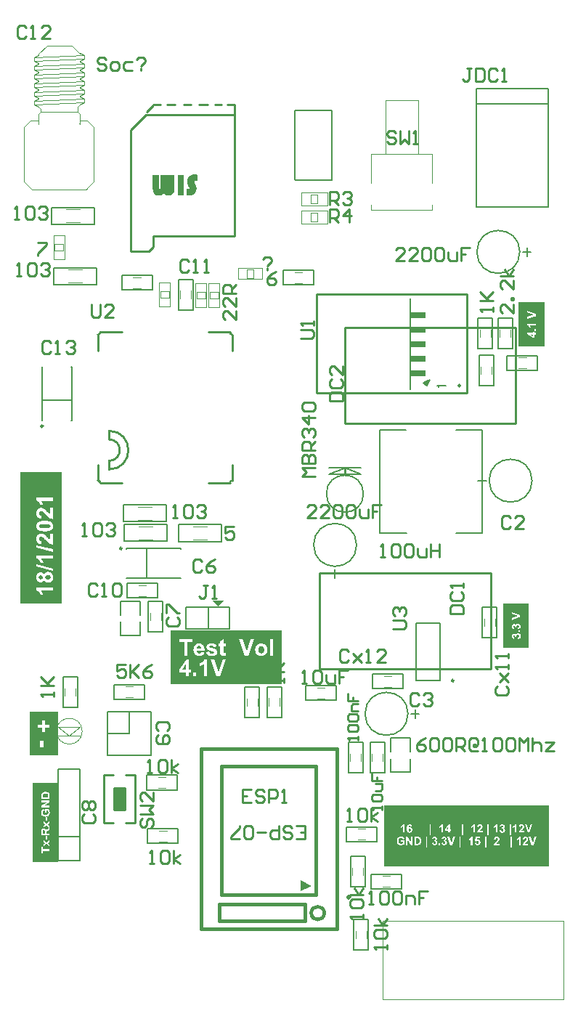
<source format=gto>
G04*
G04 #@! TF.GenerationSoftware,Altium Limited,Altium Designer,20.1.12 (249)*
G04*
G04 Layer_Color=65535*
%FSTAX24Y24*%
%MOIN*%
G70*
G04*
G04 #@! TF.SameCoordinates,89921D2C-3172-4036-8A71-56443DCFD009*
G04*
G04*
G04 #@! TF.FilePolarity,Positive*
G04*
G01*
G75*
%ADD10C,0.0098*%
%ADD11C,0.0040*%
%ADD12C,0.0050*%
%ADD13C,0.0080*%
%ADD14C,0.0160*%
%ADD15C,0.0118*%
%ADD16C,0.0100*%
%ADD17C,0.0039*%
%ADD18C,0.0079*%
%ADD19C,0.0070*%
%ADD20R,0.0740X0.0299*%
%ADD21R,0.0500X0.1000*%
G36*
X023829Y011495D02*
X023329Y011745D01*
Y011245D01*
X023829Y011495D01*
D02*
G37*
G36*
X01955Y024338D02*
X0198Y024588D01*
X0193D01*
X01955Y024338D01*
D02*
G37*
G36*
X0122Y0126D02*
X011014D01*
Y016211D01*
X0122D01*
Y0126D01*
D02*
G37*
G36*
X022447Y022056D02*
X01735D01*
Y023218D01*
X022447D01*
Y022056D01*
D02*
G37*
G36*
D02*
Y02075D01*
X01735D01*
Y022056D01*
X022447D01*
D02*
G37*
G36*
X012351Y024476D02*
X010451D01*
Y03048D01*
X012351D01*
Y024476D01*
D02*
G37*
G36*
X034713Y013836D02*
Y0124D01*
X027165D01*
Y013836D01*
Y015197D01*
X034713D01*
Y013836D01*
D02*
G37*
G36*
X018474Y044164D02*
X018492Y044161D01*
X018514Y044156D01*
X018537Y044151D01*
X018563Y044142D01*
X018591Y04413D01*
Y043843D01*
X018588Y043844D01*
X018582Y043847D01*
X018572Y043852D01*
X018559Y043856D01*
X018531Y043865D01*
X01852Y043868D01*
X018508Y043869D01*
X018504D01*
X018498Y043868D01*
X01849D01*
X018476Y043862D01*
X018467Y043859D01*
X01846Y043853D01*
X018458Y043852D01*
X018457Y04385D01*
X01845Y043841D01*
X018442Y04383D01*
X018441Y043821D01*
X018439Y043812D01*
Y043811D01*
Y043809D01*
X018441Y043804D01*
X018444Y043796D01*
X018448Y043786D01*
X018455Y043771D01*
X018464Y043754D01*
X018476Y043732D01*
Y043731D01*
X018479Y043728D01*
X018482Y04372D01*
X018486Y043713D01*
X01849Y043703D01*
X018496Y043691D01*
X018501Y043678D01*
X018506Y043662D01*
X018518Y043629D01*
X018528Y043592D01*
X018536Y043551D01*
X018537Y043531D01*
X018539Y04351D01*
Y043509D01*
Y043505D01*
Y043497D01*
X018537Y043489D01*
X018536Y043477D01*
X018534Y043464D01*
X018531Y043448D01*
X018527Y043432D01*
X018515Y043395D01*
X018508Y043376D01*
X018499Y043357D01*
X018487Y043337D01*
X018474Y043318D01*
X01846Y043299D01*
X018444Y04328D01*
X018442Y043279D01*
X018439Y043276D01*
X018434Y043271D01*
X018426Y043264D01*
X018417Y043257D01*
X018406Y043249D01*
X018394Y043241D01*
X01838Y043231D01*
X018364Y043222D01*
X018346Y043213D01*
X018307Y043197D01*
X018285Y043191D01*
X018263Y043187D01*
X01824Y043184D01*
X018215Y043182D01*
X018205D01*
X018193Y043184D01*
X018177Y043185D01*
X018158Y043188D01*
X018138Y043193D01*
X018114Y043198D01*
X018089Y043207D01*
Y043489D01*
X018091D01*
X018097Y043487D01*
X018105Y043486D01*
X018114Y043483D01*
X018135Y04348D01*
X018143Y043478D01*
X018154D01*
X018158Y04348D01*
X018164Y043481D01*
X018177Y043486D01*
X018184Y043492D01*
X018191Y043497D01*
Y043499D01*
X018194Y0435D01*
X018197Y043505D01*
X0182Y04351D01*
X018206Y043524D01*
X018208Y043532D01*
X018209Y043541D01*
Y043543D01*
Y043545D01*
X018208Y043551D01*
X018206Y043559D01*
X018203Y043567D01*
X0182Y043579D01*
X018194Y043591D01*
X018187Y043605D01*
X018167Y04364D01*
Y043642D01*
X018164Y043645D01*
X018161Y04365D01*
X018158Y043658D01*
X018154Y043666D01*
X018148Y043677D01*
X018138Y043701D01*
X018127Y043732D01*
X018117Y043764D01*
X018111Y043799D01*
X018108Y043834D01*
Y043836D01*
Y04384D01*
Y043847D01*
X01811Y043857D01*
X018111Y043869D01*
X018114Y043884D01*
X018117Y0439D01*
X01812Y043916D01*
X018133Y043954D01*
X01814Y043973D01*
X018151Y043993D01*
X018161Y044013D01*
X018175Y044032D01*
X01819Y044051D01*
X018208Y04407D01*
X018209Y044072D01*
X018212Y044075D01*
X018218Y044079D01*
X018225Y044085D01*
X018235Y044092D01*
X018247Y044101D01*
X01826Y044108D01*
X018275Y044117D01*
X018292Y044127D01*
X01831Y044134D01*
X01833Y044143D01*
X01835Y044151D01*
X018374Y044156D01*
X018397Y044161D01*
X018422Y044164D01*
X018448Y044165D01*
X01846D01*
X018474Y044164D01*
D02*
G37*
G36*
X017524Y043473D02*
Y043471D01*
Y043467D01*
Y043461D01*
X017522Y043451D01*
X017521Y04344D01*
X017519Y043427D01*
X017518Y043414D01*
X017514Y043398D01*
X017505Y043366D01*
X017492Y043331D01*
X017483Y043314D01*
X017471Y043296D01*
X01746Y04328D01*
X017446Y043264D01*
X017445Y043263D01*
X017444Y043261D01*
X017439Y043257D01*
X017432Y043251D01*
X017425Y043245D01*
X017416Y043238D01*
X017404Y043231D01*
X017393Y043223D01*
X017363Y043209D01*
X017328Y043196D01*
X017289Y043185D01*
X017269Y043184D01*
X017245Y043182D01*
X017238D01*
X017231Y043184D01*
X01722D01*
X017209Y043187D01*
X017194Y04319D01*
X01718Y043193D01*
X017162Y043198D01*
X017145Y043206D01*
X017127Y043213D01*
X01711Y043225D01*
X017091Y043236D01*
X017075Y043251D01*
X017059Y043268D01*
X017043Y043287D01*
X017029Y043311D01*
Y043309D01*
X017028Y043308D01*
X017024Y043301D01*
X017015Y043289D01*
X017005Y043274D01*
X016992Y04326D01*
X016977Y043244D01*
X016959Y043228D01*
X016939Y043214D01*
X016936Y043213D01*
X016929Y04321D01*
X016917Y043204D01*
X016901Y043198D01*
X016881Y043193D01*
X016857Y043187D01*
X016831Y043184D01*
X016802Y043182D01*
X016789D01*
X01678Y043184D01*
X01677Y043185D01*
X016757Y043187D01*
X016729Y043193D01*
X016697Y043203D01*
X01668Y043209D01*
X016664Y043217D01*
X016647Y043228D01*
X016631Y043238D01*
X016617Y043251D01*
X016604Y043266D01*
X016602Y043267D01*
X016601Y04327D01*
X016598Y043274D01*
X016592Y04328D01*
X016588Y043289D01*
X016582Y043299D01*
X016575Y043311D01*
X016569Y043325D01*
X016561Y04334D01*
X016556Y043357D01*
X01655Y043376D01*
X016544Y043397D01*
X01654Y04342D01*
X016537Y043443D01*
X016535Y043468D01*
X016534Y043496D01*
Y044142D01*
X016833D01*
Y043537D01*
Y043535D01*
Y043531D01*
Y043524D01*
Y043516D01*
X016836Y0435D01*
X016837Y043493D01*
X016838Y043489D01*
X01684Y043487D01*
X016841Y043483D01*
X016847Y04348D01*
X016855Y043478D01*
X016856D01*
X016859Y04348D01*
X016862Y043481D01*
X016866Y043486D01*
X016872Y043492D01*
X016875Y043502D01*
X016878Y043515D01*
X016879Y043532D01*
Y044142D01*
X017178D01*
Y043537D01*
Y043535D01*
Y043531D01*
Y043524D01*
Y043516D01*
X017181Y0435D01*
X017183Y043493D01*
X017184Y043489D01*
X017185Y043487D01*
X017187Y043483D01*
X017193Y04348D01*
X0172Y043478D01*
X017202D01*
X017204Y04348D01*
X017207Y043481D01*
X017212Y043486D01*
X017218Y043493D01*
X01722Y043503D01*
X017223Y043518D01*
X017225Y043537D01*
Y044142D01*
X017524D01*
Y043473D01*
D02*
G37*
G36*
X017967Y043206D02*
X017668D01*
Y044142D01*
X017967D01*
Y043206D01*
D02*
G37*
G36*
X012186Y017479D02*
X010872D01*
Y019479D01*
X012186D01*
Y017479D01*
D02*
G37*
G36*
X034506Y036256D02*
X033333D01*
Y038287D01*
X034506D01*
Y036256D01*
D02*
G37*
G36*
X033801Y022441D02*
X03262D01*
Y024462D01*
X033801D01*
Y022441D01*
D02*
G37*
%LPC*%
G36*
X011799Y015817D02*
X011415D01*
X011611D01*
X011592Y015816D01*
X011574Y015815D01*
X011566Y015814D01*
X011559Y015813D01*
X011552Y015812D01*
X011545Y015811D01*
X01154Y015809D01*
X011535Y015808D01*
X01153Y015807D01*
X011527Y015806D01*
X011524Y015805D01*
X011522Y015805D01*
X011521Y015804D01*
X01152D01*
X011507Y015799D01*
X011495Y015793D01*
X011484Y015787D01*
X011476Y015781D01*
X011468Y015776D01*
X011463Y015771D01*
X011459Y015769D01*
X011458Y015768D01*
Y015768D01*
X011449Y015758D01*
X011442Y015749D01*
X011436Y015739D01*
X011431Y01573D01*
X011427Y015722D01*
X011424Y015715D01*
X011424Y015713D01*
X011423Y015712D01*
X011423Y01571D01*
Y01571D01*
X01142Y015699D01*
X011418Y015688D01*
X011417Y015675D01*
X011416Y015664D01*
X011416Y015653D01*
X011415Y015649D01*
Y015496D01*
X011799D01*
Y015817D01*
D02*
G37*
G36*
Y015414D02*
X011415D01*
Y015342D01*
X011674D01*
X011415Y015183D01*
Y015108D01*
X011799D01*
Y015414D01*
D02*
G37*
G36*
X011806Y015036D02*
X011408D01*
D01*
X011593D01*
Y014869D01*
X011658D01*
Y014958D01*
X011708D01*
X011712Y014951D01*
X011717Y014944D01*
X011721Y014937D01*
X011724Y01493D01*
X011727Y014925D01*
X011729Y01492D01*
X01173Y014917D01*
X011731Y014916D01*
Y014916D01*
X011734Y014907D01*
X011736Y014898D01*
X011738Y01489D01*
X011739Y014882D01*
X01174Y014876D01*
X01174Y014871D01*
Y014867D01*
X01174Y014858D01*
X011739Y014849D01*
X011737Y014841D01*
X011735Y014834D01*
X011729Y01482D01*
X011726Y014814D01*
X011723Y014809D01*
X01172Y014804D01*
X011717Y014799D01*
X011714Y014796D01*
X011711Y014792D01*
X011709Y01479D01*
X011708Y014789D01*
X011706Y014787D01*
X011706Y014787D01*
X011699Y014782D01*
X011691Y014777D01*
X011684Y014773D01*
X011675Y01477D01*
X011658Y014764D01*
X011641Y014761D01*
X011634Y01476D01*
X011626Y014759D01*
X01162Y014758D01*
X011614Y014757D01*
X011609Y014757D01*
X011605D01*
X011603D01*
X011603D01*
X011591Y014757D01*
X01158Y014758D01*
X01157Y01476D01*
X01156Y014761D01*
X011552Y014764D01*
X011544Y014766D01*
X011537Y014769D01*
X01153Y014772D01*
X011525Y014774D01*
X01152Y014777D01*
X011516Y01478D01*
X011513Y014782D01*
X01151Y014784D01*
X011508Y014785D01*
X011507Y014786D01*
X011507Y014786D01*
X011501Y014792D01*
X011495Y014799D01*
X011492Y014805D01*
X011488Y014812D01*
X011484Y014819D01*
X011482Y014825D01*
X011478Y014838D01*
X011477Y014844D01*
X011476Y01485D01*
X011475Y014855D01*
X011474Y014859D01*
X011474Y014862D01*
Y014867D01*
X011474Y01488D01*
X011477Y01489D01*
X011479Y0149D01*
X011482Y014908D01*
X011485Y014914D01*
X011488Y014919D01*
X01149Y014922D01*
X01149Y014923D01*
X011497Y014931D01*
X011504Y014937D01*
X011512Y014943D01*
X011519Y014947D01*
X011525Y01495D01*
X01153Y014952D01*
X011534Y014953D01*
X011534Y014954D01*
X011535D01*
X01152Y015031D01*
X011511Y015029D01*
X011502Y015026D01*
X011493Y015022D01*
X011486Y015018D01*
X011478Y015014D01*
X011471Y015009D01*
X011465Y015005D01*
X011459Y015001D01*
X011454Y014996D01*
X01145Y014992D01*
X011446Y014989D01*
X011443Y014986D01*
X011441Y014983D01*
X011439Y014981D01*
X011438Y014979D01*
X011438Y014979D01*
X011432Y014971D01*
X011428Y014963D01*
X011424Y014954D01*
X011421Y014945D01*
X011415Y014926D01*
X011412Y014908D01*
X01141Y0149D01*
X011409Y014892D01*
X011409Y014885D01*
X011408Y014879D01*
X011408Y014874D01*
Y014677D01*
Y014867D01*
X011408Y014847D01*
X011411Y01483D01*
X011412Y014822D01*
X011414Y014814D01*
X011416Y014807D01*
X011417Y014801D01*
X011419Y014795D01*
X011421Y01479D01*
X011423Y014786D01*
X011424Y014782D01*
X011426Y014779D01*
X011426Y014777D01*
X011427Y014776D01*
Y014775D01*
X011437Y014758D01*
X011443Y014751D01*
X011449Y014744D01*
X011455Y014737D01*
X011461Y014731D01*
X011467Y014725D01*
X011473Y01472D01*
X011478Y014716D01*
X011483Y014713D01*
X011488Y014709D01*
X011492Y014706D01*
X011495Y014705D01*
X011497Y014703D01*
X011499Y014703D01*
X011499Y014702D01*
X011508Y014698D01*
X011517Y014694D01*
X011535Y014688D01*
X011554Y014683D01*
X01157Y01468D01*
X011578Y014679D01*
X011584Y014678D01*
X01159Y014678D01*
X011596D01*
X0116Y014677D01*
X011606D01*
X011626Y014678D01*
X011645Y01468D01*
X011663Y014684D01*
X011671Y014686D01*
X011678Y014688D01*
X011685Y01469D01*
X011691Y014692D01*
X011696Y014694D01*
X0117Y014696D01*
X011704Y014697D01*
X011706Y014698D01*
X011708Y014699D01*
X011709D01*
X011725Y014709D01*
X01174Y014719D01*
X011752Y01473D01*
X011762Y014741D01*
X011767Y014746D01*
X011771Y014751D01*
X011774Y014755D01*
X011776Y014759D01*
X011779Y014762D01*
X01178Y014765D01*
X011781Y014766D01*
X011781Y014766D01*
X011786Y014775D01*
X01179Y014784D01*
X011796Y014802D01*
X0118Y01482D01*
X011803Y014836D01*
X011804Y014844D01*
X011805Y01485D01*
X011806Y014856D01*
Y014862D01*
X011806Y014866D01*
Y014872D01*
X011806Y01489D01*
X011804Y014906D01*
X011801Y014922D01*
X011797Y014936D01*
X011796Y014942D01*
X011794Y014948D01*
X011792Y014953D01*
X011791Y014957D01*
X01179Y014961D01*
X011789Y014963D01*
X011789Y014965D01*
Y014965D01*
X011782Y014982D01*
X011775Y014996D01*
X011767Y015008D01*
X011761Y015018D01*
X011756Y015026D01*
X011754Y015029D01*
X011751Y015032D01*
X01175Y015033D01*
X011749Y015035D01*
X011747Y015036D01*
X011806D01*
D01*
D02*
G37*
G36*
X011696Y014648D02*
X011623D01*
Y014503D01*
X011696D01*
Y014648D01*
D02*
G37*
G36*
X01152Y01432D02*
Y014271D01*
D01*
Y01432D01*
D02*
G37*
G36*
X011799Y014467D02*
X01152D01*
Y014372D01*
X011598Y01432D01*
X01152Y014271D01*
Y014177D01*
Y014181D01*
X011656Y014277D01*
X011799Y014177D01*
D01*
Y014263D01*
X011713Y01432D01*
X011799Y014377D01*
Y014467D01*
D02*
G37*
G36*
Y014171D02*
X011415D01*
D01*
X011799D01*
X011724Y014124D01*
X011716Y014119D01*
X011709Y014114D01*
X011702Y01411D01*
X011696Y014105D01*
X01169Y014101D01*
X011685Y014098D01*
X011676Y014091D01*
X01167Y014087D01*
X011665Y014083D01*
X011663Y01408D01*
X011662Y01408D01*
X011655Y014074D01*
X011649Y014067D01*
X011644Y01406D01*
X011639Y014053D01*
X011635Y014048D01*
X011633Y014043D01*
X01163Y01404D01*
X01163Y014039D01*
Y014039D01*
X011628Y014048D01*
X011626Y014057D01*
X011624Y014064D01*
X011621Y014072D01*
X011618Y014079D01*
X011615Y014085D01*
X011613Y014091D01*
X011609Y014096D01*
X011607Y0141D01*
X011604Y014104D01*
X011601Y014108D01*
X011599Y01411D01*
X011597Y014112D01*
X011595Y014114D01*
X011595Y014114D01*
X011594Y014115D01*
X011589Y014119D01*
X011583Y014123D01*
X011571Y01413D01*
X011559Y014134D01*
X011548Y014137D01*
X011538Y014139D01*
X011534Y01414D01*
X01153D01*
X011527Y01414D01*
X011524D01*
X011523D01*
X011523D01*
X01151Y01414D01*
X011499Y014138D01*
X011489Y014135D01*
X01148Y014132D01*
X011473Y014129D01*
X011467Y014126D01*
X011466Y014125D01*
X011464Y014124D01*
X011463Y014123D01*
X011463D01*
X011453Y014116D01*
X011446Y014109D01*
X011439Y014102D01*
X011434Y014095D01*
X011431Y014088D01*
X011428Y014083D01*
X011426Y01408D01*
X011426Y014079D01*
Y014079D01*
X011424Y014073D01*
X011422Y014067D01*
X011419Y014053D01*
X011418Y014038D01*
X011416Y014024D01*
Y014017D01*
X011416Y01401D01*
Y014004D01*
X011415Y013999D01*
Y013826D01*
X011799D01*
Y014007D01*
Y013904D01*
X011639D01*
Y013929D01*
X011639Y013937D01*
X01164Y013943D01*
X011641Y013949D01*
X011641Y013953D01*
X011643Y013956D01*
X011643Y013958D01*
Y013958D01*
X011645Y013963D01*
X011648Y013967D01*
X01165Y013971D01*
X011653Y013975D01*
X011655Y013978D01*
X011658Y01398D01*
X011659Y013981D01*
X011659Y013982D01*
X011662Y013984D01*
X011665Y013987D01*
X011673Y013993D01*
X011682Y013999D01*
X011692Y014007D01*
X011701Y014013D01*
X011705Y014015D01*
X011709Y014018D01*
X011711Y01402D01*
X011714Y014022D01*
X011715Y014022D01*
X011716Y014023D01*
X011799Y014078D01*
Y014171D01*
D02*
G37*
G36*
X011696Y013783D02*
X011623D01*
Y013638D01*
X011696D01*
Y013783D01*
D02*
G37*
G36*
X011799Y013603D02*
X01152D01*
Y013508D01*
X011598Y013455D01*
X01152Y013407D01*
Y013455D01*
Y013407D01*
D01*
Y013312D01*
Y013317D01*
X011656Y013413D01*
X011799Y013312D01*
D01*
Y013398D01*
X011713Y013455D01*
X011799Y013513D01*
Y013603D01*
D02*
G37*
G36*
Y013298D02*
X011415D01*
Y012994D01*
X01148D01*
Y013107D01*
X011799D01*
Y012994D01*
D01*
Y013298D01*
D02*
G37*
%LPD*%
G36*
Y015641D02*
X011799Y015656D01*
X011798Y01567D01*
X011797Y015682D01*
X011795Y015691D01*
X011794Y015699D01*
X011792Y015705D01*
X011792Y015707D01*
Y015708D01*
X011791Y015709D01*
Y015709D01*
X011787Y015722D01*
X011782Y015733D01*
X011777Y015742D01*
X011772Y015749D01*
X011767Y015755D01*
X011764Y01576D01*
X011762Y015763D01*
X011761Y015764D01*
X01175Y015773D01*
X011739Y015781D01*
X011727Y015789D01*
X011717Y015794D01*
X011707Y015799D01*
X011703Y015801D01*
X0117Y015802D01*
X011696Y015803D01*
X011694Y015804D01*
X011693Y015805D01*
X011693D01*
X011679Y015809D01*
X011665Y015812D01*
X011652Y015814D01*
X011639Y015815D01*
X011633Y015816D01*
X011628Y015816D01*
X011623D01*
X011619Y015817D01*
X011799D01*
Y015641D01*
D02*
G37*
G36*
X011623Y015737D02*
X011638Y015736D01*
X011649Y015734D01*
X011659Y015733D01*
X011668Y015732D01*
X011671Y015731D01*
X011673Y01573D01*
X011675Y015729D01*
X011677D01*
X011678Y015729D01*
X011678D01*
X011687Y015725D01*
X011695Y015723D01*
X011701Y015719D01*
X011706Y015716D01*
X01171Y015713D01*
X011712Y015711D01*
X011714Y015709D01*
X011715Y015709D01*
X011719Y015704D01*
X011722Y015699D01*
X011725Y015694D01*
X011727Y015689D01*
X011729Y015684D01*
X01173Y015681D01*
X011731Y015679D01*
Y015678D01*
X011732Y015672D01*
X011732Y015664D01*
X011734Y015657D01*
Y015649D01*
X011734Y015642D01*
Y015573D01*
X01148D01*
Y015624D01*
X011481Y015631D01*
Y015638D01*
X011481Y015643D01*
Y015648D01*
X011482Y015653D01*
Y015657D01*
X011483Y015663D01*
X011483Y015668D01*
X011484Y01567D01*
Y015671D01*
X011486Y015679D01*
X011489Y015685D01*
X011492Y015692D01*
X011495Y015697D01*
X011498Y015701D01*
X0115Y015704D01*
X011502Y015706D01*
X011502Y015707D01*
X011508Y015712D01*
X011514Y015716D01*
X01152Y01572D01*
X011525Y015723D01*
X011531Y015725D01*
X011535Y015727D01*
X011538Y015728D01*
X011539Y015729D01*
X011539D01*
X011549Y015732D01*
X01156Y015734D01*
X011572Y015735D01*
X011583Y015736D01*
X011592Y015737D01*
X011597Y015737D01*
X0116D01*
X011603D01*
X011605D01*
X011607D01*
X011608D01*
X011623Y015737D01*
D02*
G37*
G36*
X011799Y01518D02*
X011546D01*
X011799Y015336D01*
Y01518D01*
D02*
G37*
G36*
X011653Y014365D02*
X01152Y014458D01*
Y014467D01*
X011799D01*
X011653Y014365D01*
D02*
G37*
G36*
X011534Y01406D02*
X01154Y014059D01*
X011545Y014058D01*
X011549Y014057D01*
X011553Y014055D01*
X011555Y014053D01*
X011557Y014053D01*
X011557Y014052D01*
X011561Y014049D01*
X011564Y014045D01*
X011569Y014038D01*
X011571Y014035D01*
X011572Y014033D01*
X011573Y014031D01*
Y01403D01*
X011574Y014028D01*
X011575Y014023D01*
X011575Y014019D01*
X011576Y014014D01*
X011577Y014002D01*
X011577Y01399D01*
X011578Y013979D01*
Y013904D01*
X01148D01*
Y013993D01*
X011481Y013998D01*
Y01401D01*
X011481Y014015D01*
Y014018D01*
X011482Y01402D01*
Y01402D01*
X011483Y014027D01*
X011486Y014033D01*
X011488Y014038D01*
X01149Y014042D01*
X011493Y014045D01*
X011495Y014048D01*
X011497Y014049D01*
X011497Y01405D01*
X011502Y014053D01*
X011507Y014056D01*
X011512Y014058D01*
X011517Y014059D01*
X011522Y01406D01*
X011525Y01406D01*
X011527D01*
X011528D01*
X011534Y01406D01*
D02*
G37*
G36*
X011653Y0135D02*
X01152Y013594D01*
Y013603D01*
X011799D01*
X011653Y0135D01*
D02*
G37*
G36*
X011799Y013185D02*
X01148D01*
Y013298D01*
X011799D01*
Y013185D01*
D02*
G37*
%LPC*%
G36*
X01949Y022628D02*
X018979D01*
X019207D01*
X019188Y022626D01*
X019169Y022624D01*
X019151Y022621D01*
X019136Y022617D01*
X019122Y022613D01*
X019109Y022609D01*
X019097Y022604D01*
X019087Y022599D01*
X019078Y022595D01*
X019071Y02259D01*
X019065Y022587D01*
X01906Y022584D01*
X019056Y022581D01*
X019055Y02258D01*
X019054Y022579D01*
X019044Y022571D01*
X019036Y022561D01*
X019028Y022551D01*
X019023Y02254D01*
X019012Y02252D01*
X019005Y022502D01*
X019002Y022485D01*
X019001Y022478D01*
X019Y022472D01*
X018998Y022467D01*
Y022463D01*
Y022461D01*
Y02246D01*
X019Y022446D01*
X019002Y022433D01*
X019004Y02242D01*
X019008Y022408D01*
X019019Y022387D01*
X019031Y022369D01*
X019042Y022355D01*
X019053Y022345D01*
X019057Y022341D01*
X01906Y022339D01*
X019062Y022338D01*
X019063Y022337D01*
X019073Y022331D01*
X019086Y022325D01*
X019101Y022318D01*
X019118Y022313D01*
X019135Y022306D01*
X019154Y022301D01*
X019192Y02229D01*
X019211Y022284D01*
X019228Y02228D01*
X019243Y022275D01*
X019258Y022272D01*
X01927Y02227D01*
X019278Y022268D01*
X019284Y022266D01*
X019286D01*
X019299Y022262D01*
X019309Y022259D01*
X019318Y022256D01*
X019324Y022254D01*
X019329Y02225D01*
X019332Y022249D01*
X019334Y022247D01*
X019341Y022238D01*
X019344Y022229D01*
X019345Y022223D01*
Y022221D01*
Y02222D01*
X019344Y022211D01*
X019342Y022203D01*
X019338Y022197D01*
X019335Y022191D01*
X019332Y022187D01*
X019329Y022184D01*
X019326Y022181D01*
X019325Y02218D01*
X019313Y022174D01*
X0193Y022169D01*
X019286Y022165D01*
X019273Y022163D01*
X019261Y022162D01*
X01925Y022161D01*
X019241D01*
X019223Y022162D01*
X019207Y022164D01*
X019193Y022167D01*
X019182Y022172D01*
X019173Y022175D01*
X019167Y022178D01*
X019162Y02218D01*
X019161Y022181D01*
X019151Y02219D01*
X019144Y022201D01*
X019137Y022211D01*
X019132Y022222D01*
X019129Y022232D01*
X019126Y022239D01*
X019124Y022244D01*
Y022246D01*
X018979Y022224D01*
X018989Y022197D01*
X019001Y022172D01*
X019014Y022151D01*
X019028Y022133D01*
X019041Y022119D01*
X019053Y022109D01*
X019056Y022105D01*
X01906Y022103D01*
X019062Y022102D01*
X019063Y022101D01*
X019076Y022093D01*
X019089Y022085D01*
X019119Y022074D01*
X019148Y022067D01*
X019177Y022061D01*
X01919Y022059D01*
X019202Y022058D01*
X019213Y022057D01*
X019223D01*
X01923Y022056D01*
X019241D01*
X019263Y022057D01*
X019284Y022058D01*
X019303Y022061D01*
X019322Y022064D01*
X019338Y022068D01*
X019354Y022073D01*
X019368Y022078D01*
X01938Y022083D01*
X019391Y022087D01*
X019401Y022093D01*
X019408Y022097D01*
X019415Y022101D01*
X01942Y022105D01*
X019424Y022107D01*
X019426Y022108D01*
X019427Y022109D01*
X019438Y02212D01*
X019448Y022131D01*
X019456Y022142D01*
X019464Y022153D01*
X01947Y022164D01*
X019475Y022175D01*
X019483Y022195D01*
X019487Y022213D01*
X019488Y022221D01*
X019489Y022226D01*
X01949Y022232D01*
Y022111D01*
Y022245D01*
Y022239D01*
X019488Y022263D01*
X019483Y022285D01*
X019476Y022304D01*
X019467Y022319D01*
X019459Y022331D01*
X019452Y02234D01*
X019447Y022344D01*
X019444Y022346D01*
X019435Y022353D01*
X019425Y022361D01*
X019413Y022366D01*
X0194Y022373D01*
X019373Y022384D01*
X019346Y022393D01*
X019322Y022401D01*
X019311Y022403D01*
X019301Y022407D01*
X019294Y022409D01*
X019288Y02241D01*
X019284Y022411D01*
X019283D01*
X019262Y022416D01*
X019243Y022421D01*
X019227Y022425D01*
X019213Y02243D01*
X0192Y022433D01*
X019189Y022436D01*
X01918Y022439D01*
X019171Y022442D01*
X019165Y022445D01*
X019159Y022447D01*
X019155Y022448D01*
X019153Y02245D01*
X019148Y022451D01*
X019147Y022452D01*
X019143Y022457D01*
X019139Y022461D01*
X019135Y02247D01*
X019133Y022477D01*
Y022478D01*
Y022479D01*
X019134Y022485D01*
X019135Y022491D01*
X019142Y022501D01*
X019147Y022506D01*
X019148Y022508D01*
X019149D01*
X01916Y022514D01*
X019172Y022518D01*
X019185Y02252D01*
X0192Y022522D01*
X019212Y022524D01*
X019221Y022525D01*
X019231D01*
X019248Y022524D01*
X019262Y022522D01*
X019274Y022519D01*
X019284Y022516D01*
X019291Y022513D01*
X019297Y02251D01*
X0193Y022508D01*
X019301Y022507D01*
X01931Y022501D01*
X019317Y022493D01*
X019323Y022485D01*
X019327Y022477D01*
X019331Y02247D01*
X019333Y022464D01*
X019335Y02246D01*
Y022459D01*
X019472Y022484D01*
X019463Y022509D01*
X019451Y022531D01*
X019439Y02255D01*
X019426Y022564D01*
X019415Y022576D01*
X019405Y022585D01*
X019398Y022589D01*
X019397Y022591D01*
X019396D01*
X019385Y022598D01*
X019373Y022603D01*
X019347Y022613D01*
X01932Y02262D01*
X019292Y022624D01*
X019279Y022625D01*
X019267Y022626D01*
X019256Y022627D01*
X019248Y022628D01*
X01949D01*
D02*
G37*
G36*
X021187Y022824D02*
X021024D01*
X020839Y022264D01*
X020647Y022824D01*
X020681D01*
X020482D01*
X020753Y022068D01*
X020482D01*
X021187D01*
D01*
X020918D01*
X021187Y022824D01*
D02*
G37*
G36*
X022053D02*
X021908D01*
Y022068D01*
X022053D01*
Y022824D01*
D02*
G37*
G36*
X018344Y022824D02*
X017744D01*
Y022068D01*
X018344D01*
D01*
X018121D01*
Y022696D01*
X018344D01*
Y022824D01*
D02*
G37*
G36*
X021523Y022628D02*
X021511D01*
X021482Y022627D01*
X021454Y022623D01*
X021429Y022617D01*
X021407Y022611D01*
X021399Y022607D01*
X02139Y022603D01*
X021382Y022601D01*
X021377Y022598D01*
X021371Y022596D01*
X021368Y022593D01*
X021366Y022592D01*
X021365D01*
X021342Y022577D01*
X021322Y022561D01*
X021305Y022543D01*
X02129Y022527D01*
X02128Y022511D01*
X021271Y022499D01*
X021268Y022495D01*
X021266Y022492D01*
X021264Y02249D01*
Y022489D01*
X021252Y022463D01*
X021245Y022438D01*
X021238Y022415D01*
X021234Y022395D01*
X021231Y022376D01*
X02123Y022368D01*
Y022362D01*
X021229Y022357D01*
Y02235D01*
X02123Y022316D01*
X021235Y022284D01*
X02124Y022257D01*
X021243Y022245D01*
X021247Y022234D01*
X02125Y022224D01*
X021253Y022215D01*
X021257Y022208D01*
X021259Y022201D01*
X021261Y022196D01*
X021263Y022192D01*
X021264Y02219D01*
Y022189D01*
X02128Y022166D01*
X021296Y022146D01*
X021313Y022129D01*
X02133Y022115D01*
X021345Y022104D01*
X021357Y022096D01*
X021362Y022093D01*
X021365Y022091D01*
X021367Y02209D01*
X021368D01*
X021394Y022079D01*
X021419Y02207D01*
X021444Y022064D01*
X021466Y02206D01*
X021485Y022058D01*
X021493Y022057D01*
X021499D01*
X021505Y022056D01*
X021229D01*
X021795D01*
X021512D01*
X021535Y022057D01*
X021556Y022059D01*
X021577Y022063D01*
X021595Y022069D01*
X021614Y022074D01*
X02163Y022081D01*
X021646Y022088D01*
X02166Y022096D01*
X021672Y022104D01*
X021683Y022111D01*
X021693Y022118D01*
X0217Y022123D01*
X021707Y022129D01*
X021711Y022133D01*
X021713Y022135D01*
X021715Y022137D01*
X021729Y022153D01*
X021741Y022169D01*
X021752Y022186D01*
X021762Y022203D01*
X021769Y022221D01*
X021776Y022238D01*
X021781Y022255D01*
X021786Y022271D01*
X021789Y022285D01*
X021791Y022299D01*
X021793Y022311D01*
X021794Y022322D01*
X021795Y022331D01*
Y022343D01*
X021794Y022366D01*
X021792Y022388D01*
X021788Y022408D01*
X021783Y022427D01*
X021777Y022445D01*
X02177Y022462D01*
X021763Y022478D01*
X021756Y022492D01*
X021748Y022504D01*
X021741Y022516D01*
X021734Y022525D01*
X021728Y022533D01*
X021723Y022539D01*
X021719Y022544D01*
X021717Y022546D01*
X021716Y022548D01*
X0217Y022562D01*
X021684Y022574D01*
X021668Y022585D01*
X02165Y022595D01*
X021633Y022602D01*
X021616Y022609D01*
X0216Y022614D01*
X021583Y022619D01*
X021569Y022622D01*
X021555Y022624D01*
X021543Y022626D01*
X021532Y022627D01*
X021523Y022628D01*
D02*
G37*
G36*
X01977Y022811D02*
D01*
X019625Y022726D01*
Y022616D01*
X019558D01*
Y022056D01*
X019882D01*
D01*
X019767D01*
X01979Y022057D01*
X019812Y022059D01*
X019831Y022062D01*
X019848Y022067D01*
X019862Y02207D01*
X019873Y022073D01*
X019879Y022075D01*
X019881Y022076D01*
X019882D01*
D01*
X019868Y022189D01*
X019855Y022185D01*
X019843Y022181D01*
X019834Y022179D01*
X019825Y022178D01*
X019818Y022177D01*
X019814Y022176D01*
X019809D01*
X0198Y022177D01*
X019792Y022179D01*
X019788Y022181D01*
X019785Y022182D01*
X019779Y022189D01*
X019776Y022195D01*
X019773Y022199D01*
X019772Y022201D01*
Y022203D01*
X019771Y022208D01*
Y022217D01*
Y022231D01*
X01977Y022244D01*
Y022257D01*
Y022268D01*
Y022272D01*
Y022275D01*
Y022278D01*
Y022279D01*
Y022501D01*
X01987D01*
Y022616D01*
X01977D01*
Y022811D01*
D02*
G37*
G36*
X018662Y022628D02*
X018399D01*
X01865D01*
X01863Y022627D01*
X018612Y022625D01*
X018593Y022621D01*
X018577Y022616D01*
X01856Y022611D01*
X018546Y022604D01*
X018532Y022597D01*
X01852Y02259D01*
X018509Y022583D01*
X018499Y022575D01*
X01849Y022568D01*
X018484Y022563D01*
X018478Y022558D01*
X018474Y022554D01*
X018472Y022552D01*
X018471Y022551D01*
X018459Y022536D01*
X018448Y022519D01*
X018438Y022503D01*
X018429Y022485D01*
X018422Y022467D01*
X018417Y022449D01*
X018408Y022415D01*
X018405Y022399D01*
X018403Y022385D01*
X018402Y022372D01*
X018401Y022361D01*
X018399Y022351D01*
Y022338D01*
X018401Y022317D01*
X018402Y022296D01*
X018405Y022278D01*
X018408Y02226D01*
X018412Y022243D01*
X018417Y022227D01*
X018421Y022213D01*
X018427Y0222D01*
X018431Y022188D01*
X018437Y022178D01*
X018441Y022169D01*
X018444Y022162D01*
X018449Y022156D01*
X018451Y022152D01*
X018452Y02215D01*
X018453Y022149D01*
X018467Y022132D01*
X018481Y022118D01*
X018498Y022106D01*
X018515Y022095D01*
X018533Y022086D01*
X01855Y022079D01*
X018568Y022072D01*
X018585Y022068D01*
X018601Y022063D01*
X018616Y022061D01*
X01863Y022059D01*
X018642Y022057D01*
X018652D01*
X018659Y022056D01*
X018665D01*
D01*
X018911D01*
Y022299D01*
Y02233D01*
X018909Y022357D01*
X018906Y022384D01*
X018901Y022408D01*
X018896Y022431D01*
X01889Y02245D01*
X018884Y022469D01*
X018877Y022485D01*
X018871Y022499D01*
X018864Y022513D01*
X018859Y022522D01*
X018853Y022531D01*
X018849Y022538D01*
X018845Y022543D01*
X018843Y022545D01*
X018842Y022546D01*
X018829Y022561D01*
X018814Y022574D01*
X018798Y022585D01*
X018783Y022593D01*
X018767Y022602D01*
X01875Y022609D01*
X018735Y022614D01*
X01872Y022619D01*
X018706Y022622D01*
X018692Y022624D01*
X01868Y022626D01*
X018671Y022627D01*
X018662Y022628D01*
D02*
G37*
%LPD*%
G36*
X017968Y022068D02*
X017744D01*
Y022696D01*
X017968D01*
Y022068D01*
D02*
G37*
G36*
X021533Y022508D02*
X021552Y022504D01*
X021567Y022496D01*
X021581Y022489D01*
X021592Y022481D01*
X021601Y022473D01*
X021605Y022469D01*
X021607Y022467D01*
X021621Y022449D01*
X02163Y022428D01*
X021637Y022408D01*
X021642Y022388D01*
X021645Y02237D01*
X021646Y022362D01*
Y022355D01*
X021647Y02235D01*
Y022345D01*
Y022343D01*
Y022342D01*
X021645Y022314D01*
X02164Y022287D01*
X021635Y022267D01*
X021627Y022248D01*
X021619Y022235D01*
X021614Y022224D01*
X02161Y022219D01*
X021607Y022216D01*
X021592Y022202D01*
X021577Y022191D01*
X02156Y022185D01*
X021545Y022179D01*
X021532Y022176D01*
X021522Y022175D01*
X021518Y022174D01*
X021512D01*
X021492Y022176D01*
X021473Y02218D01*
X021457Y022187D01*
X021444Y022196D01*
X021431Y022203D01*
X021423Y02221D01*
X021418Y022214D01*
X021416Y022216D01*
X021403Y022234D01*
X021394Y022255D01*
X021388Y022275D01*
X021382Y022296D01*
X02138Y022314D01*
X021379Y022321D01*
Y022329D01*
X021378Y022334D01*
Y022339D01*
Y022341D01*
Y022342D01*
X02138Y02237D01*
X021384Y022396D01*
X02139Y022417D01*
X021398Y022435D01*
X021404Y022448D01*
X021411Y022459D01*
X021415Y022464D01*
X021416Y022467D01*
X021431Y022481D01*
X021448Y022492D01*
X021464Y022499D01*
X02148Y022505D01*
X021493Y022508D01*
X021503Y022509D01*
X021507Y02251D01*
X021512D01*
X021533Y022508D01*
D02*
G37*
G36*
X019625Y022261D02*
Y022247D01*
Y022235D01*
Y022223D01*
X019626Y022213D01*
Y022196D01*
X019627Y022181D01*
X019628Y02217D01*
Y022164D01*
X019629Y02216D01*
Y022158D01*
X019631Y022146D01*
X019635Y022135D01*
X019638Y022126D01*
X019641Y022118D01*
X019644Y022111D01*
X019647Y022107D01*
X019648Y022104D01*
X019649Y022103D01*
X019655Y022095D01*
X019663Y022088D01*
X019678Y022078D01*
X019685Y022074D01*
X01969Y022071D01*
X019695Y02207D01*
X019696Y022069D01*
X019708Y022064D01*
X01972Y022061D01*
X019732Y022059D01*
X019743Y022058D01*
X019753Y022057D01*
X01976Y022056D01*
X019558D01*
Y022501D01*
X019625D01*
Y022261D01*
D02*
G37*
G36*
X018675Y022516D02*
X018689Y022511D01*
X018702Y022506D01*
X018713Y022501D01*
X018722Y022494D01*
X018728Y022489D01*
X018733Y022484D01*
X018734Y022483D01*
X018744Y02247D01*
X018753Y022455D01*
X018758Y022438D01*
X018762Y022423D01*
X018765Y02241D01*
X018766Y022398D01*
X018767Y022393D01*
Y022391D01*
Y022389D01*
Y022388D01*
X01855D01*
X018551Y022409D01*
X018555Y022427D01*
X018559Y022444D01*
X018566Y022457D01*
X018571Y022468D01*
X018577Y022475D01*
X01858Y022481D01*
X018581Y022482D01*
X018593Y022494D01*
X018606Y022503D01*
X018619Y022508D01*
X018631Y022513D01*
X018642Y022515D01*
X018651Y022517D01*
X018659D01*
X018675Y022516D01*
D02*
G37*
G36*
X018911Y022056D02*
X018665D01*
X018697Y022058D01*
X018726Y022062D01*
X018751Y022069D01*
X018773Y022076D01*
X018783Y022081D01*
X018791Y022084D01*
X018798Y022087D01*
X018804Y022091D01*
X018808Y022094D01*
X018813Y022095D01*
X018814Y022097D01*
X018815D01*
X018836Y022115D01*
X018854Y022133D01*
X018869Y022154D01*
X018882Y022174D01*
X018891Y022191D01*
X018895Y022199D01*
X018898Y022205D01*
X0189Y022211D01*
X018902Y022215D01*
X018903Y022217D01*
Y022219D01*
X018759Y022243D01*
X018754Y022228D01*
X018748Y022215D01*
X018743Y022205D01*
X018736Y022197D01*
X018732Y02219D01*
X018727Y022186D01*
X018724Y022184D01*
X018723Y022182D01*
X018714Y022176D01*
X018704Y022172D01*
X018695Y022168D01*
X018686Y022166D01*
X018678Y022165D01*
X018672Y022164D01*
X018666D01*
X018649Y022165D01*
X018632Y022169D01*
X018617Y022175D01*
X018605Y022181D01*
X018595Y022188D01*
X018589Y022193D01*
X018583Y022198D01*
X018582Y022199D01*
X018571Y022213D01*
X018563Y022229D01*
X018557Y022247D01*
X018553Y022262D01*
X01855Y022278D01*
X018549Y022289D01*
X018548Y022293D01*
Y022296D01*
Y022298D01*
Y022299D01*
X018911D01*
Y022056D01*
D02*
G37*
%LPC*%
G36*
X019021Y021904D02*
X018903D01*
X018892Y021879D01*
X018878Y021856D01*
X018863Y021834D01*
X018848Y021817D01*
X018835Y021803D01*
X018822Y021792D01*
X018818Y021787D01*
X018815Y021784D01*
X018813Y021783D01*
X018812Y021782D01*
X018788Y021765D01*
X018765Y021749D01*
X018744Y021737D01*
X018725Y021728D01*
X01871Y021722D01*
X018699Y021716D01*
X018695Y021715D01*
X018691Y021714D01*
X01869Y021713D01*
X018689D01*
Y021904D01*
D01*
D01*
Y021582D01*
X018728Y021597D01*
X018763Y021614D01*
X01878Y021622D01*
X018795Y021632D01*
X018809Y021641D01*
X018822Y02165D01*
X018835Y021658D01*
X018845Y021666D01*
X018854Y021673D01*
X018862Y021679D01*
X018868Y021685D01*
X018873Y021688D01*
X018875Y02169D01*
X018876Y021691D01*
Y021144D01*
X018689D01*
X019021D01*
Y021904D01*
D02*
G37*
G36*
X018288Y021903D02*
Y021422D01*
X018194D01*
Y021903D01*
X018072D01*
X017744Y021421D01*
Y021144D01*
X018288D01*
Y021903D01*
D02*
G37*
G36*
X019899Y0219D02*
X019194D01*
X019465Y021144D01*
X01963D01*
X019899Y0219D01*
D02*
G37*
G36*
X018533Y021289D02*
X018387D01*
Y021144D01*
X018533D01*
Y021289D01*
D02*
G37*
%LPD*%
G36*
X018054Y021422D02*
X017878D01*
X018054Y021683D01*
Y021422D01*
D02*
G37*
G36*
X018288Y021144D02*
X018194D01*
Y021296D01*
X018288D01*
Y021144D01*
D02*
G37*
G36*
X018054D02*
X017744D01*
Y021296D01*
X018054D01*
Y021144D01*
D02*
G37*
G36*
X019552Y02134D02*
X019359Y0219D01*
X019736D01*
X019552Y02134D01*
D02*
G37*
%LPC*%
G36*
X011943Y029318D02*
X011183D01*
Y0292D01*
X011208Y029189D01*
X011231Y029175D01*
X011253Y029159D01*
X01127Y029144D01*
X011284Y029131D01*
X011295Y029119D01*
X0113Y029115D01*
X011303Y029111D01*
X011304Y029109D01*
X011305Y029108D01*
X011323Y029084D01*
X011338Y029061D01*
X01135Y02904D01*
X011359Y029022D01*
X011365Y029006D01*
X011371Y028995D01*
X011372Y028991D01*
X011373Y028988D01*
X011374Y028987D01*
Y028986D01*
X011183D01*
X011505D01*
X01149Y029025D01*
X011473Y02906D01*
X011465Y029076D01*
X011455Y029092D01*
X011446Y029106D01*
X011437Y029119D01*
X011429Y029131D01*
X011421Y029142D01*
X011414Y029151D01*
X011408Y029158D01*
X011402Y029165D01*
X011399Y029169D01*
X011397Y029171D01*
X011396Y029172D01*
X011943D01*
Y028986D01*
D01*
D01*
Y029318D01*
D02*
G37*
G36*
Y028849D02*
X011809D01*
Y02856D01*
X011795Y028569D01*
X011783Y028579D01*
X011777Y028583D01*
X011773Y028587D01*
X011771Y028589D01*
X01177Y02859D01*
X011765Y028594D01*
X01176Y028599D01*
X011748Y028612D01*
X011734Y028626D01*
X011719Y02864D01*
X011706Y028654D01*
X011695Y028666D01*
X011691Y028671D01*
X011688Y028674D01*
X011687Y028676D01*
X011685Y028677D01*
X011662Y028701D01*
X011644Y028721D01*
X011626Y028737D01*
X011613Y028751D01*
X011602Y02876D01*
X011595Y028767D01*
X011589Y028771D01*
X011588Y028772D01*
X01157Y028787D01*
X011552Y028799D01*
X011536Y028808D01*
X011521Y028816D01*
X011509Y028823D01*
X0115Y028827D01*
X011494Y028829D01*
X011492Y02883D01*
X011474Y028837D01*
X011457Y028841D01*
X011441Y028845D01*
X011425Y028847D01*
X011413Y028848D01*
X011403Y028849D01*
X011395D01*
X011378Y028848D01*
X011362Y028846D01*
X011347Y028843D01*
X011332Y028839D01*
X011307Y028828D01*
X011285Y028817D01*
X011276Y028811D01*
X011268Y028805D01*
X01126Y0288D01*
X011255Y028794D01*
X01125Y02879D01*
X011246Y028788D01*
X011245Y028786D01*
X011244Y028784D01*
X011233Y028772D01*
X011223Y028758D01*
X011215Y028745D01*
X011209Y02873D01*
X011198Y028701D01*
X01119Y028673D01*
X011188Y02866D01*
X011186Y028648D01*
X011185Y028637D01*
X011184Y028627D01*
X011183Y028619D01*
Y028608D01*
X011184Y02859D01*
X011185Y028572D01*
X01119Y028538D01*
X011199Y02851D01*
X011203Y028497D01*
X011209Y028485D01*
X011213Y028474D01*
X011219Y028465D01*
X011223Y028457D01*
X011226Y02845D01*
X011231Y028444D01*
X011233Y028441D01*
X011234Y028439D01*
X011235Y028438D01*
X011246Y028426D01*
X011257Y028415D01*
X01127Y028405D01*
X011284Y028396D01*
X011313Y028383D01*
X01134Y028372D01*
X011354Y028369D01*
X011366Y028366D01*
X011377Y028363D01*
X011387Y028361D01*
X011396Y028359D01*
X011401D01*
X011406Y028358D01*
X011407D01*
X011421Y028502D01*
X011399Y028505D01*
X01138Y028509D01*
X011364Y028513D01*
X011352Y028519D01*
X011342Y028523D01*
X011336Y028528D01*
X011331Y028531D01*
X01133Y028532D01*
X011321Y028543D01*
X011315Y028555D01*
X011309Y028567D01*
X011306Y028579D01*
X011304Y028589D01*
X011303Y028598D01*
Y028605D01*
X011304Y028622D01*
X011307Y028636D01*
X011312Y028648D01*
X011316Y028659D01*
X01132Y028666D01*
X011325Y028673D01*
X011328Y028676D01*
X011329Y028677D01*
X01134Y028686D01*
X011352Y028693D01*
X011364Y028697D01*
X011376Y0287D01*
X011387Y028702D01*
X011397Y028704D01*
X011402D01*
X011403D01*
X011405D01*
X011421Y028702D01*
X011436Y028699D01*
X011452Y028694D01*
X011465Y028688D01*
X011477Y028683D01*
X011485Y028677D01*
X011491Y028674D01*
X011493Y028673D01*
X0115Y028669D01*
X011507Y028662D01*
X011517Y028653D01*
X011526Y028645D01*
X011547Y028625D01*
X011567Y028605D01*
X011587Y028586D01*
X011596Y028577D01*
X011602Y028568D01*
X011609Y028561D01*
X011613Y028557D01*
X011617Y028554D01*
X011618Y028553D01*
X011638Y028531D01*
X011658Y028511D01*
X011677Y028493D01*
X011693Y028476D01*
X011709Y028461D01*
X011725Y028448D01*
X011738Y028436D01*
X011751Y028426D01*
X011762Y028417D01*
X011772Y02841D01*
X011779Y028403D01*
X011787Y028399D01*
X011791Y028394D01*
X011796Y028392D01*
X011798Y02839D01*
X011799D01*
X011824Y028376D01*
X01185Y028365D01*
X011875Y028356D01*
X011896Y028349D01*
X011916Y028345D01*
X011924Y028344D01*
X01193Y028343D01*
X011936Y028342D01*
X01194Y028341D01*
X011943D01*
Y028849D01*
D02*
G37*
G36*
X011183Y028043D02*
Y028027D01*
D01*
Y028043D01*
D02*
G37*
G36*
X011591Y028262D02*
X011571D01*
X011531Y028261D01*
X011495Y028259D01*
X011462Y028255D01*
X011432Y02825D01*
X011403Y028244D01*
X011378Y028239D01*
X011355Y028231D01*
X011336Y028225D01*
X011317Y028218D01*
X011303Y028212D01*
X01129Y028205D01*
X011279Y0282D01*
X011271Y028194D01*
X011266Y028191D01*
X011262Y028189D01*
X011261Y028188D01*
X011247Y028176D01*
X011235Y028163D01*
X011225Y028148D01*
X011215Y028134D01*
X011208Y02812D01*
X011202Y028106D01*
X011197Y028093D01*
X011192Y028078D01*
X011189Y028065D01*
X011187Y028054D01*
X011185Y028043D01*
X011184Y028035D01*
X011183Y028027D01*
Y028016D01*
X011184Y027996D01*
X011186Y027978D01*
X01119Y027959D01*
X011195Y027943D01*
X011201Y027928D01*
X011208Y027913D01*
X011214Y027901D01*
X011222Y027889D01*
X01123Y027879D01*
X011236Y02787D01*
X011243Y027862D01*
X011249Y027856D01*
X011254Y027851D01*
X011258Y027848D01*
X01126Y027846D01*
X011261Y027844D01*
X01128Y027831D01*
X011302Y02782D01*
X011325Y027811D01*
X011349Y027802D01*
X011374Y027795D01*
X0114Y027789D01*
X011425Y027784D01*
X01145Y02778D01*
X011474Y027778D01*
X011496Y027776D01*
X011517Y027773D01*
X011535Y027772D01*
X011549Y027771D01*
X011958D01*
X01157D01*
X011609Y027772D01*
X011645Y027775D01*
X011679Y027778D01*
X011709Y027782D01*
X011737Y027787D01*
X011762Y027792D01*
X011784Y027799D01*
X011803Y027805D01*
X01182Y027811D01*
X011835Y027817D01*
X011847Y027823D01*
X011857Y027828D01*
X011864Y027831D01*
X011869Y027835D01*
X011872Y027837D01*
X011873Y027838D01*
X011889Y027851D01*
X011901Y027865D01*
X011913Y027879D01*
X011922Y027895D01*
X01193Y027909D01*
X011937Y027924D01*
X011942Y027938D01*
X011947Y027953D01*
X011951Y027966D01*
X011953Y027978D01*
X011955Y027989D01*
X011956Y027997D01*
Y028005D01*
X011958Y028012D01*
Y028016D01*
X011956Y028036D01*
X011954Y028054D01*
X01195Y028073D01*
X011946Y028089D01*
X01194Y028105D01*
X011934Y028119D01*
X011926Y028131D01*
X011918Y028143D01*
X011912Y028153D01*
X011904Y028163D01*
X011897Y02817D01*
X011892Y028177D01*
X011888Y028181D01*
X011883Y028184D01*
X011881Y028187D01*
X01188Y028188D01*
X011861Y028201D01*
X01184Y028212D01*
X011817Y028223D01*
X011791Y02823D01*
X011766Y028238D01*
X011741Y028243D01*
X011715Y028249D01*
X01169Y028253D01*
X011666Y028255D01*
X011644Y028258D01*
X011623Y02826D01*
X011606Y028261D01*
X011591Y028262D01*
D02*
G37*
G36*
X011183Y027964D02*
Y027771D01*
D01*
Y027964D01*
D02*
G37*
G36*
X011943Y027673D02*
X011809D01*
Y027384D01*
X011795Y027393D01*
X011783Y027403D01*
X011777Y027407D01*
X011773Y027411D01*
X011771Y027413D01*
X01177Y027414D01*
X011765Y027418D01*
X01176Y027423D01*
X011748Y027436D01*
X011734Y02745D01*
X011719Y027464D01*
X011706Y027478D01*
X011695Y02749D01*
X011691Y027495D01*
X011688Y027498D01*
X011687Y0275D01*
X011685Y027501D01*
X011662Y027525D01*
X011644Y027545D01*
X011626Y027561D01*
X011613Y027574D01*
X011602Y027584D01*
X011595Y027591D01*
X011589Y027595D01*
X011588Y027596D01*
X01157Y027611D01*
X011552Y027623D01*
X011536Y027632D01*
X011521Y02764D01*
X011509Y027647D01*
X0115Y027651D01*
X011494Y027653D01*
X011492Y027654D01*
X011474Y027661D01*
X011457Y027665D01*
X011441Y027668D01*
X011425Y027671D01*
X011413Y027672D01*
X011403Y027673D01*
X011395D01*
X011378Y027672D01*
X011362Y02767D01*
X011347Y027667D01*
X011332Y027663D01*
X011307Y027652D01*
X011285Y027641D01*
X011276Y027635D01*
X011268Y027629D01*
X01126Y027624D01*
X011255Y027618D01*
X01125Y027614D01*
X011246Y027612D01*
X011245Y027609D01*
X011244Y027608D01*
X011233Y027596D01*
X011223Y027582D01*
X011215Y027569D01*
X011209Y027554D01*
X011198Y027525D01*
X01119Y027497D01*
X011188Y027484D01*
X011186Y027472D01*
X011185Y027461D01*
X011184Y027451D01*
X011183Y027443D01*
Y027432D01*
X011184Y027414D01*
X011185Y027396D01*
X01119Y027362D01*
X011199Y027334D01*
X011203Y027321D01*
X011209Y027309D01*
X011213Y027298D01*
X011219Y027289D01*
X011223Y02728D01*
X011226Y027274D01*
X011231Y027268D01*
X011233Y027265D01*
X011234Y027263D01*
X011235Y027262D01*
X011246Y02725D01*
X011257Y027239D01*
X01127Y027229D01*
X011284Y02722D01*
X011313Y027207D01*
X01134Y027196D01*
X011354Y027193D01*
X011366Y02719D01*
X011377Y027186D01*
X011387Y027185D01*
X011396Y027183D01*
X011401D01*
X011406Y027182D01*
X011407D01*
X011421Y027326D01*
X011399Y027329D01*
X01138Y027333D01*
X011364Y027337D01*
X011352Y027343D01*
X011342Y027347D01*
X011336Y027352D01*
X011331Y027355D01*
X01133Y027356D01*
X011321Y027367D01*
X011315Y027379D01*
X011309Y027391D01*
X011306Y027403D01*
X011304Y027413D01*
X011303Y027421D01*
Y027429D01*
X011304Y027445D01*
X011307Y02746D01*
X011312Y027472D01*
X011316Y027483D01*
X01132Y02749D01*
X011325Y027497D01*
X011328Y0275D01*
X011329Y027501D01*
X01134Y02751D01*
X011352Y027517D01*
X011364Y027521D01*
X011376Y027524D01*
X011387Y027526D01*
X011397Y027527D01*
X011402D01*
X011403D01*
X011405D01*
X011421Y027526D01*
X011436Y027523D01*
X011452Y027518D01*
X011465Y027512D01*
X011477Y027507D01*
X011485Y027501D01*
X011491Y027498D01*
X011493Y027497D01*
X0115Y027492D01*
X011507Y027486D01*
X011517Y027477D01*
X011526Y027468D01*
X011547Y027449D01*
X011567Y027429D01*
X011587Y027409D01*
X011596Y027401D01*
X011602Y027392D01*
X011609Y027385D01*
X011613Y027381D01*
X011617Y027378D01*
X011618Y027377D01*
X011638Y027355D01*
X011658Y027335D01*
X011677Y027317D01*
X011693Y0273D01*
X011709Y027285D01*
X011725Y027272D01*
X011738Y02726D01*
X011751Y02725D01*
X011762Y027241D01*
X011772Y027233D01*
X011779Y027227D01*
X011787Y027223D01*
X011791Y027218D01*
X011796Y027216D01*
X011798Y027214D01*
X011799D01*
X011824Y0272D01*
X01185Y027189D01*
X011875Y02718D01*
X011896Y027173D01*
X011916Y027169D01*
X011924Y027168D01*
X01193Y027167D01*
X011936Y027166D01*
X01194Y027165D01*
X011943D01*
Y027673D01*
D02*
G37*
G36*
X011956Y027139D02*
D01*
Y02695D01*
X011174Y027139D01*
Y02703D01*
X011956Y026843D01*
X011174D01*
X011956D01*
Y027139D01*
D02*
G37*
G36*
X011943Y026672D02*
X011183D01*
Y026554D01*
X011208Y026543D01*
X011231Y026528D01*
X011253Y026513D01*
X01127Y026498D01*
X011284Y026485D01*
X011295Y026473D01*
X0113Y026468D01*
X011303Y026465D01*
X011304Y026463D01*
X011305Y026462D01*
X011323Y026438D01*
X011338Y026415D01*
X01135Y026394D01*
X011359Y026375D01*
X011365Y02636D01*
X011371Y026349D01*
X011372Y026345D01*
X011373Y026342D01*
X011374Y02634D01*
Y026339D01*
X011183D01*
X011505D01*
X01149Y026379D01*
X011473Y026414D01*
X011465Y02643D01*
X011455Y026445D01*
X011446Y02646D01*
X011437Y026473D01*
X011429Y026485D01*
X011421Y026496D01*
X011414Y026504D01*
X011408Y026512D01*
X011402Y026519D01*
X011399Y026523D01*
X011397Y026525D01*
X011396Y026526D01*
X011943D01*
Y026339D01*
D01*
Y026672D01*
D02*
G37*
G36*
X011956Y026257D02*
D01*
Y026068D01*
X011174Y026257D01*
Y026148D01*
X011956Y025961D01*
X011174D01*
X011956D01*
Y026257D01*
D02*
G37*
G36*
X011731Y025915D02*
X011183D01*
X011722D01*
X011699Y025914D01*
X011678Y02591D01*
X011658Y025905D01*
X011642Y025899D01*
X011629Y025893D01*
X011619Y025888D01*
X011612Y025884D01*
X01161Y025883D01*
X011593Y025869D01*
X011577Y025854D01*
X011564Y025838D01*
X011554Y025822D01*
X011546Y025808D01*
X011539Y025797D01*
X011537Y025793D01*
X011536Y02579D01*
X011535Y025787D01*
Y025786D01*
X011526Y025804D01*
X011516Y025819D01*
X011506Y025832D01*
X011495Y025843D01*
X011487Y025852D01*
X011479Y025857D01*
X011474Y025862D01*
X011472Y025863D01*
X011456Y025873D01*
X01144Y025879D01*
X011424Y025885D01*
X01141Y025888D01*
X011397Y02589D01*
X011387Y025891D01*
X01138D01*
X011379D01*
X011378D01*
X011363Y02589D01*
X011348Y025889D01*
X01132Y025881D01*
X011297Y025873D01*
X011277Y025862D01*
X01126Y02585D01*
X011254Y025845D01*
X011248Y025841D01*
X011244Y025837D01*
X011241Y025833D01*
X011239Y025832D01*
X011238Y025831D01*
X011229Y025819D01*
X01122Y025807D01*
X011212Y025793D01*
X011206Y02578D01*
X011196Y025751D01*
X011189Y025724D01*
X011187Y025712D01*
X011186Y0257D01*
X011185Y02569D01*
X011184Y02568D01*
X011183Y025674D01*
Y025663D01*
X011184Y025643D01*
X011185Y025625D01*
X011188Y025607D01*
X011191Y025591D01*
X011196Y025575D01*
X0112Y025561D01*
X011206Y025549D01*
X01121Y025538D01*
X011215Y025527D01*
X011221Y025519D01*
X011225Y025512D01*
X01123Y025505D01*
X011233Y025501D01*
X011236Y025498D01*
X011237Y025496D01*
X011238Y025494D01*
X011249Y025485D01*
X01126Y025475D01*
X011272Y025467D01*
X011283Y025461D01*
X011307Y02545D01*
X011329Y025443D01*
X011349Y025439D01*
X011358Y025438D01*
X011364Y025437D01*
X011371Y025435D01*
X011375D01*
X011377D01*
X011378D01*
X011397Y025437D01*
X011413Y02544D01*
X01143Y025443D01*
X011443Y025449D01*
X011455Y025453D01*
X011462Y025456D01*
X011468Y02546D01*
X01147Y025461D01*
X011484Y025472D01*
X011497Y025485D01*
X011508Y025498D01*
X011518Y025512D01*
X011525Y025524D01*
X01153Y025534D01*
X011533Y02554D01*
X011535Y025542D01*
Y025543D01*
X011547Y02552D01*
X011559Y0255D01*
X011572Y025484D01*
X011585Y02547D01*
X011597Y02546D01*
X011606Y025452D01*
X011612Y025447D01*
X011613Y025446D01*
X011614D01*
X011634Y025437D01*
X011654Y025429D01*
X011673Y025425D01*
X011691Y02542D01*
X011705Y025418D01*
X011717Y025417D01*
X011183D01*
X011958D01*
Y025669D01*
X011956Y02569D01*
X011954Y025709D01*
X011951Y025727D01*
X011948Y025745D01*
X011942Y02576D01*
X011937Y025774D01*
X011931Y025789D01*
X011925Y025801D01*
X011918Y025811D01*
X011913Y02582D01*
X011907Y025829D01*
X011902Y025836D01*
X011899Y025841D01*
X011895Y025844D01*
X011893Y025846D01*
X011892Y025848D01*
X011879Y02586D01*
X011866Y025869D01*
X011852Y025879D01*
X011837Y025887D01*
X011823Y025893D01*
X011809Y025899D01*
X011782Y025907D01*
X01177Y02591D01*
X011759Y025912D01*
X011748Y025913D01*
X011739Y025914D01*
X011731Y025915D01*
D02*
G37*
G36*
X011958Y025745D02*
Y025744D01*
D01*
Y025745D01*
D02*
G37*
G36*
X011943Y025202D02*
X011183D01*
Y025084D01*
X011208Y025073D01*
X011231Y025058D01*
X011253Y025043D01*
X01127Y025028D01*
X011284Y025015D01*
X011295Y025003D01*
X0113Y024998D01*
X011303Y024995D01*
X011304Y024993D01*
X011305Y024992D01*
X011323Y024968D01*
X011338Y024945D01*
X01135Y024924D01*
X011359Y024905D01*
X011365Y02489D01*
X011371Y024879D01*
X011372Y024875D01*
X011373Y024871D01*
X011374Y02487D01*
Y024869D01*
X011183D01*
X011505D01*
X01149Y024909D01*
X011473Y024944D01*
X011465Y02496D01*
X011455Y024975D01*
X011446Y02499D01*
X011437Y025003D01*
X011429Y025015D01*
X011421Y025026D01*
X011414Y025034D01*
X011408Y025042D01*
X011402Y025049D01*
X011399Y025053D01*
X011397Y025055D01*
X011396Y025056D01*
X011943D01*
Y024869D01*
D01*
D01*
Y025202D01*
D02*
G37*
%LPD*%
G36*
X011618Y028108D02*
X011638D01*
X011657Y028107D01*
X011674Y028106D01*
X01169Y028105D01*
X011704Y028102D01*
X011716Y028101D01*
X011727Y0281D01*
X011736Y028098D01*
X011743Y028097D01*
X01175Y028096D01*
X011754Y028095D01*
X011759D01*
X01176Y028094D01*
X011761D01*
X011776Y028089D01*
X011788Y028084D01*
X011799Y028078D01*
X011807Y028074D01*
X011813Y02807D01*
X011818Y028065D01*
X01182Y028063D01*
X011821Y028062D01*
X011826Y028054D01*
X011831Y028047D01*
X011833Y028039D01*
X011835Y028031D01*
X011836Y028026D01*
X011837Y02802D01*
Y028016D01*
X011836Y028006D01*
X011835Y027997D01*
X011832Y02799D01*
X011829Y027983D01*
X011826Y027978D01*
X011823Y027973D01*
X011822Y027971D01*
X011821Y02797D01*
X011813Y027964D01*
X011803Y027957D01*
X011793Y027952D01*
X011782Y027946D01*
X011772Y027943D01*
X011763Y02794D01*
X011758Y027938D01*
X011755Y027937D01*
X011744Y027935D01*
X011732Y027933D01*
X011719Y027931D01*
X011705Y02793D01*
X011674Y027928D01*
X011644Y027926D01*
X01163Y027925D01*
X011615D01*
X011603Y027924D01*
X011593D01*
X011584D01*
X011576D01*
X011572D01*
X011571D01*
X011547D01*
X011524Y027925D01*
X011504D01*
X011484Y027926D01*
X011468Y027928D01*
X011452Y027929D01*
X011438Y02793D01*
X011425Y027932D01*
X011414Y027933D01*
X011406Y027934D01*
X011398Y027935D01*
X011391Y027936D01*
X011387Y027937D01*
X011383D01*
X011382Y027938D01*
X01138D01*
X011365Y027943D01*
X011352Y027948D01*
X011342Y027953D01*
X011333Y027958D01*
X011328Y027962D01*
X011324Y027966D01*
X011321Y027968D01*
X01132Y027969D01*
X011315Y027977D01*
X011311Y027985D01*
X011307Y027993D01*
X011305Y028001D01*
X011304Y028006D01*
X011303Y028012D01*
Y028016D01*
X011304Y028026D01*
X011305Y028035D01*
X011308Y028042D01*
X011312Y028049D01*
X011315Y028054D01*
X011317Y028059D01*
X011319Y028061D01*
X01132Y028062D01*
X011328Y028069D01*
X011338Y028075D01*
X011349Y028081D01*
X01136Y028086D01*
X011371Y028089D01*
X011379Y028093D01*
X011385Y028094D01*
X011386Y028095D01*
X011387D01*
X011397Y028097D01*
X011409Y028099D01*
X011423Y028101D01*
X011437Y028103D01*
X011467Y028106D01*
X011497Y028107D01*
X011512Y028108D01*
X011526D01*
X011538Y028109D01*
X011549D01*
X011558D01*
X011565D01*
X01157D01*
X011571D01*
X011595D01*
X011618Y028108D01*
D02*
G37*
G36*
X011403Y025754D02*
X011418Y02575D01*
X011429Y025747D01*
X011438Y025743D01*
X011447Y025737D01*
X011453Y025734D01*
X011456Y025731D01*
X011457Y025729D01*
X011465Y02572D01*
X011471Y025709D01*
X011476Y025698D01*
X011478Y025687D01*
X01148Y025677D01*
X011481Y025669D01*
Y025663D01*
X01148Y025649D01*
X011478Y025635D01*
X011473Y025625D01*
X011469Y025615D01*
X011465Y025607D01*
X01146Y025602D01*
X011458Y025598D01*
X011457Y025597D01*
X011447Y02559D01*
X011436Y025583D01*
X011425Y025579D01*
X011414Y025576D01*
X011405Y025574D01*
X011397Y025573D01*
X011391D01*
X011389D01*
X011374Y025574D01*
X011361Y025576D01*
X01135Y025581D01*
X01134Y025585D01*
X011332Y02559D01*
X011327Y025594D01*
X011324Y025596D01*
X011323Y025597D01*
X011314Y025607D01*
X011308Y025618D01*
X011304Y025629D01*
X011301Y02564D01*
X011299Y02565D01*
X011297Y025657D01*
Y025664D01*
X011299Y025678D01*
X011302Y025691D01*
X011305Y025702D01*
X011309Y025712D01*
X011315Y02572D01*
X011318Y025725D01*
X011321Y025728D01*
X011323Y025729D01*
X011332Y025738D01*
X011343Y025744D01*
X011354Y025748D01*
X011365Y025751D01*
X011374Y025754D01*
X011382Y025755D01*
X011386D01*
X011388D01*
X011403Y025754D01*
D02*
G37*
G36*
X011737Y025771D02*
X011755Y025768D01*
X011772Y025762D01*
X011785Y025757D01*
X011796Y025751D01*
X011802Y025746D01*
X011808Y025743D01*
X011809Y025742D01*
X01182Y025729D01*
X011828Y025717D01*
X011833Y025705D01*
X011836Y025693D01*
X011838Y025682D01*
X011841Y025675D01*
Y025667D01*
X01184Y025651D01*
X011835Y025635D01*
X01183Y025622D01*
X011824Y025611D01*
X011818Y025603D01*
X011813Y025596D01*
X011809Y025592D01*
X011808Y025591D01*
X011794Y025581D01*
X011778Y025573D01*
X011763Y025568D01*
X011748Y025564D01*
X011734Y025562D01*
X011723Y02556D01*
X011718D01*
X011715D01*
X011714D01*
X011713D01*
X011697Y025561D01*
X011682Y025564D01*
X011669Y025568D01*
X011657Y025573D01*
X011647Y025578D01*
X01164Y025581D01*
X011635Y025584D01*
X011633Y025585D01*
X011621Y025596D01*
X011611Y025609D01*
X011605Y025622D01*
X0116Y025635D01*
X011598Y025646D01*
X011596Y025656D01*
Y025665D01*
X011597Y025681D01*
X011601Y025697D01*
X011606Y02571D01*
X011612Y025721D01*
X011618Y025729D01*
X011623Y025736D01*
X011628Y02574D01*
X011629Y025742D01*
X011642Y025751D01*
X011656Y025759D01*
X01167Y025764D01*
X011684Y025769D01*
X011696Y025771D01*
X011706Y025772D01*
X011713D01*
X011714D01*
X011715D01*
X011737Y025771D01*
D02*
G37*
G36*
X011958Y025417D02*
X011728D01*
X011749Y025418D01*
X011767Y02542D01*
X011786Y025425D01*
X011802Y02543D01*
X011819Y025435D01*
X011833Y025442D01*
X011846Y02545D01*
X011858Y025457D01*
X011868Y025465D01*
X011878Y025473D01*
X011885Y025479D01*
X011892Y025485D01*
X011897Y02549D01*
X011901Y025494D01*
X011903Y025497D01*
X011904Y025498D01*
X011914Y025511D01*
X011922Y025525D01*
X011929Y025539D01*
X011935Y025554D01*
X011944Y025582D01*
X011951Y025609D01*
X011953Y025622D01*
X011954Y025633D01*
X011955Y025643D01*
X011956Y025652D01*
X011958Y02566D01*
Y025417D01*
D02*
G37*
%LPC*%
G36*
X028335Y014328D02*
X02833D01*
X028319Y014327D01*
X028308Y014326D01*
X028298Y014323D01*
X028289Y014321D01*
X02828Y014317D01*
X028271Y014313D01*
X028264Y014309D01*
X028257Y014305D01*
X028251Y0143D01*
X028246Y014296D01*
X028241Y014292D01*
X028237Y014288D01*
X028234Y014286D01*
X028232Y014284D01*
X028231Y014282D01*
X02823Y014281D01*
X028224Y014272D01*
X028218Y014262D01*
X028213Y01425D01*
X028208Y014239D01*
X028205Y014226D01*
X028201Y014214D01*
X028199Y014201D01*
X028197Y014189D01*
X028195Y014178D01*
X028194Y014167D01*
X028193Y014157D01*
X028193Y014148D01*
X028192Y014141D01*
Y014131D01*
X028193Y014113D01*
X028194Y014096D01*
X028195Y01408D01*
X028198Y014066D01*
X028201Y014052D01*
X028204Y01404D01*
X028207Y01403D01*
X028211Y01402D01*
X028214Y014012D01*
X028217Y014005D01*
X02822Y013999D01*
X028223Y013994D01*
X028225Y01399D01*
X028227Y013987D01*
X028228Y013985D01*
X028229Y013985D01*
X028236Y013977D01*
X028243Y01397D01*
X028251Y013964D01*
X028259Y013959D01*
X028267Y013955D01*
X028275Y013952D01*
X028283Y013948D01*
X02829Y013946D01*
X028297Y013944D01*
X028303Y013943D01*
X028309Y013942D01*
X028314Y013941D01*
X028318D01*
X02832Y013941D01*
X028323D01*
X028333Y013941D01*
X028342Y013942D01*
X028351Y013944D01*
X028359Y013946D01*
X028367Y013949D01*
X028374Y013952D01*
X028381Y013955D01*
X028387Y013958D01*
X028392Y013961D01*
X028397Y013965D01*
X028401Y013967D01*
X028404Y01397D01*
X028407Y013972D01*
X028409Y013974D01*
X02841Y013975D01*
X02841Y013976D01*
X028416Y013982D01*
X028422Y01399D01*
X028426Y013997D01*
X02843Y014005D01*
X028434Y014013D01*
X028437Y01402D01*
X02844Y014036D01*
X028442Y014042D01*
X028443Y014049D01*
X028444Y014054D01*
X028444Y014059D01*
X028445Y014063D01*
Y014069D01*
X028444Y014079D01*
X028443Y014089D01*
X028442Y014098D01*
X02844Y014106D01*
X028437Y014114D01*
X028434Y014121D01*
X028432Y014128D01*
X028428Y014134D01*
X028425Y01414D01*
X028422Y014145D01*
X02842Y014149D01*
X028417Y014152D01*
X028415Y014155D01*
X028414Y014157D01*
X028413Y014158D01*
X028412Y014158D01*
X028406Y014165D01*
X0284Y01417D01*
X028393Y014175D01*
X028386Y014179D01*
X02838Y014182D01*
X028373Y014185D01*
X028361Y014189D01*
X028356Y014191D01*
X02835Y014192D01*
X028346Y014192D01*
X028342Y014193D01*
X028339Y014193D01*
X028335D01*
X028327Y014193D01*
X02832Y014192D01*
X028313Y014191D01*
X028307Y014189D01*
X028295Y014183D01*
X028285Y014178D01*
X028278Y014172D01*
X028275Y014169D01*
X028272Y014166D01*
X02827Y014164D01*
X028268Y014163D01*
X028267Y014162D01*
X028267Y014161D01*
X028268Y014173D01*
X028269Y014184D01*
X02827Y014193D01*
X028272Y014202D01*
X028273Y01421D01*
X028275Y014217D01*
X028277Y014223D01*
X028279Y014228D01*
X028281Y014233D01*
X028282Y014237D01*
X028283Y01424D01*
X028284Y014243D01*
X028285Y014245D01*
X028287Y014246D01*
X028287Y014247D01*
X028293Y014254D01*
X0283Y014259D01*
X028306Y014263D01*
X028312Y014265D01*
X028318Y014267D01*
X028322Y014267D01*
X028325Y014268D01*
X028326D01*
X028332Y014267D01*
X028338Y014266D01*
X028343Y014264D01*
X028347Y014263D01*
X02835Y014261D01*
X028352Y014259D01*
X028354Y014258D01*
X028354Y014257D01*
X028358Y014253D01*
X028361Y014248D01*
X028363Y014243D01*
X028365Y014238D01*
X028366Y014233D01*
X028367Y014229D01*
X028368Y014227D01*
Y014226D01*
X028438Y014233D01*
X028434Y01425D01*
X028428Y014263D01*
X028422Y014275D01*
X028416Y014286D01*
X02841Y014293D01*
X028408Y014296D01*
X028406Y014299D01*
X028404Y0143D01*
X028402Y014302D01*
X028402Y014303D01*
X028401D01*
X028396Y014308D01*
X02839Y014311D01*
X028378Y014317D01*
X028366Y014322D01*
X028355Y014324D01*
X028345Y014327D01*
X028341Y014327D01*
X028337D01*
X028335Y014328D01*
D02*
G37*
G36*
X033961Y014326D02*
X033879D01*
X033787Y014046D01*
X033691Y014326D01*
X033608D01*
X033744Y013948D01*
X033826D01*
X033961Y014326D01*
D02*
G37*
G36*
X032579Y014328D02*
X032574D01*
X032562Y014327D01*
X032552Y014326D01*
X032542Y014324D01*
X032534Y014322D01*
X032527Y01432D01*
X032522Y014317D01*
X032519Y014316D01*
X032518Y014316D01*
X032517D01*
X032509Y014311D01*
X032501Y014305D01*
X032494Y0143D01*
X032489Y014295D01*
X032484Y01429D01*
X032481Y014286D01*
X032479Y014284D01*
X032478Y014283D01*
X032473Y014275D01*
X032469Y014266D01*
X032466Y014257D01*
X032462Y014248D01*
X03246Y01424D01*
X032459Y014234D01*
X032458Y014231D01*
Y014229D01*
X032457Y014228D01*
Y014228D01*
X032524Y014217D01*
X032526Y014226D01*
X032528Y014233D01*
X03253Y01424D01*
X032533Y014245D01*
X032535Y014249D01*
X032538Y014252D01*
X032539Y014254D01*
X03254Y014255D01*
X032545Y014259D01*
X03255Y014262D01*
X032556Y014264D01*
X032561Y014266D01*
X032565Y014267D01*
X032568Y014268D01*
X032572D01*
X032578Y014267D01*
X032585Y014266D01*
X03259Y014264D01*
X032594Y014262D01*
X032598Y01426D01*
X0326Y014258D01*
X032602Y014257D01*
X032602Y014256D01*
X032606Y014252D01*
X032609Y014246D01*
X032611Y014241D01*
X032612Y014237D01*
X032613Y014232D01*
X032614Y014229D01*
Y014227D01*
Y014226D01*
X032613Y014217D01*
X032611Y01421D01*
X032609Y014204D01*
X032606Y014199D01*
X032603Y014195D01*
X0326Y014192D01*
X032598Y01419D01*
X032598Y01419D01*
X032591Y014185D01*
X032584Y014182D01*
X032576Y01418D01*
X032569Y014178D01*
X032563Y014178D01*
X032557Y014177D01*
X032552D01*
X032545Y014119D01*
X032552Y01412D01*
X032558Y014122D01*
X032564Y014123D01*
X032569Y014124D01*
X032573Y014124D01*
X032578D01*
X032586Y014124D01*
X032592Y014121D01*
X032598Y014119D01*
X032604Y014116D01*
X032608Y014113D01*
X032611Y01411D01*
X032613Y014108D01*
X032614Y014108D01*
X032618Y014101D01*
X032622Y014094D01*
X032625Y014087D01*
X032627Y01408D01*
X032628Y014073D01*
X032629Y014068D01*
Y014065D01*
Y014065D01*
Y014064D01*
X032628Y014054D01*
X032627Y014044D01*
X032624Y014036D01*
X032621Y01403D01*
X032618Y014025D01*
X032616Y014021D01*
X032614Y014018D01*
X032613Y014018D01*
X032607Y014012D01*
X0326Y014008D01*
X032594Y014005D01*
X032588Y014003D01*
X032583Y014002D01*
X032579Y014001D01*
X032576Y014001D01*
X032575D01*
X032568Y014001D01*
X032561Y014003D01*
X032555Y014005D01*
X03255Y014008D01*
X032546Y01401D01*
X032543Y014012D01*
X03254Y014014D01*
X03254Y014014D01*
X032535Y01402D01*
X032531Y014027D01*
X032528Y014034D01*
X032525Y014041D01*
X032523Y014047D01*
X032522Y014051D01*
X032522Y014055D01*
Y014055D01*
Y014056D01*
X032452Y014047D01*
X032453Y014038D01*
X032455Y01403D01*
X03246Y014015D01*
X032466Y014002D01*
X03247Y013996D01*
X032473Y013991D01*
X032477Y013986D01*
X03248Y013982D01*
X032483Y013978D01*
X032485Y013976D01*
X032487Y013973D01*
X032489Y013972D01*
X03249Y013971D01*
X032491Y01397D01*
X032497Y013965D01*
X032504Y01396D01*
X032511Y013956D01*
X032519Y013953D01*
X032533Y013948D01*
X032546Y013944D01*
X032552Y013943D01*
X032558Y013942D01*
X032563Y013942D01*
X032567Y013941D01*
X032571Y013941D01*
X032576D01*
X032586Y013941D01*
X032596Y013942D01*
X032604Y013944D01*
X032613Y013946D01*
X032621Y013949D01*
X032628Y013952D01*
X032635Y013955D01*
X032641Y013958D01*
X032647Y013961D01*
X032652Y013965D01*
X032656Y013967D01*
X03266Y01397D01*
X032663Y013972D01*
X032665Y013974D01*
X032666Y013975D01*
X032667Y013976D01*
X032673Y013982D01*
X032679Y013989D01*
X032683Y013996D01*
X032688Y014003D01*
X032691Y014011D01*
X032694Y014018D01*
X032699Y014031D01*
X0327Y014037D01*
X032701Y014043D01*
X032702Y014048D01*
X032703Y014053D01*
X032703Y014056D01*
Y014061D01*
X032702Y014073D01*
X0327Y014084D01*
X032697Y014095D01*
X032693Y014103D01*
X032689Y01411D01*
X032687Y014115D01*
X032685Y014118D01*
X032683Y014119D01*
X032676Y014127D01*
X032667Y014134D01*
X032658Y01414D01*
X03265Y014144D01*
X032643Y014148D01*
X032637Y014149D01*
X032635Y01415D01*
X032633D01*
X032632Y014151D01*
X032632D01*
X032641Y014157D01*
X03265Y014163D01*
X032657Y014169D01*
X032663Y014176D01*
X032669Y014183D01*
X032673Y014189D01*
X032676Y014196D01*
X03268Y014202D01*
X032682Y014208D01*
X032683Y014213D01*
X032685Y014218D01*
X032685Y014222D01*
X032686Y014226D01*
X032686Y014228D01*
Y01423D01*
Y014231D01*
X032686Y014237D01*
X032685Y014243D01*
X032682Y014255D01*
X032678Y014266D01*
X032673Y014275D01*
X032668Y014283D01*
X032664Y014288D01*
X032662Y014291D01*
X032661Y014292D01*
X03266Y014293D01*
X032659Y014293D01*
X032653Y014299D01*
X032646Y014305D01*
X03264Y014309D01*
X032633Y014313D01*
X032625Y014317D01*
X032618Y01432D01*
X032604Y014323D01*
X032598Y014325D01*
X032592Y014326D01*
X032587Y014327D01*
X032582Y014327D01*
X032579Y014328D01*
D02*
G37*
G36*
X033467D02*
X033461D01*
X033452Y014327D01*
X033443Y014327D01*
X033427Y014324D01*
X033412Y01432D01*
X033406Y014317D01*
X0334Y014315D01*
X033394Y014312D01*
X03339Y01431D01*
X033386Y014308D01*
X033382Y014306D01*
X03338Y014304D01*
X033378Y014303D01*
X033377Y014302D01*
X033376Y014302D01*
X03337Y014296D01*
X033365Y014291D01*
X03336Y014284D01*
X033356Y014277D01*
X033349Y014263D01*
X033344Y014249D01*
X033342Y014242D01*
X03334Y014236D01*
X033339Y014231D01*
X033338Y014226D01*
X033337Y014221D01*
Y014219D01*
X033336Y014216D01*
Y014216D01*
X033409Y014209D01*
X03341Y01422D01*
X033412Y014229D01*
X033414Y014237D01*
X033417Y014243D01*
X033419Y014248D01*
X033421Y014251D01*
X033423Y014253D01*
X033423Y014254D01*
X033429Y014258D01*
X033435Y014262D01*
X033441Y014264D01*
X033447Y014266D01*
X033452Y014267D01*
X033456Y014268D01*
X03346D01*
X033468Y014267D01*
X033475Y014266D01*
X033481Y014263D01*
X033487Y014261D01*
X03349Y014259D01*
X033494Y014257D01*
X033495Y014255D01*
X033496Y014255D01*
X0335Y014249D01*
X033504Y014243D01*
X033506Y014237D01*
X033507Y014231D01*
X033508Y014226D01*
X033509Y014221D01*
Y014218D01*
Y014217D01*
Y014217D01*
X033508Y014209D01*
X033507Y014201D01*
X033504Y014193D01*
X033501Y014187D01*
X033499Y014181D01*
X033496Y014177D01*
X033494Y014174D01*
X033494Y014173D01*
X033492Y014169D01*
X033488Y014166D01*
X033484Y014161D01*
X03348Y014156D01*
X03347Y014146D01*
X03346Y014136D01*
X03345Y014126D01*
X033446Y014121D01*
X033441Y014118D01*
X033438Y014115D01*
X033436Y014113D01*
X033434Y014111D01*
X033434Y01411D01*
X033423Y0141D01*
X033413Y01409D01*
X033404Y014081D01*
X033395Y014073D01*
X033388Y014065D01*
X033381Y014057D01*
X033375Y01405D01*
X03337Y014044D01*
X033366Y014038D01*
X033362Y014033D01*
X033359Y01403D01*
X033357Y014026D01*
X033354Y014024D01*
X033353Y014021D01*
X033352Y01402D01*
Y01402D01*
X033345Y014007D01*
X03334Y013994D01*
X033335Y013982D01*
X033332Y013971D01*
X03333Y013961D01*
X033329Y013958D01*
X033329Y013954D01*
X033328Y013952D01*
X033328Y013949D01*
Y013948D01*
X033582D01*
Y014015D01*
X033437D01*
X033442Y014022D01*
X033447Y014028D01*
X033449Y014031D01*
X033451Y014033D01*
X033452Y014034D01*
X033452Y014035D01*
X033454Y014037D01*
X033457Y014039D01*
X033463Y014045D01*
X03347Y014053D01*
X033477Y01406D01*
X033484Y014066D01*
X03349Y014072D01*
X033493Y014074D01*
X033494Y014075D01*
X033495Y014076D01*
X033496Y014077D01*
X033508Y014088D01*
X033518Y014097D01*
X033526Y014106D01*
X033532Y014113D01*
X033537Y014118D01*
X033541Y014122D01*
X033543Y014125D01*
X033543Y014125D01*
X033551Y014134D01*
X033557Y014143D01*
X033561Y014151D01*
X033565Y014158D01*
X033569Y014165D01*
X033571Y014169D01*
X033572Y014172D01*
X033572Y014173D01*
X033576Y014182D01*
X033578Y014191D01*
X033579Y014199D01*
X033581Y014207D01*
X033581Y014213D01*
X033582Y014217D01*
Y014222D01*
X033581Y01423D01*
X03358Y014238D01*
X033579Y014246D01*
X033577Y014253D01*
X033571Y014266D01*
X033566Y014276D01*
X033563Y014281D01*
X03356Y014285D01*
X033557Y014289D01*
X033554Y014292D01*
X033552Y014294D01*
X033551Y014296D01*
X03355Y014297D01*
X033549Y014297D01*
X033543Y014303D01*
X033536Y014308D01*
X03353Y014311D01*
X033522Y014315D01*
X033508Y01432D01*
X033494Y014324D01*
X033487Y014325D01*
X033481Y014326D01*
X033476Y014327D01*
X033471Y014327D01*
X033467Y014328D01*
D02*
G37*
G36*
X033228D02*
X033169D01*
X033164Y014315D01*
X033157Y014304D01*
X033149Y014293D01*
X033142Y014284D01*
X033135Y014277D01*
X033129Y014272D01*
X033127Y014269D01*
X033125Y014268D01*
X033124Y014267D01*
X033124Y014267D01*
X033112Y014258D01*
X0331Y01425D01*
X03309Y014244D01*
X03308Y01424D01*
X033073Y014237D01*
X033067Y014234D01*
X033065Y014233D01*
X033063Y014233D01*
X033063Y014232D01*
X033062D01*
Y014167D01*
X033082Y014174D01*
X0331Y014183D01*
X033108Y014187D01*
X033115Y014192D01*
X033122Y014196D01*
X033129Y014201D01*
X033135Y014205D01*
X03314Y014209D01*
X033145Y014212D01*
X033149Y014215D01*
X033152Y014218D01*
X033154Y01422D01*
X033155Y014221D01*
X033156Y014221D01*
Y013948D01*
X033228D01*
Y014328D01*
D02*
G37*
G36*
X032346D02*
X032287D01*
X032282Y014315D01*
X032274Y014304D01*
X032267Y014293D01*
X032259Y014284D01*
X032253Y014277D01*
X032247Y014272D01*
X032244Y014269D01*
X032243Y014268D01*
X032242Y014267D01*
X032241Y014267D01*
X032229Y014258D01*
X032218Y01425D01*
X032207Y014244D01*
X032198Y01424D01*
X03219Y014237D01*
X032185Y014234D01*
X032183Y014233D01*
X032181Y014233D01*
X032181Y014232D01*
X03218D01*
Y014167D01*
X0322Y014174D01*
X032217Y014183D01*
X032225Y014187D01*
X032233Y014192D01*
X03224Y014196D01*
X032247Y014201D01*
X032253Y014205D01*
X032258Y014209D01*
X032262Y014212D01*
X032266Y014215D01*
X03227Y014218D01*
X032272Y01422D01*
X032273Y014221D01*
X032273Y014221D01*
Y013948D01*
X032346D01*
Y014328D01*
D02*
G37*
G36*
X031555D02*
X03155D01*
X031541Y014327D01*
X031532Y014327D01*
X031515Y014324D01*
X031501Y01432D01*
X031494Y014317D01*
X031488Y014315D01*
X031483Y014312D01*
X031478Y01431D01*
X031474Y014308D01*
X031471Y014306D01*
X031468Y014304D01*
X031466Y014303D01*
X031465Y014302D01*
X031465Y014302D01*
X031459Y014296D01*
X031453Y014291D01*
X031448Y014284D01*
X031444Y014277D01*
X031437Y014263D01*
X031432Y014249D01*
X03143Y014242D01*
X031429Y014236D01*
X031427Y014231D01*
X031427Y014226D01*
X031425Y014221D01*
Y014219D01*
X031425Y014216D01*
Y014216D01*
X031497Y014209D01*
X031498Y01422D01*
X0315Y014229D01*
X031502Y014237D01*
X031505Y014243D01*
X031507Y014248D01*
X03151Y014251D01*
X031511Y014253D01*
X031512Y014254D01*
X031517Y014258D01*
X031523Y014262D01*
X031529Y014264D01*
X031535Y014266D01*
X03154Y014267D01*
X031544Y014268D01*
X031548D01*
X031557Y014267D01*
X031564Y014266D01*
X03157Y014263D01*
X031575Y014261D01*
X031579Y014259D01*
X031582Y014257D01*
X031584Y014255D01*
X031584Y014255D01*
X031589Y014249D01*
X031592Y014243D01*
X031594Y014237D01*
X031596Y014231D01*
X031597Y014226D01*
X031597Y014221D01*
Y014218D01*
Y014217D01*
Y014217D01*
X031597Y014209D01*
X031595Y014201D01*
X031593Y014193D01*
X03159Y014187D01*
X031587Y014181D01*
X031584Y014177D01*
X031583Y014174D01*
X031582Y014173D01*
X03158Y014169D01*
X031577Y014166D01*
X031572Y014161D01*
X031568Y014156D01*
X031558Y014146D01*
X031548Y014136D01*
X031538Y014126D01*
X031534Y014121D01*
X03153Y014118D01*
X031526Y014115D01*
X031524Y014113D01*
X031523Y014111D01*
X031522Y01411D01*
X031511Y0141D01*
X031501Y01409D01*
X031492Y014081D01*
X031484Y014073D01*
X031476Y014065D01*
X03147Y014057D01*
X031464Y01405D01*
X031459Y014044D01*
X031454Y014038D01*
X031451Y014033D01*
X031447Y01403D01*
X031445Y014026D01*
X031443Y014024D01*
X031442Y014021D01*
X031441Y01402D01*
Y01402D01*
X031434Y014007D01*
X031428Y013994D01*
X031424Y013982D01*
X031421Y013971D01*
X031418Y013961D01*
X031418Y013958D01*
X031417Y013954D01*
X031417Y013952D01*
X031416Y013949D01*
Y013948D01*
X03167D01*
Y014015D01*
X031526D01*
X03153Y014022D01*
X031535Y014028D01*
X031537Y014031D01*
X031539Y014033D01*
X03154Y014034D01*
X031541Y014035D01*
X031543Y014037D01*
X031545Y014039D01*
X031552Y014045D01*
X031559Y014053D01*
X031566Y01406D01*
X031573Y014066D01*
X031579Y014072D01*
X031581Y014074D01*
X031583Y014075D01*
X031584Y014076D01*
X031584Y014077D01*
X031596Y014088D01*
X031606Y014097D01*
X031614Y014106D01*
X031621Y014113D01*
X031626Y014118D01*
X031629Y014122D01*
X031631Y014125D01*
X031632Y014125D01*
X031639Y014134D01*
X031645Y014143D01*
X03165Y014151D01*
X031654Y014158D01*
X031657Y014165D01*
X031659Y014169D01*
X03166Y014172D01*
X031661Y014173D01*
X031664Y014182D01*
X031666Y014191D01*
X031668Y014199D01*
X031669Y014207D01*
X03167Y014213D01*
X03167Y014217D01*
Y014222D01*
X03167Y01423D01*
X031668Y014238D01*
X031667Y014246D01*
X031665Y014253D01*
X03166Y014266D01*
X031654Y014276D01*
X031651Y014281D01*
X031648Y014285D01*
X031646Y014289D01*
X031643Y014292D01*
X031641Y014294D01*
X031639Y014296D01*
X031638Y014297D01*
X031638Y014297D01*
X031632Y014303D01*
X031625Y014308D01*
X031618Y014311D01*
X031611Y014315D01*
X031596Y01432D01*
X031582Y014324D01*
X031576Y014325D01*
X03157Y014326D01*
X031564Y014327D01*
X031559Y014327D01*
X031555Y014328D01*
D02*
G37*
G36*
X031317D02*
X031258D01*
X031252Y014315D01*
X031245Y014304D01*
X031238Y014293D01*
X03123Y014284D01*
X031223Y014277D01*
X031217Y014272D01*
X031215Y014269D01*
X031214Y014268D01*
X031213Y014267D01*
X031212Y014267D01*
X0312Y014258D01*
X031189Y01425D01*
X031178Y014244D01*
X031169Y01424D01*
X031161Y014237D01*
X031156Y014234D01*
X031154Y014233D01*
X031152Y014233D01*
X031151Y014232D01*
X031151D01*
Y014167D01*
X03117Y014174D01*
X031188Y014183D01*
X031196Y014187D01*
X031204Y014192D01*
X031211Y014196D01*
X031217Y014201D01*
X031223Y014205D01*
X031229Y014209D01*
X031233Y014212D01*
X031237Y014215D01*
X03124Y014218D01*
X031243Y01422D01*
X031244Y014221D01*
X031244Y014221D01*
Y013948D01*
X031317D01*
Y014328D01*
D02*
G37*
G36*
X030168Y014327D02*
X030107D01*
X029943Y014086D01*
Y014024D01*
X030098D01*
Y013948D01*
X030168D01*
Y014024D01*
X030215D01*
Y014087D01*
X030168D01*
Y014327D01*
D02*
G37*
G36*
X029847Y014328D02*
X029788D01*
X029783Y014315D01*
X029775Y014304D01*
X029768Y014293D01*
X02976Y014284D01*
X029754Y014277D01*
X029748Y014272D01*
X029745Y014269D01*
X029744Y014268D01*
X029743Y014267D01*
X029742Y014267D01*
X02973Y014258D01*
X029719Y01425D01*
X029708Y014244D01*
X029699Y01424D01*
X029691Y014237D01*
X029686Y014234D01*
X029684Y014233D01*
X029682Y014233D01*
X029682Y014232D01*
X029681D01*
Y014167D01*
X029701Y014174D01*
X029718Y014183D01*
X029726Y014187D01*
X029734Y014192D01*
X029741Y014196D01*
X029748Y014201D01*
X029754Y014205D01*
X029759Y014209D01*
X029763Y014212D01*
X029767Y014215D01*
X029771Y014218D01*
X029773Y01422D01*
X029774Y014221D01*
X029774Y014221D01*
Y013948D01*
X029847D01*
Y014328D01*
D02*
G37*
G36*
X028083D02*
X028024D01*
X028019Y014315D01*
X028012Y014304D01*
X028004Y014293D01*
X027997Y014284D01*
X02799Y014277D01*
X027984Y014272D01*
X027982Y014269D01*
X02798Y014268D01*
X027979Y014267D01*
X027979Y014267D01*
X027967Y014258D01*
X027955Y01425D01*
X027945Y014244D01*
X027935Y01424D01*
X027928Y014237D01*
X027922Y014234D01*
X02792Y014233D01*
X027919Y014233D01*
X027918Y014232D01*
X027917D01*
Y014167D01*
X027937Y014174D01*
X027955Y014183D01*
X027963Y014187D01*
X02797Y014192D01*
X027977Y014196D01*
X027984Y014201D01*
X02799Y014205D01*
X027996Y014209D01*
X028Y014212D01*
X028004Y014215D01*
X028007Y014218D01*
X028009Y01422D01*
X02801Y014221D01*
X028011Y014221D01*
Y013948D01*
X028083D01*
Y014328D01*
D02*
G37*
G36*
X032976Y014332D02*
X032919D01*
Y013836D01*
X032976D01*
Y014332D01*
D02*
G37*
G36*
X031947D02*
X03189D01*
Y013836D01*
X031947D01*
Y014332D01*
D02*
G37*
G36*
X030771D02*
X030713D01*
Y013836D01*
X030771D01*
Y014332D01*
D02*
G37*
G36*
X029301D02*
X029244D01*
Y013836D01*
X029301D01*
Y014332D01*
D02*
G37*
G36*
X027928Y013761D02*
X027922D01*
X027902Y01376D01*
X027884Y013758D01*
X027877Y013756D01*
X027869Y013755D01*
X027862Y013753D01*
X027856Y013751D01*
X027851Y013749D01*
X027845Y013748D01*
X027841Y013746D01*
X027837Y013745D01*
X027835Y013743D01*
X027833Y013743D01*
X027831Y013742D01*
X027831D01*
X027814Y013732D01*
X027807Y013726D01*
X0278Y01372D01*
X027793Y013714D01*
X027787Y013708D01*
X027782Y013702D01*
X027777Y013697D01*
X027773Y013691D01*
X027769Y013687D01*
X027766Y013682D01*
X027763Y013678D01*
X027762Y013675D01*
X02776Y013673D01*
X027759Y013671D01*
X027759Y013671D01*
X027754Y013662D01*
X027751Y013653D01*
X027745Y013635D01*
X02774Y013617D01*
X027738Y013601D01*
X027736Y013594D01*
X027735Y013587D01*
X027735Y013581D01*
Y013576D01*
X027734Y013572D01*
Y013566D01*
X027735Y013546D01*
X027738Y013527D01*
X027741Y01351D01*
X027743Y013502D01*
X027745Y013495D01*
X027747Y013488D01*
X027749Y013482D01*
X027751Y013477D01*
X027753Y013473D01*
X027754Y01347D01*
X027755Y013467D01*
X027756Y013465D01*
Y013465D01*
X027765Y013448D01*
X027776Y013434D01*
X027787Y013422D01*
X027798Y013412D01*
X027802Y013408D01*
X027807Y013404D01*
X027811Y0134D01*
X027815Y013398D01*
X027818Y013396D01*
X02782Y013394D01*
X027822Y013394D01*
X027822Y013393D01*
X027831Y013389D01*
X027839Y013385D01*
X027857Y013379D01*
X027875Y013375D01*
X02789Y013372D01*
X027898Y013371D01*
X027905Y01337D01*
X027911Y013369D01*
X027916D01*
X02792Y013369D01*
X027926D01*
X027943Y013369D01*
X02796Y013371D01*
X027976Y013374D01*
X027989Y013377D01*
X027995Y013379D01*
X028001Y013381D01*
X028006Y013382D01*
X02801Y013384D01*
X028013Y013385D01*
X028015Y013386D01*
X028017Y013386D01*
X028018D01*
X028034Y013393D01*
X028048Y0134D01*
X02806Y013407D01*
X02807Y013413D01*
X028078Y013418D01*
X02808Y013421D01*
X028083Y013423D01*
X028085Y013424D01*
X028086Y013426D01*
X028087Y013427D01*
Y013578D01*
X027923D01*
Y013515D01*
X028011D01*
Y013466D01*
X028004Y013461D01*
X027997Y013457D01*
X02799Y013453D01*
X027983Y01345D01*
X027978Y013447D01*
X027973Y013445D01*
X02797Y013444D01*
X02797Y013443D01*
X027969D01*
X02796Y01344D01*
X027952Y013438D01*
X027943Y013436D01*
X027936Y013435D01*
X02793Y013434D01*
X027925Y013434D01*
X027921D01*
X027912Y013434D01*
X027903Y013435D01*
X027896Y013437D01*
X027888Y013439D01*
X027875Y013445D01*
X027869Y013447D01*
X027864Y013451D01*
X027859Y013454D01*
X027854Y013457D01*
X027851Y01346D01*
X027848Y013462D01*
X027846Y013464D01*
X027844Y013466D01*
X027843Y013467D01*
X027842Y013468D01*
X027837Y013474D01*
X027833Y013482D01*
X027829Y013489D01*
X027825Y013498D01*
X02782Y013515D01*
X027817Y013531D01*
X027816Y013539D01*
X027815Y013546D01*
X027814Y013552D01*
X027813Y013558D01*
X027813Y013563D01*
Y013566D01*
Y013569D01*
Y013569D01*
X027813Y013581D01*
X027814Y013591D01*
X027816Y013601D01*
X027817Y013611D01*
X027819Y013619D01*
X027822Y013626D01*
X027825Y013634D01*
X027828Y01364D01*
X02783Y013646D01*
X027833Y01365D01*
X027835Y013654D01*
X027837Y013658D01*
X027839Y01366D01*
X027841Y013662D01*
X027841Y013663D01*
X027842Y013664D01*
X027848Y013669D01*
X027854Y013675D01*
X02786Y013678D01*
X027867Y013682D01*
X027873Y013685D01*
X02788Y013688D01*
X027893Y013692D01*
X027899Y013693D01*
X027904Y013694D01*
X027909Y013695D01*
X027913Y013695D01*
X027917Y013696D01*
X027922D01*
X027934Y013695D01*
X027944Y013693D01*
X027953Y013691D01*
X027961Y013688D01*
X027967Y013685D01*
X027972Y013682D01*
X027975Y01368D01*
X027976Y013679D01*
X027984Y013673D01*
X02799Y013666D01*
X027996Y013659D01*
X028Y013652D01*
X028003Y013645D01*
X028005Y01364D01*
X028006Y013637D01*
X028007Y013636D01*
Y013636D01*
X028083Y01365D01*
X02808Y013659D01*
X028077Y013669D01*
X028074Y013677D01*
X028069Y013684D01*
X028066Y013692D01*
X028061Y013699D01*
X028057Y013705D01*
X028053Y01371D01*
X028048Y013715D01*
X028044Y013719D01*
X028041Y013723D01*
X028038Y013726D01*
X028035Y013728D01*
X028033Y01373D01*
X028032Y013731D01*
X028031Y013731D01*
X028024Y013737D01*
X028015Y013741D01*
X028007Y013745D01*
X027997Y013748D01*
X027979Y013754D01*
X027962Y013757D01*
X027954Y013759D01*
X027946Y013759D01*
X027939Y01376D01*
X027933Y01376D01*
X027928Y013761D01*
D02*
G37*
G36*
X028459Y013754D02*
X028388D01*
Y013499D01*
X028232Y013754D01*
X028158D01*
Y013376D01*
X028229D01*
Y013625D01*
X028382Y013376D01*
X028459D01*
Y013754D01*
D02*
G37*
G36*
X034144D02*
X034062D01*
X03397Y013474D01*
X033874Y013754D01*
X033792D01*
X033927Y013376D01*
X034009D01*
X034144Y013754D01*
D02*
G37*
G36*
X03041D02*
X030329D01*
X030237Y013474D01*
X03014Y013754D01*
X030058D01*
X030193Y013376D01*
X030276D01*
X03041Y013754D01*
D02*
G37*
G36*
X029911Y013756D02*
X029906D01*
X029894Y013755D01*
X029884Y013754D01*
X029874Y013752D01*
X029866Y01375D01*
X029859Y013748D01*
X029854Y013745D01*
X029851Y013744D01*
X02985Y013744D01*
X029849D01*
X029841Y013739D01*
X029833Y013733D01*
X029826Y013728D01*
X02982Y013723D01*
X029816Y013718D01*
X029813Y013714D01*
X029811Y013712D01*
X02981Y013711D01*
X029805Y013703D01*
X029801Y013694D01*
X029798Y013685D01*
X029794Y013676D01*
X029792Y013668D01*
X02979Y013662D01*
X02979Y013659D01*
Y013658D01*
X029789Y013657D01*
Y013656D01*
X029856Y013645D01*
X029858Y013654D01*
X02986Y013661D01*
X029862Y013668D01*
X029865Y013673D01*
X029867Y013677D01*
X02987Y013681D01*
X029871Y013682D01*
X029872Y013683D01*
X029877Y013687D01*
X029882Y01369D01*
X029888Y013693D01*
X029893Y013694D01*
X029897Y013695D01*
X0299Y013696D01*
X029903D01*
X02991Y013695D01*
X029917Y013694D01*
X029922Y013692D01*
X029926Y01369D01*
X02993Y013688D01*
X029932Y013686D01*
X029934Y013685D01*
X029934Y013684D01*
X029938Y01368D01*
X029941Y013675D01*
X029943Y01367D01*
X029944Y013665D01*
X029945Y01366D01*
X029946Y013657D01*
Y013655D01*
Y013654D01*
X029945Y013646D01*
X029943Y013638D01*
X029941Y013632D01*
X029938Y013628D01*
X029935Y013623D01*
X029932Y01362D01*
X02993Y013618D01*
X02993Y013618D01*
X029923Y013613D01*
X029916Y01361D01*
X029908Y013608D01*
X029901Y013606D01*
X029895Y013606D01*
X029889Y013605D01*
X029884D01*
X029877Y013547D01*
X029884Y013548D01*
X02989Y01355D01*
X029896Y013551D01*
X029901Y013552D01*
X029905Y013552D01*
X02991D01*
X029918Y013552D01*
X029924Y013549D01*
X02993Y013547D01*
X029936Y013544D01*
X02994Y013541D01*
X029943Y013539D01*
X029945Y013536D01*
X029946Y013536D01*
X02995Y013529D01*
X029954Y013522D01*
X029957Y013515D01*
X029959Y013508D01*
X02996Y013501D01*
X029961Y013497D01*
Y013493D01*
Y013493D01*
Y013492D01*
X02996Y013482D01*
X029959Y013472D01*
X029956Y013464D01*
X029953Y013458D01*
X02995Y013453D01*
X029948Y013449D01*
X029946Y013446D01*
X029945Y013446D01*
X029939Y01344D01*
X029932Y013436D01*
X029926Y013433D01*
X02992Y013431D01*
X029915Y01343D01*
X029911Y013429D01*
X029908Y013429D01*
X029907D01*
X0299Y013429D01*
X029893Y013431D01*
X029887Y013433D01*
X029882Y013436D01*
X029878Y013438D01*
X029875Y01344D01*
X029872Y013442D01*
X029872Y013442D01*
X029867Y013448D01*
X029863Y013455D01*
X02986Y013462D01*
X029857Y013469D01*
X029855Y013475D01*
X029854Y01348D01*
X029854Y013483D01*
Y013483D01*
Y013484D01*
X029784Y013475D01*
X029785Y013466D01*
X029787Y013458D01*
X029792Y013443D01*
X029798Y01343D01*
X029802Y013424D01*
X029805Y013419D01*
X029808Y013414D01*
X029812Y01341D01*
X029815Y013406D01*
X029817Y013404D01*
X029819Y013402D01*
X029821Y0134D01*
X029822Y013399D01*
X029823Y013398D01*
X029829Y013393D01*
X029836Y013388D01*
X029843Y013385D01*
X029851Y013381D01*
X029865Y013376D01*
X029878Y013373D01*
X029884Y013371D01*
X02989Y01337D01*
X029895Y01337D01*
X029899Y013369D01*
X029903Y013369D01*
X029908D01*
X029918Y013369D01*
X029928Y01337D01*
X029936Y013372D01*
X029945Y013374D01*
X029953Y013377D01*
X02996Y01338D01*
X029967Y013383D01*
X029973Y013386D01*
X029979Y01339D01*
X029984Y013393D01*
X029988Y013396D01*
X029992Y013398D01*
X029995Y0134D01*
X029997Y013402D01*
X029998Y013403D01*
X029999Y013404D01*
X030005Y01341D01*
X030011Y013417D01*
X030015Y013424D01*
X03002Y013432D01*
X030023Y013439D01*
X030026Y013446D01*
X030031Y013459D01*
X030032Y013465D01*
X030033Y013471D01*
X030034Y013476D01*
X030035Y013481D01*
X030035Y013484D01*
Y013489D01*
X030034Y013501D01*
X030032Y013512D01*
X030029Y013523D01*
X030025Y013531D01*
X030021Y013538D01*
X030019Y013543D01*
X030017Y013546D01*
X030015Y013547D01*
X030008Y013555D01*
X029999Y013563D01*
X02999Y013568D01*
X029982Y013572D01*
X029975Y013576D01*
X029969Y013577D01*
X029967Y013578D01*
X029965D01*
X029964Y013579D01*
X029964D01*
X029973Y013585D01*
X029982Y013591D01*
X029989Y013598D01*
X029995Y013604D01*
X030001Y013611D01*
X030005Y013617D01*
X030008Y013624D01*
X030012Y01363D01*
X030014Y013636D01*
X030015Y013641D01*
X030017Y013646D01*
X030017Y01365D01*
X030018Y013654D01*
X030018Y013657D01*
Y013658D01*
Y013659D01*
X030018Y013665D01*
X030017Y013671D01*
X030014Y013683D01*
X03001Y013694D01*
X030005Y013703D01*
X03Y013711D01*
X029996Y013717D01*
X029994Y013719D01*
X029992Y01372D01*
X029992Y013721D01*
X029991Y013721D01*
X029985Y013727D01*
X029978Y013733D01*
X029972Y013737D01*
X029965Y013741D01*
X029957Y013745D01*
X02995Y013748D01*
X029936Y013751D01*
X02993Y013753D01*
X029924Y013754D01*
X029919Y013755D01*
X029914Y013755D01*
X029911Y013756D01*
D02*
G37*
G36*
X02947D02*
X029465D01*
X029454Y013755D01*
X029443Y013754D01*
X029433Y013752D01*
X029425Y01375D01*
X029419Y013748D01*
X029413Y013745D01*
X02941Y013744D01*
X029409Y013744D01*
X029409D01*
X0294Y013739D01*
X029392Y013733D01*
X029385Y013728D01*
X02938Y013723D01*
X029376Y013718D01*
X029372Y013714D01*
X02937Y013712D01*
X02937Y013711D01*
X029365Y013703D01*
X02936Y013694D01*
X029357Y013685D01*
X029354Y013676D01*
X029351Y013668D01*
X02935Y013662D01*
X029349Y013659D01*
Y013658D01*
X029349Y013657D01*
Y013656D01*
X029415Y013645D01*
X029417Y013654D01*
X029419Y013661D01*
X029421Y013668D01*
X029424Y013673D01*
X029427Y013677D01*
X029429Y013681D01*
X029431Y013682D01*
X029431Y013683D01*
X029436Y013687D01*
X029442Y01369D01*
X029447Y013693D01*
X029452Y013694D01*
X029456Y013695D01*
X02946Y013696D01*
X029463D01*
X029469Y013695D01*
X029476Y013694D01*
X029481Y013692D01*
X029485Y01369D01*
X029489Y013688D01*
X029491Y013686D01*
X029493Y013685D01*
X029493Y013684D01*
X029497Y01368D01*
X0295Y013675D01*
X029502Y01367D01*
X029503Y013665D01*
X029504Y01366D01*
X029505Y013657D01*
Y013655D01*
Y013654D01*
X029504Y013646D01*
X029503Y013638D01*
X0295Y013632D01*
X029497Y013628D01*
X029494Y013623D01*
X029492Y01362D01*
X02949Y013618D01*
X029489Y013618D01*
X029483Y013613D01*
X029475Y01361D01*
X029468Y013608D01*
X029461Y013606D01*
X029454Y013606D01*
X029449Y013605D01*
X029444D01*
X029436Y013547D01*
X029443Y013548D01*
X029449Y01355D01*
X029455Y013551D01*
X02946Y013552D01*
X029464Y013552D01*
X029469D01*
X029477Y013552D01*
X029484Y013549D01*
X02949Y013547D01*
X029495Y013544D01*
X029499Y013541D01*
X029502Y013539D01*
X029504Y013536D01*
X029505Y013536D01*
X02951Y013529D01*
X029514Y013522D01*
X029516Y013515D01*
X029519Y013508D01*
X02952Y013501D01*
X02952Y013497D01*
Y013493D01*
Y013493D01*
Y013492D01*
X02952Y013482D01*
X029518Y013472D01*
X029515Y013464D01*
X029513Y013458D01*
X029509Y013453D01*
X029507Y013449D01*
X029505Y013446D01*
X029504Y013446D01*
X029498Y01344D01*
X029492Y013436D01*
X029486Y013433D01*
X02948Y013431D01*
X029474Y01343D01*
X029471Y013429D01*
X029468Y013429D01*
X029467D01*
X029459Y013429D01*
X029453Y013431D01*
X029446Y013433D01*
X029441Y013436D01*
X029437Y013438D01*
X029434Y01344D01*
X029432Y013442D01*
X029431Y013442D01*
X029426Y013448D01*
X029422Y013455D01*
X029419Y013462D01*
X029416Y013469D01*
X029415Y013475D01*
X029414Y01348D01*
X029413Y013483D01*
Y013483D01*
Y013484D01*
X029343Y013475D01*
X029344Y013466D01*
X029347Y013458D01*
X029351Y013443D01*
X029357Y01343D01*
X029361Y013424D01*
X029365Y013419D01*
X029368Y013414D01*
X029371Y01341D01*
X029374Y013406D01*
X029377Y013404D01*
X029379Y013402D01*
X02938Y0134D01*
X029382Y013399D01*
X029382Y013398D01*
X029389Y013393D01*
X029396Y013388D01*
X029402Y013385D01*
X02941Y013381D01*
X029424Y013376D01*
X029437Y013373D01*
X029444Y013371D01*
X029449Y01337D01*
X029454Y01337D01*
X029458Y013369D01*
X029462Y013369D01*
X029467D01*
X029477Y013369D01*
X029487Y01337D01*
X029496Y013372D01*
X029504Y013374D01*
X029512Y013377D01*
X02952Y01338D01*
X029527Y013383D01*
X029533Y013386D01*
X029538Y01339D01*
X029544Y013393D01*
X029548Y013396D01*
X029551Y013398D01*
X029554Y0134D01*
X029556Y013402D01*
X029557Y013403D01*
X029558Y013404D01*
X029564Y01341D01*
X02957Y013417D01*
X029575Y013424D01*
X029579Y013432D01*
X029582Y013439D01*
X029586Y013446D01*
X02959Y013459D01*
X029591Y013465D01*
X029592Y013471D01*
X029593Y013476D01*
X029594Y013481D01*
X029594Y013484D01*
Y013489D01*
X029593Y013501D01*
X029591Y013512D01*
X029588Y013523D01*
X029585Y013531D01*
X029581Y013538D01*
X029578Y013543D01*
X029576Y013546D01*
X029575Y013547D01*
X029567Y013555D01*
X029558Y013563D01*
X02955Y013568D01*
X029541Y013572D01*
X029534Y013576D01*
X029528Y013577D01*
X029526Y013578D01*
X029525D01*
X029523Y013579D01*
X029523D01*
X029533Y013585D01*
X029541Y013591D01*
X029548Y013598D01*
X029555Y013604D01*
X02956Y013611D01*
X029564Y013617D01*
X029568Y013624D01*
X029571Y01363D01*
X029573Y013636D01*
X029575Y013641D01*
X029576Y013646D01*
X029576Y01365D01*
X029577Y013654D01*
X029578Y013657D01*
Y013658D01*
Y013659D01*
X029577Y013665D01*
X029576Y013671D01*
X029573Y013683D01*
X029569Y013694D01*
X029564Y013703D01*
X02956Y013711D01*
X029555Y013717D01*
X029554Y013719D01*
X029552Y01372D01*
X029551Y013721D01*
X029551Y013721D01*
X029545Y013727D01*
X029538Y013733D01*
X029531Y013737D01*
X029524Y013741D01*
X029516Y013745D01*
X029509Y013748D01*
X029496Y013751D01*
X02949Y013753D01*
X029484Y013754D01*
X029479Y013755D01*
X029474Y013755D01*
X02947Y013756D01*
D02*
G37*
G36*
X031554Y013749D02*
X031362D01*
X031325Y013552D01*
X031383Y013543D01*
X031388Y013548D01*
X031393Y013553D01*
X031398Y013557D01*
X031403Y01356D01*
X031412Y013565D01*
X031421Y013568D01*
X031428Y01357D01*
X031434Y013571D01*
X031436Y013571D01*
X031439D01*
X031448Y013571D01*
X031456Y013569D01*
X031463Y013566D01*
X031469Y013563D01*
X031474Y013559D01*
X031478Y013556D01*
X03148Y013554D01*
X03148Y013553D01*
X031486Y013546D01*
X03149Y013538D01*
X031492Y013529D01*
X031494Y013521D01*
X031496Y013513D01*
X031496Y013507D01*
Y013504D01*
Y013503D01*
Y013501D01*
Y013501D01*
X031496Y013488D01*
X031494Y013476D01*
X031491Y013467D01*
X031489Y013459D01*
X031485Y013453D01*
X031483Y013448D01*
X031481Y013446D01*
X03148Y013445D01*
X031474Y013439D01*
X031468Y013434D01*
X031461Y013431D01*
X031455Y013429D01*
X03145Y013428D01*
X031445Y013427D01*
X031443Y013427D01*
X031442D01*
X031434Y013427D01*
X031427Y013429D01*
X031421Y013431D01*
X031416Y013434D01*
X031412Y013436D01*
X031409Y013439D01*
X031407Y01344D01*
X031406Y013441D01*
X031401Y013447D01*
X031397Y013453D01*
X031394Y013459D01*
X031391Y013465D01*
X03139Y013471D01*
X031389Y013476D01*
X031388Y013478D01*
Y01348D01*
X031316Y013472D01*
X031318Y013463D01*
X031319Y013455D01*
X031325Y01344D01*
X031331Y013427D01*
X031334Y013422D01*
X031338Y013416D01*
X031341Y013412D01*
X031344Y013408D01*
X031347Y013405D01*
X031349Y013402D01*
X031351Y013399D01*
X031353Y013398D01*
X031354Y013397D01*
X031355Y013397D01*
X031361Y013392D01*
X031368Y013387D01*
X031375Y013384D01*
X031382Y013381D01*
X031397Y013375D01*
X03141Y013372D01*
X031416Y013371D01*
X031422Y01337D01*
X031427Y01337D01*
X031432Y013369D01*
X031436Y013369D01*
X03144D01*
X031453Y013369D01*
X031464Y013371D01*
X031474Y013373D01*
X031484Y013376D01*
X031493Y01338D01*
X031502Y013385D01*
X031509Y013389D01*
X031516Y013394D01*
X031522Y013398D01*
X031528Y013403D01*
X031533Y013407D01*
X031537Y013411D01*
X031539Y013414D01*
X031541Y013416D01*
X031543Y013418D01*
X031543Y013418D01*
X031548Y013426D01*
X031552Y013433D01*
X031556Y01344D01*
X031559Y013447D01*
X031564Y013462D01*
X031567Y013475D01*
X031568Y01348D01*
X031569Y013486D01*
X03157Y013491D01*
Y013495D01*
X03157Y013498D01*
Y013503D01*
X03157Y013513D01*
X031569Y013523D01*
X031567Y013532D01*
X031565Y013541D01*
X031563Y013548D01*
X03156Y013556D01*
X031557Y013563D01*
X031554Y013569D01*
X03155Y013575D01*
X031548Y01358D01*
X031544Y013584D01*
X031542Y013587D01*
X03154Y01359D01*
X031538Y013592D01*
X031537Y013593D01*
X031537Y013594D01*
X03153Y0136D01*
X031523Y013605D01*
X031516Y01361D01*
X031509Y013614D01*
X031503Y013618D01*
X031496Y01362D01*
X031483Y013625D01*
X031477Y013626D01*
X031472Y013628D01*
X031467Y013628D01*
X031463Y013629D01*
X03146Y013629D01*
X031455D01*
X031445Y013629D01*
X031436Y013627D01*
X031428Y013625D01*
X03142Y013623D01*
X031414Y01362D01*
X031409Y013619D01*
X031406Y013617D01*
X031406Y013617D01*
X031405D01*
X031416Y013681D01*
X031554D01*
Y013749D01*
D02*
G37*
G36*
X03365Y013756D02*
X033645D01*
X033635Y013755D01*
X033627Y013755D01*
X03361Y013752D01*
X033596Y013748D01*
X033589Y013745D01*
X033583Y013743D01*
X033578Y013741D01*
X033573Y013738D01*
X033569Y013736D01*
X033566Y013734D01*
X033563Y013732D01*
X033561Y013731D01*
X03356Y01373D01*
X03356Y01373D01*
X033554Y013724D01*
X033548Y013719D01*
X033543Y013712D01*
X033539Y013705D01*
X033532Y013691D01*
X033527Y013677D01*
X033525Y01367D01*
X033523Y013664D01*
X033522Y013659D01*
X033521Y013654D01*
X03352Y013649D01*
Y013647D01*
X03352Y013644D01*
Y013644D01*
X033592Y013637D01*
X033593Y013648D01*
X033595Y013657D01*
X033597Y013665D01*
X0336Y013671D01*
X033602Y013676D01*
X033604Y013679D01*
X033606Y013682D01*
X033606Y013682D01*
X033612Y013687D01*
X033618Y01369D01*
X033624Y013693D01*
X03363Y013694D01*
X033635Y013695D01*
X033639Y013696D01*
X033643D01*
X033651Y013695D01*
X033658Y013694D01*
X033664Y013691D01*
X03367Y013689D01*
X033674Y013687D01*
X033677Y013685D01*
X033679Y013683D01*
X033679Y013683D01*
X033683Y013677D01*
X033687Y013671D01*
X033689Y013665D01*
X033691Y013659D01*
X033692Y013654D01*
X033692Y013649D01*
Y013646D01*
Y013646D01*
Y013645D01*
X033692Y013637D01*
X03369Y013629D01*
X033687Y013622D01*
X033685Y013615D01*
X033682Y013609D01*
X033679Y013605D01*
X033677Y013602D01*
X033677Y013601D01*
X033675Y013598D01*
X033671Y013594D01*
X033667Y013589D01*
X033663Y013584D01*
X033653Y013574D01*
X033643Y013564D01*
X033633Y013554D01*
X033629Y013549D01*
X033624Y013546D01*
X033621Y013543D01*
X033619Y013541D01*
X033617Y013539D01*
X033617Y013539D01*
X033606Y013528D01*
X033596Y013518D01*
X033587Y013509D01*
X033579Y013501D01*
X033571Y013493D01*
X033564Y013485D01*
X033558Y013478D01*
X033554Y013472D01*
X033549Y013466D01*
X033545Y013462D01*
X033542Y013458D01*
X03354Y013454D01*
X033538Y013452D01*
X033537Y01345D01*
X033535Y013448D01*
Y013448D01*
X033528Y013435D01*
X033523Y013422D01*
X033519Y01341D01*
X033515Y013399D01*
X033513Y01339D01*
X033513Y013386D01*
X033512Y013382D01*
X033511Y01338D01*
X033511Y013377D01*
Y013376D01*
X033765D01*
Y013443D01*
X033621D01*
X033625Y01345D01*
X03363Y013456D01*
X033632Y013459D01*
X033634Y013461D01*
X033635Y013462D01*
X033635Y013463D01*
X033638Y013465D01*
X03364Y013468D01*
X033646Y013474D01*
X033653Y013481D01*
X033661Y013488D01*
X033668Y013494D01*
X033674Y0135D01*
X033676Y013502D01*
X033677Y013504D01*
X033679Y013504D01*
X033679Y013505D01*
X033691Y013516D01*
X033701Y013525D01*
X033709Y013534D01*
X033716Y013541D01*
X033721Y013546D01*
X033724Y01355D01*
X033726Y013553D01*
X033727Y013553D01*
X033734Y013563D01*
X03374Y013571D01*
X033745Y01358D01*
X033748Y013587D01*
X033752Y013593D01*
X033754Y013598D01*
X033755Y0136D01*
X033756Y013601D01*
X033759Y01361D01*
X033761Y013619D01*
X033763Y013627D01*
X033764Y013635D01*
X033764Y013641D01*
X033765Y013646D01*
Y01365D01*
X033764Y013658D01*
X033763Y013666D01*
X033762Y013674D01*
X03376Y013681D01*
X033754Y013694D01*
X033749Y013705D01*
X033746Y013709D01*
X033743Y013713D01*
X03374Y013717D01*
X033738Y01372D01*
X033735Y013722D01*
X033734Y013724D01*
X033733Y013725D01*
X033733Y013725D01*
X033727Y013731D01*
X033719Y013736D01*
X033713Y013739D01*
X033705Y013743D01*
X033691Y013748D01*
X033677Y013752D01*
X03367Y013753D01*
X033664Y013754D01*
X033659Y013755D01*
X033654Y013755D01*
X03365Y013756D01*
D02*
G37*
G36*
X033412D02*
X033353D01*
X033347Y013743D01*
X03334Y013732D01*
X033332Y013721D01*
X033325Y013712D01*
X033318Y013705D01*
X033312Y0137D01*
X03331Y013697D01*
X033308Y013696D01*
X033307Y013695D01*
X033307Y013695D01*
X033295Y013686D01*
X033283Y013678D01*
X033273Y013672D01*
X033264Y013668D01*
X033256Y013665D01*
X03325Y013662D01*
X033248Y013661D01*
X033247Y013661D01*
X033246Y01366D01*
X033246D01*
Y013595D01*
X033265Y013602D01*
X033283Y013611D01*
X033291Y013615D01*
X033299Y01362D01*
X033306Y013624D01*
X033312Y013629D01*
X033318Y013633D01*
X033324Y013637D01*
X033328Y01364D01*
X033332Y013643D01*
X033335Y013646D01*
X033337Y013648D01*
X033338Y013649D01*
X033339Y013649D01*
Y013376D01*
X033412D01*
Y013756D01*
D02*
G37*
G36*
X032327D02*
X032322D01*
X032312Y013755D01*
X032304Y013755D01*
X032287Y013752D01*
X032273Y013748D01*
X032266Y013745D01*
X03226Y013743D01*
X032255Y013741D01*
X03225Y013738D01*
X032246Y013736D01*
X032243Y013734D01*
X03224Y013732D01*
X032238Y013731D01*
X032237Y01373D01*
X032237Y01373D01*
X032231Y013724D01*
X032225Y013719D01*
X03222Y013712D01*
X032216Y013705D01*
X032209Y013691D01*
X032204Y013677D01*
X032202Y01367D01*
X032201Y013664D01*
X032199Y013659D01*
X032198Y013654D01*
X032197Y013649D01*
Y013647D01*
X032197Y013644D01*
Y013644D01*
X032269Y013637D01*
X03227Y013648D01*
X032272Y013657D01*
X032274Y013665D01*
X032277Y013671D01*
X032279Y013676D01*
X032281Y013679D01*
X032283Y013682D01*
X032284Y013682D01*
X032289Y013687D01*
X032295Y01369D01*
X032301Y013693D01*
X032307Y013694D01*
X032312Y013695D01*
X032316Y013696D01*
X03232D01*
X032328Y013695D01*
X032335Y013694D01*
X032341Y013691D01*
X032347Y013689D01*
X032351Y013687D01*
X032354Y013685D01*
X032356Y013683D01*
X032356Y013683D01*
X03236Y013677D01*
X032364Y013671D01*
X032366Y013665D01*
X032368Y013659D01*
X032369Y013654D01*
X032369Y013649D01*
Y013646D01*
Y013646D01*
Y013645D01*
X032369Y013637D01*
X032367Y013629D01*
X032364Y013622D01*
X032362Y013615D01*
X032359Y013609D01*
X032356Y013605D01*
X032354Y013602D01*
X032354Y013601D01*
X032352Y013598D01*
X032348Y013594D01*
X032344Y013589D01*
X03234Y013584D01*
X03233Y013574D01*
X03232Y013564D01*
X03231Y013554D01*
X032306Y013549D01*
X032302Y013546D01*
X032298Y013543D01*
X032296Y013541D01*
X032294Y013539D01*
X032294Y013539D01*
X032283Y013528D01*
X032273Y013518D01*
X032264Y013509D01*
X032256Y013501D01*
X032248Y013493D01*
X032241Y013485D01*
X032235Y013478D01*
X032231Y013472D01*
X032226Y013466D01*
X032222Y013462D01*
X032219Y013458D01*
X032217Y013454D01*
X032215Y013452D01*
X032214Y01345D01*
X032213Y013448D01*
Y013448D01*
X032205Y013435D01*
X0322Y013422D01*
X032196Y01341D01*
X032192Y013399D01*
X03219Y01339D01*
X03219Y013386D01*
X032189Y013382D01*
X032188Y01338D01*
X032188Y013377D01*
Y013376D01*
X032442D01*
Y013443D01*
X032298D01*
X032302Y01345D01*
X032307Y013456D01*
X032309Y013459D01*
X032311Y013461D01*
X032312Y013462D01*
X032312Y013463D01*
X032315Y013465D01*
X032317Y013468D01*
X032323Y013474D01*
X03233Y013481D01*
X032338Y013488D01*
X032345Y013494D01*
X032351Y0135D01*
X032353Y013502D01*
X032354Y013504D01*
X032356Y013504D01*
X032356Y013505D01*
X032368Y013516D01*
X032378Y013525D01*
X032386Y013534D01*
X032393Y013541D01*
X032398Y013546D01*
X032401Y01355D01*
X032403Y013553D01*
X032404Y013553D01*
X032411Y013563D01*
X032417Y013571D01*
X032422Y01358D01*
X032425Y013587D01*
X032429Y013593D01*
X032431Y013598D01*
X032432Y0136D01*
X032433Y013601D01*
X032436Y01361D01*
X032438Y013619D01*
X03244Y013627D01*
X032441Y013635D01*
X032441Y013641D01*
X032442Y013646D01*
Y01365D01*
X032441Y013658D01*
X03244Y013666D01*
X032439Y013674D01*
X032437Y013681D01*
X032431Y013694D01*
X032426Y013705D01*
X032423Y013709D01*
X03242Y013713D01*
X032417Y013717D01*
X032415Y01372D01*
X032412Y013722D01*
X032411Y013724D01*
X03241Y013725D01*
X03241Y013725D01*
X032404Y013731D01*
X032397Y013736D01*
X03239Y013739D01*
X032382Y013743D01*
X032368Y013748D01*
X032354Y013752D01*
X032347Y013753D01*
X032341Y013754D01*
X032336Y013755D01*
X032331Y013755D01*
X032327Y013756D01*
D02*
G37*
G36*
X031206D02*
X031147D01*
X031142Y013743D01*
X031135Y013732D01*
X031127Y013721D01*
X031119Y013712D01*
X031113Y013705D01*
X031107Y0137D01*
X031105Y013697D01*
X031103Y013696D01*
X031102Y013695D01*
X031101Y013695D01*
X031089Y013686D01*
X031078Y013678D01*
X031068Y013672D01*
X031058Y013668D01*
X031051Y013665D01*
X031045Y013662D01*
X031043Y013661D01*
X031041Y013661D01*
X031041Y01366D01*
X03104D01*
Y013595D01*
X03106Y013602D01*
X031077Y013611D01*
X031086Y013615D01*
X031093Y01362D01*
X0311Y013624D01*
X031107Y013629D01*
X031113Y013633D01*
X031118Y013637D01*
X031123Y01364D01*
X031127Y013643D01*
X03113Y013646D01*
X031132Y013648D01*
X031133Y013649D01*
X031134Y013649D01*
Y013376D01*
X031206D01*
Y013756D01*
D02*
G37*
G36*
X029728Y013448D02*
X029655D01*
Y013376D01*
X029728D01*
Y013448D01*
D02*
G37*
G36*
X02869Y013754D02*
X02854D01*
Y013376D01*
X028683D01*
X028697Y013376D01*
X028711Y013377D01*
X028723Y013378D01*
X028732Y01338D01*
X028739Y013381D01*
X028745Y013382D01*
X028747Y013383D01*
X028749D01*
X028749Y013384D01*
X02875D01*
X028762Y013388D01*
X028773Y013393D01*
X028781Y013398D01*
X028789Y013403D01*
X028795Y013407D01*
X028799Y01341D01*
X028802Y013412D01*
X028803Y013414D01*
X028813Y013424D01*
X028821Y013435D01*
X028828Y013446D01*
X028833Y013457D01*
X028838Y013466D01*
X02884Y01347D01*
X028841Y013474D01*
X028842Y013477D01*
X028843Y013479D01*
X028844Y01348D01*
Y013481D01*
X028848Y013494D01*
X028851Y013507D01*
X028853Y013521D01*
X028854Y013533D01*
X028855Y013539D01*
X028855Y013545D01*
Y013549D01*
X028856Y013553D01*
Y013561D01*
X028855Y01358D01*
X028854Y013597D01*
X028853Y013605D01*
X028852Y013612D01*
X028851Y013619D01*
X02885Y013625D01*
X028848Y013631D01*
X028847Y013636D01*
X028846Y01364D01*
X028845Y013643D01*
X028844Y013646D01*
X028844Y013648D01*
X028843Y013649D01*
Y01365D01*
X028838Y013663D01*
X028832Y013675D01*
X028826Y013685D01*
X02882Y013694D01*
X028815Y013701D01*
X028811Y013707D01*
X028808Y01371D01*
X028808Y013711D01*
X028807D01*
X028798Y01372D01*
X028789Y013727D01*
X028779Y013733D01*
X02877Y013738D01*
X028762Y013742D01*
X028756Y013744D01*
X028754Y013745D01*
X028752Y013745D01*
X028751Y013746D01*
X02875D01*
X02874Y013749D01*
X028728Y01375D01*
X028716Y013752D01*
X028705Y013753D01*
X028695Y013753D01*
X02869Y013754D01*
D02*
G37*
G36*
X033012Y01376D02*
X032955D01*
Y013264D01*
X033012D01*
Y01376D01*
D02*
G37*
G36*
X031836D02*
X031779D01*
Y013264D01*
X031836D01*
Y01376D01*
D02*
G37*
G36*
X03066D02*
X030603D01*
Y013264D01*
X03066D01*
Y01376D01*
D02*
G37*
G36*
X029132D02*
X029075D01*
Y013264D01*
X029132D01*
Y01376D01*
D02*
G37*
%LPD*%
G36*
X028331Y014139D02*
X028338Y014137D01*
X028344Y014134D01*
X028349Y014131D01*
X028354Y014128D01*
X028356Y014125D01*
X028359Y014123D01*
X028359Y014122D01*
X028364Y014115D01*
X028368Y014107D01*
X02837Y014097D01*
X028372Y014089D01*
X028373Y01408D01*
X028374Y014074D01*
Y014072D01*
Y014069D01*
Y014068D01*
Y014068D01*
X028373Y014055D01*
X028372Y014044D01*
X02837Y014036D01*
X028367Y014029D01*
X028365Y014023D01*
X028362Y014019D01*
X028361Y014017D01*
X02836Y014016D01*
X028355Y014011D01*
X028349Y014007D01*
X028343Y014005D01*
X028338Y014003D01*
X028333Y014002D01*
X02833Y014001D01*
X028326D01*
X028319Y014002D01*
X028312Y014004D01*
X028306Y014007D01*
X0283Y014011D01*
X028296Y014014D01*
X028292Y014017D01*
X02829Y014019D01*
X028289Y01402D01*
X028284Y014027D01*
X02828Y014036D01*
X028277Y014045D01*
X028276Y014054D01*
X028275Y014062D01*
X028273Y014068D01*
Y014071D01*
Y014073D01*
Y014074D01*
Y014074D01*
X028274Y014086D01*
X028276Y014096D01*
X028278Y014104D01*
X028281Y014111D01*
X028283Y014116D01*
X028285Y01412D01*
X028287Y014122D01*
X028288Y014123D01*
X028293Y014128D01*
X028299Y014133D01*
X028305Y014136D01*
X028311Y014138D01*
X028315Y014139D01*
X02832Y01414D01*
X028323D01*
X028331Y014139D01*
D02*
G37*
G36*
X030098Y014087D02*
X03001D01*
X030098Y014217D01*
Y014087D01*
D02*
G37*
G36*
X028673Y013689D02*
X028679D01*
X028685Y013689D01*
X02869D01*
X028695Y013688D01*
X028698D01*
X028704Y013687D01*
X028709Y013687D01*
X028712Y013686D01*
X028712D01*
X02872Y013684D01*
X028726Y013681D01*
X028732Y013678D01*
X028738Y013675D01*
X028742Y013672D01*
X028745Y01367D01*
X028747Y013669D01*
X028747Y013668D01*
X028752Y013663D01*
X028756Y013657D01*
X02876Y01365D01*
X028763Y013645D01*
X028766Y01364D01*
X028767Y013635D01*
X028768Y013632D01*
X028769Y013632D01*
Y013631D01*
X028772Y013622D01*
X028774Y013611D01*
X028775Y0136D01*
X028776Y013589D01*
X028777Y01358D01*
X028777Y013575D01*
Y013571D01*
Y013569D01*
Y013566D01*
Y013565D01*
Y013564D01*
X028777Y013549D01*
X028776Y013535D01*
X028774Y013523D01*
X028773Y013513D01*
X028772Y013505D01*
X028771Y013502D01*
X02877Y0135D01*
X028769Y013498D01*
Y013496D01*
X028769Y013495D01*
Y013495D01*
X028766Y013486D01*
X028763Y013478D01*
X028759Y013472D01*
X028756Y013468D01*
X028754Y013464D01*
X028751Y013461D01*
X02875Y013459D01*
X028749Y013459D01*
X028744Y013455D01*
X028739Y013452D01*
X028735Y013449D01*
X02873Y013447D01*
X028725Y013445D01*
X028722Y013444D01*
X02872Y013443D01*
X028719D01*
X028713Y013442D01*
X028706Y013441D01*
X028698Y01344D01*
X02869D01*
X028683Y01344D01*
X028616D01*
Y01369D01*
X028666D01*
X028673Y013689D01*
D02*
G37*
%LPC*%
G36*
X011792Y019085D02*
X011461D01*
Y018887D01*
X011266D01*
Y019085D01*
D01*
Y018556D01*
D01*
Y018755D01*
X011461D01*
Y018556D01*
X011266D01*
X011597D01*
Y018755D01*
X011792D01*
Y018887D01*
X011597D01*
Y019085D01*
X011792D01*
D02*
G37*
G36*
X011504Y018158D02*
X011358D01*
Y017873D01*
X011504D01*
Y018158D01*
D02*
G37*
G36*
X033729Y037894D02*
Y037811D01*
X034013Y037717D01*
X033729Y03762D01*
Y037536D01*
X034113Y037673D01*
Y037536D01*
X033729D01*
X034113D01*
Y037757D01*
X033729Y037894D01*
D02*
G37*
G36*
X034113Y037299D02*
X033726D01*
Y037239D01*
X033739Y037233D01*
X033751Y037226D01*
X033762Y037218D01*
X033771Y037211D01*
X033778Y037204D01*
X033783Y037198D01*
X033786Y037196D01*
X033787Y037194D01*
X033788Y037193D01*
X033788Y037192D01*
X033797Y03718D01*
X033805Y037168D01*
X033811Y037158D01*
X033816Y037148D01*
X033819Y037141D01*
X033822Y037135D01*
X033822Y037133D01*
X033823Y037131D01*
X033823Y037131D01*
Y03713D01*
X034113D01*
Y037299D01*
D02*
G37*
G36*
Y037051D02*
X034039D01*
Y036977D01*
X034113D01*
Y037051D01*
D02*
G37*
G36*
Y036926D02*
D01*
Y036879D01*
X034035D01*
Y036926D01*
X034113D01*
X033971D01*
D01*
X033727D01*
X033971D01*
Y036879D01*
X033727D01*
Y036816D01*
X033972Y03665D01*
X034035D01*
Y036808D01*
X034113D01*
Y03665D01*
D01*
Y036926D01*
D02*
G37*
%LPD*%
G36*
Y03713D02*
X03389D01*
X033882Y03715D01*
X033874Y037168D01*
X03387Y037176D01*
X033865Y037184D01*
X03386Y037191D01*
X033856Y037198D01*
X033851Y037204D01*
X033847Y037209D01*
X033844Y037214D01*
X033841Y037218D01*
X033838Y037221D01*
X033836Y037223D01*
X033835Y037224D01*
X033835Y037225D01*
X034113D01*
Y03713D01*
D02*
G37*
G36*
X033971Y036718D02*
X033839Y036808D01*
X033971D01*
Y036718D01*
D02*
G37*
%LPC*%
G36*
X0334Y024068D02*
X033016D01*
Y023986D01*
X0333Y023892D01*
X033016Y023794D01*
Y02371D01*
D01*
X0334Y023848D01*
Y02371D01*
D01*
Y023932D01*
X033016Y024068D01*
X0334D01*
D01*
D02*
G37*
G36*
X033407Y023538D02*
X033014D01*
D01*
X033285D01*
X033272Y023537D01*
X033261Y023535D01*
X033251Y023532D01*
X033242Y023528D01*
X033235Y023524D01*
X03323Y023521D01*
X033227Y023519D01*
X033226Y023518D01*
X033217Y02351D01*
X03321Y023501D01*
X033205Y023492D01*
X0332Y023484D01*
X033197Y023477D01*
X033195Y023471D01*
X033194Y023468D01*
Y023467D01*
X033194Y023466D01*
Y023465D01*
X033187Y023475D01*
X033181Y023483D01*
X033175Y023491D01*
X033168Y023497D01*
X033161Y023503D01*
X033155Y023507D01*
X033148Y023511D01*
X033142Y023514D01*
X033136Y023516D01*
X03313Y023518D01*
X033125Y023519D01*
X033121Y02352D01*
X033118Y02352D01*
X033115Y023521D01*
X033113D01*
X033113D01*
X033106Y02352D01*
X0331Y02352D01*
X033088Y023516D01*
X033076Y023512D01*
X033067Y023507D01*
X033059Y023502D01*
X033054Y023498D01*
X033051Y023496D01*
X03305Y023495D01*
X033049Y023494D01*
X033049Y023493D01*
X033043Y023487D01*
X033037Y02348D01*
X033033Y023473D01*
X033029Y023466D01*
X033025Y023458D01*
X033022Y023451D01*
X033018Y023437D01*
X033016Y023431D01*
X033015Y023425D01*
X033015Y02342D01*
X033014Y023415D01*
X033014Y023411D01*
Y023406D01*
X033014Y023395D01*
X033015Y023384D01*
X033018Y023374D01*
X03302Y023366D01*
X033022Y023359D01*
X033024Y023354D01*
X033025Y02335D01*
X033026Y02335D01*
Y023349D01*
X033031Y02334D01*
X033036Y023332D01*
X033042Y023325D01*
X033047Y02332D01*
X033052Y023315D01*
X033056Y023312D01*
X033058Y02331D01*
X033059Y023309D01*
X033068Y023304D01*
X033076Y0233D01*
X033086Y023296D01*
X033095Y023293D01*
X033103Y023291D01*
X033109Y023289D01*
X033112Y023289D01*
X033114D01*
X033115Y023288D01*
X033115D01*
X033126Y023356D01*
X033118Y023357D01*
X03311Y02336D01*
X033103Y023362D01*
X033098Y023365D01*
X033094Y023367D01*
X03309Y02337D01*
X033089Y023371D01*
X033088Y023372D01*
X033084Y023377D01*
X03308Y023382D01*
X033078Y023388D01*
X033076Y023393D01*
X033075Y023397D01*
X033075Y023401D01*
Y023404D01*
X033075Y023411D01*
X033076Y023417D01*
X033079Y023422D01*
X03308Y023427D01*
X033083Y023431D01*
X033085Y023433D01*
X033086Y023435D01*
X033086Y023435D01*
X033091Y023439D01*
X033096Y023442D01*
X033101Y023444D01*
X033106Y023445D01*
X033111Y023446D01*
X033114Y023447D01*
X033116D01*
X033118D01*
X033126Y023446D01*
X033133Y023445D01*
X033139Y023442D01*
X033144Y023439D01*
X033149Y023436D01*
X033151Y023433D01*
X033154Y023431D01*
X033154Y023431D01*
X033159Y023424D01*
X033162Y023417D01*
X033164Y023409D01*
X033166Y023402D01*
X033166Y023395D01*
X033167Y02339D01*
Y023385D01*
X033226Y023377D01*
X033225Y023384D01*
X033223Y02339D01*
X033222Y023396D01*
X033221Y023401D01*
X033221Y023405D01*
Y023411D01*
X033221Y023419D01*
X033224Y023425D01*
X033226Y023431D01*
X033229Y023437D01*
X033232Y023441D01*
X033235Y023444D01*
X033237Y023446D01*
X033237Y023447D01*
X033244Y023452D01*
X033251Y023456D01*
X033258Y023458D01*
X033266Y023461D01*
X033272Y023462D01*
X033277Y023462D01*
X033281D01*
X033281D01*
X033282D01*
X033292Y023462D01*
X033302Y02346D01*
X03331Y023457D01*
X033317Y023455D01*
X033322Y023451D01*
X033326Y023449D01*
X033328Y023447D01*
X033329Y023446D01*
X033335Y02344D01*
X033339Y023433D01*
X033342Y023427D01*
X033344Y023421D01*
X033345Y023416D01*
X033346Y023412D01*
X033346Y023409D01*
Y023408D01*
X033346Y0234D01*
X033344Y023394D01*
X033342Y023387D01*
X033339Y023382D01*
X033337Y023378D01*
X033335Y023375D01*
X033333Y023372D01*
X033332Y023372D01*
X033326Y023367D01*
X03332Y023362D01*
X033312Y02336D01*
X033306Y023357D01*
X0333Y023355D01*
X033295Y023354D01*
X033291Y023354D01*
X033291D01*
X03329D01*
X033299Y023283D01*
D01*
X033308Y023284D01*
X033316Y023286D01*
X033332Y023291D01*
X033345Y023297D01*
X033351Y023301D01*
X033356Y023304D01*
X033361Y023308D01*
X033365Y023311D01*
X033369Y023314D01*
X033372Y023316D01*
X033374Y023319D01*
X033376Y02332D01*
X033377Y023321D01*
X033377Y023322D01*
X033382Y023329D01*
X033387Y023336D01*
X033391Y023342D01*
X033394Y02335D01*
X0334Y023365D01*
X033403Y023378D01*
X033404Y023385D01*
X033406Y02339D01*
X033406Y023395D01*
X033407Y0234D01*
X033407Y023404D01*
Y023301D01*
Y023538D01*
D02*
G37*
G36*
X0334Y023225D02*
X033326D01*
Y023152D01*
X0334D01*
Y023225D01*
D02*
G37*
G36*
X033407Y02309D02*
Y022961D01*
X033407Y022971D01*
X033406Y022981D01*
X033404Y022989D01*
X033402Y022998D01*
X033399Y023006D01*
X033396Y023014D01*
X033393Y023021D01*
X033389Y023027D01*
X033386Y023033D01*
X033383Y023038D01*
X03338Y023042D01*
X033377Y023046D01*
X033375Y023049D01*
X033373Y023051D01*
X033372Y023052D01*
X033372Y023053D01*
X033365Y023059D01*
X033358Y023065D01*
X033351Y02307D01*
X033343Y023074D01*
X033336Y023078D01*
X033328Y023081D01*
X033315Y023086D01*
X033309Y023087D01*
X033303Y023088D01*
X033298Y023089D01*
X033293Y023089D01*
X03329Y02309D01*
X033407D01*
X033014D01*
X033285D01*
X033272Y023089D01*
X033261Y023087D01*
X033251Y023084D01*
X033242Y02308D01*
X033235Y023076D01*
X03323Y023073D01*
X033227Y023071D01*
X033226Y02307D01*
X033217Y023062D01*
X03321Y023053D01*
X033205Y023044D01*
X0332Y023036D01*
X033197Y023029D01*
X033195Y023023D01*
X033194Y023021D01*
Y023019D01*
X033194Y023018D01*
Y023017D01*
X033187Y023027D01*
X033181Y023036D01*
X033175Y023043D01*
X033168Y023049D01*
X033161Y023055D01*
X033155Y023059D01*
X033148Y023063D01*
X033142Y023066D01*
X033136Y023068D01*
X03313Y02307D01*
X033125Y023071D01*
X033121Y023072D01*
X033118Y023072D01*
X033115Y023073D01*
X033113D01*
X033113D01*
X033106Y023072D01*
X0331Y023072D01*
X033088Y023068D01*
X033076Y023064D01*
X033067Y023059D01*
X033059Y023054D01*
X033054Y02305D01*
X033051Y023048D01*
X03305Y023047D01*
X033049Y023046D01*
X033049Y023046D01*
X033043Y023039D01*
X033037Y023032D01*
X033033Y023026D01*
X033029Y023018D01*
X033025Y023011D01*
X033022Y023003D01*
X033018Y022989D01*
X033016Y022983D01*
X033015Y022977D01*
X033015Y022972D01*
X033014Y022967D01*
X033014Y022963D01*
Y022958D01*
X033014Y022947D01*
X033015Y022936D01*
X033018Y022926D01*
X03302Y022918D01*
X033022Y022911D01*
X033024Y022906D01*
X033025Y022902D01*
X033026Y022902D01*
Y022901D01*
X033031Y022892D01*
X033036Y022884D01*
X033042Y022877D01*
X033047Y022872D01*
X033052Y022867D01*
X033056Y022864D01*
X033058Y022862D01*
X033059Y022861D01*
X033068Y022856D01*
X033076Y022852D01*
X033086Y022849D01*
X033095Y022845D01*
X033103Y022843D01*
X033109Y022841D01*
X033112Y022841D01*
X033114D01*
X033115Y02284D01*
X033115D01*
X033126Y022908D01*
X033118Y02291D01*
X03311Y022912D01*
X033103Y022914D01*
X033098Y022917D01*
X033094Y02292D01*
X03309Y022922D01*
X033089Y022923D01*
X033088Y022924D01*
X033084Y022929D01*
X03308Y022935D01*
X033078Y02294D01*
X033076Y022945D01*
X033075Y02295D01*
X033075Y022953D01*
Y022956D01*
X033075Y022963D01*
X033076Y02297D01*
X033079Y022975D01*
X03308Y022979D01*
X033083Y022983D01*
X033085Y022985D01*
X033086Y022987D01*
X033086Y022987D01*
X033091Y022991D01*
X033096Y022994D01*
X033101Y022996D01*
X033106Y022997D01*
X033111Y022998D01*
X033114Y022999D01*
X033116D01*
X033118D01*
X033126Y022998D01*
X033133Y022997D01*
X033139Y022994D01*
X033144Y022991D01*
X033149Y022988D01*
X033151Y022986D01*
X033154Y022983D01*
X033154Y022983D01*
X033159Y022976D01*
X033162Y022969D01*
X033164Y022961D01*
X033166Y022954D01*
X033166Y022947D01*
X033167Y022942D01*
Y022937D01*
X033226Y022929D01*
X033225Y022936D01*
X033223Y022942D01*
X033222Y022948D01*
X033221Y022953D01*
X033221Y022957D01*
Y022963D01*
X033221Y022971D01*
X033224Y022977D01*
X033226Y022983D01*
X033229Y022989D01*
X033232Y022993D01*
X033235Y022996D01*
X033237Y022998D01*
X033237Y022999D01*
X033244Y023004D01*
X033251Y023008D01*
X033258Y023011D01*
X033266Y023013D01*
X033272Y023014D01*
X033277Y023014D01*
X033281D01*
X033281D01*
X033282D01*
X033292Y023014D01*
X033302Y023012D01*
X03331Y023009D01*
X033317Y023007D01*
X033322Y023003D01*
X033326Y023001D01*
X033328Y022999D01*
X033329Y022998D01*
X033335Y022992D01*
X033339Y022986D01*
X033342Y02298D01*
X033344Y022973D01*
X033345Y022968D01*
X033346Y022964D01*
X033346Y022961D01*
Y02296D01*
X033346Y022952D01*
X033344Y022946D01*
X033342Y02294D01*
X033339Y022934D01*
X033337Y02293D01*
X033335Y022927D01*
X033333Y022925D01*
X033332Y022924D01*
X033326Y022919D01*
X03332Y022915D01*
X033312Y022912D01*
X033306Y022909D01*
X0333Y022907D01*
X033295Y022906D01*
X033291Y022906D01*
X033291D01*
X03329D01*
X033299Y022835D01*
D01*
X033308Y022836D01*
X033316Y022838D01*
X033332Y022843D01*
X033345Y022849D01*
X033351Y022853D01*
X033356Y022856D01*
X033361Y02286D01*
X033365Y022863D01*
X033369Y022866D01*
X033372Y022869D01*
X033374Y022871D01*
X033376Y022872D01*
X033377Y022874D01*
X033377Y022874D01*
X033382Y022881D01*
X033387Y022888D01*
X033391Y022895D01*
X033394Y022902D01*
X0334Y022917D01*
X033403Y02293D01*
X033404Y022937D01*
X033406Y022942D01*
X033406Y022947D01*
X033407Y022952D01*
X033407Y022956D01*
Y022835D01*
Y02309D01*
D02*
G37*
%LPD*%
G36*
Y023409D02*
X033407Y023419D01*
X033406Y023429D01*
X033404Y023437D01*
X033402Y023446D01*
X033399Y023454D01*
X033396Y023462D01*
X033393Y023469D01*
X033389Y023475D01*
X033386Y023481D01*
X033383Y023486D01*
X03338Y02349D01*
X033377Y023494D01*
X033375Y023497D01*
X033373Y023499D01*
X033372Y0235D01*
X033372Y023501D01*
X033365Y023507D01*
X033358Y023513D01*
X033351Y023518D01*
X033343Y023522D01*
X033336Y023526D01*
X033328Y023529D01*
X033315Y023533D01*
X033309Y023535D01*
X033303Y023536D01*
X033298Y023537D01*
X033293Y023537D01*
X03329Y023538D01*
X033407D01*
Y023409D01*
D02*
G37*
D10*
X030649Y034463D02*
G03*
X030649Y034463I-000049J0D01*
G01*
X015121Y026989D02*
G03*
X015121Y026989I-000049J0D01*
G01*
X030353Y020923D02*
G03*
X030353Y020923I-000049J0D01*
G01*
X011489Y032604D02*
G03*
X011489Y032604I-000049J0D01*
G01*
D11*
X013291Y0186D02*
G03*
X013291Y0186I-000591J0D01*
G01*
X01839Y0274D02*
X01901D01*
X01839Y028D02*
X01901D01*
X016917Y023699D02*
Y024039D01*
X016417Y023699D02*
Y024039D01*
X015886Y0248D02*
X016226D01*
X015886Y0253D02*
X016226D01*
X03175Y023436D02*
Y023776D01*
X03225D02*
X03225Y023436D01*
X027155Y020638D02*
X027495D01*
X027155Y021138D02*
X027495D01*
X02085Y019764D02*
X02085Y020104D01*
X02135Y019764D02*
X02135Y020104D01*
X021866Y019774D02*
Y020114D01*
X022366Y019774D02*
Y020114D01*
X01308Y047173D02*
Y047273D01*
X01318Y047373D01*
X01128Y047273D02*
X01138Y047173D01*
X01128Y048823D02*
Y048873D01*
Y049223D02*
Y049273D01*
Y049623D02*
Y049706D01*
X01318Y049323D02*
Y049373D01*
Y048923D02*
Y048973D01*
X01318Y047723D02*
X01318Y047773D01*
X01128Y047623D02*
Y047673D01*
Y048073D02*
X01128Y048023D01*
X01128Y048423D02*
X01128Y048473D01*
X01318Y048523D02*
Y048573D01*
X01318Y048173D02*
X01318Y048123D01*
X01108Y047373D02*
X01128Y047273D01*
X01108Y047373D02*
X01338Y047473D01*
X01318Y047723D02*
X01338Y047623D01*
X01108Y047523D02*
X01338Y047623D01*
X01108Y047373D02*
Y047523D01*
X01128Y047623D01*
X01338Y047473D02*
Y047623D01*
X01318Y047373D02*
X01338Y047473D01*
X01108Y047773D02*
X01128Y047673D01*
X01108Y047773D02*
X01338Y047873D01*
X01318Y048123D02*
X01338Y048023D01*
X01108Y047923D02*
X01338Y048023D01*
X01108Y047773D02*
Y047923D01*
X01128Y048023D01*
X01338Y047873D02*
Y048023D01*
X01318Y047773D02*
X01338Y047873D01*
X01353Y046623D02*
X01383Y046323D01*
X01318Y046623D02*
X01353D01*
X01378Y046373D02*
X01383Y046323D01*
Y043823D02*
Y046323D01*
X01348Y043473D02*
X01353Y043523D01*
X01098Y043473D02*
X01348D01*
X01063Y043823D02*
X01068Y043773D01*
X01063Y043823D02*
Y044323D01*
X01353Y043523D02*
X01383Y043823D01*
X01068Y043773D02*
X01098Y043473D01*
X01063Y044273D02*
Y046323D01*
X01093Y046623D01*
X01128D01*
X01138Y047023D02*
X01308D01*
X012813Y050073D02*
X01318Y049706D01*
X01308Y047073D02*
Y047173D01*
Y047023D02*
Y047073D01*
Y047023D02*
X01318Y046923D01*
Y046473D02*
Y046923D01*
X013163Y046489D02*
X01318Y046473D01*
X01128Y049706D02*
X011697Y050073D01*
X01138Y047073D02*
Y047173D01*
Y047023D02*
Y047073D01*
X01128Y046923D02*
X01138Y047023D01*
X01128Y046473D02*
Y046923D01*
Y046473D02*
X011297Y046489D01*
X011697Y050073D02*
X012813D01*
X01108Y048173D02*
X01128Y048073D01*
X01108Y048173D02*
X01338Y048273D01*
X01318Y048523D02*
X01338Y048423D01*
X01108Y048323D02*
X01338Y048423D01*
X01108Y048173D02*
Y048323D01*
X01128Y048423D01*
X01338Y048273D02*
Y048423D01*
X01318Y048173D02*
X01338Y048273D01*
X01108Y048573D02*
X01128Y048473D01*
X01108Y048573D02*
X01338Y048673D01*
X01318Y048923D02*
X01338Y048823D01*
X01108Y048723D02*
X01338Y048823D01*
X01108Y048573D02*
Y048723D01*
X01128Y048823D01*
X01338Y048673D02*
Y048823D01*
X01318Y048573D02*
X01338Y048673D01*
X01108Y048973D02*
X01128Y048873D01*
X01108Y048973D02*
X01338Y049073D01*
X01318Y049323D02*
X01338Y049223D01*
X01108Y049123D02*
X01338Y049223D01*
X01108Y048973D02*
Y049123D01*
X01128Y049223D01*
X01338Y049073D02*
Y049223D01*
X01318Y048973D02*
X01338Y049073D01*
X01108Y049373D02*
X01128Y049273D01*
X01108Y049373D02*
X01338Y049473D01*
X01318Y049723D02*
X01338Y049623D01*
X01108Y049523D02*
X01338Y049623D01*
X01108Y049373D02*
Y049523D01*
X01128Y049623D01*
X01338Y049473D02*
Y049623D01*
X01318Y049373D02*
X01338Y049473D01*
X0122Y0188D02*
X0132D01*
X0122D02*
X0127Y0184D01*
X0122D02*
X0127D01*
X0132Y0188D01*
X0127Y0184D02*
X0132D01*
X023046Y039166D02*
X023386D01*
X023046Y039666D02*
X023386D01*
X0178Y038474D02*
Y038814D01*
X0183D02*
X0183Y038474D01*
X01255Y04195D02*
X01317D01*
X01255Y04255D02*
X01317D01*
X01265Y03918D02*
X01327Y03918D01*
X01265Y03978D02*
X01327Y03978D01*
X0159Y0274D02*
X01652D01*
X0159Y028D02*
X01652D01*
X01585Y0283D02*
X01647D01*
X01585Y0289D02*
X01647D01*
X015632Y039442D02*
X015972D01*
X015632Y038942D02*
X015972D01*
X02408Y020104D02*
X02442D01*
X02408Y020604D02*
X02442D01*
X0266Y01723D02*
Y01757D01*
X0271Y01723D02*
Y01757D01*
X0261Y01723D02*
Y01757D01*
X0256Y01723D02*
Y01757D01*
X025958Y01362D02*
X026298Y01362D01*
X025958Y01412D02*
X026298Y01412D01*
X02708Y01195D02*
X02742D01*
X02708Y01145D02*
X02742D01*
X0257Y01198D02*
Y01232D01*
X0262Y01198D02*
Y01232D01*
X02585Y00908D02*
Y00942D01*
X02635D02*
X02635Y00908D01*
X013Y02023D02*
Y02057D01*
X0125Y02023D02*
Y02057D01*
X026567Y042537D02*
X027964D01*
X026567Y043758D02*
X026567Y045096D01*
Y042537D02*
Y042774D01*
X027964Y042537D02*
X029362D01*
X02722Y04756D02*
X02872Y04756D01*
X029362Y043758D02*
Y045096D01*
X029362Y042537D02*
X029362Y042774D01*
X02872Y045096D02*
Y04756D01*
X026567Y045096D02*
X029362Y045096D01*
X02722Y045096D02*
Y04756D01*
X0354Y0099D02*
X0354Y0063D01*
X0271Y0099D02*
X0354Y0099D01*
X0271Y0063D02*
Y0099D01*
Y0063D02*
X0354Y0063D01*
X03205Y03668D02*
Y03702D01*
X03155Y03668D02*
Y03702D01*
X03245Y03668D02*
Y03702D01*
X03295Y03668D02*
Y03702D01*
X01678Y0165D02*
X01712D01*
X01678Y016D02*
X01712D01*
X01528Y02015D02*
X01562Y02015D01*
X01528Y02065D02*
X01562Y02065D01*
X01683Y01404D02*
X01717D01*
X01683Y01354D02*
X01717D01*
X0316Y03498D02*
Y03532D01*
X0321Y03498D02*
Y03532D01*
X03333Y03525D02*
X03367D01*
X03333Y03575D02*
X03367D01*
D12*
X028244Y0194D02*
G03*
X028244Y0194I-000984J0D01*
G01*
X033378Y0406D02*
G03*
X033378Y0406I-000984J0D01*
G01*
X025884Y02715D02*
G03*
X025884Y02715I-000984J0D01*
G01*
X033941Y0301D02*
G03*
X033941Y0301I-000984J0D01*
G01*
X029032Y034522D02*
X029237Y034727D01*
X029107Y034447D02*
X029237Y034727D01*
X029032Y034522D02*
X029107Y034447D01*
X028957Y034597D02*
X029237Y034727D01*
X028957Y034597D02*
X029032Y034522D01*
X01771Y02808D02*
X01969D01*
X01771Y02731D02*
X01771Y02808D01*
X01771Y02731D02*
X01969D01*
Y02808D01*
X016327Y023169D02*
Y024569D01*
Y023169D02*
X016997D01*
Y024569D01*
X016327D02*
X016997D01*
X015356Y02539D02*
X016756D01*
X015356Y02472D02*
Y02539D01*
Y02472D02*
X016756D01*
Y02539D01*
X03166Y024306D02*
X03233Y024306D01*
Y022906D02*
Y024306D01*
X03166Y022906D02*
X03233Y022906D01*
X03166Y022906D02*
Y024306D01*
X026625Y020548D02*
Y021218D01*
X028025D01*
Y020548D02*
Y021218D01*
X026625Y020548D02*
X028025D01*
X02076Y020634D02*
X02143Y020634D01*
X02143Y019234D02*
X02143Y020634D01*
X02076Y019234D02*
X02143Y019234D01*
X02076Y019234D02*
X02076Y020634D01*
X021776Y020644D02*
X022446D01*
Y019244D02*
Y020644D01*
X021776Y019244D02*
X022446D01*
X021776D02*
Y020644D01*
X022516Y039756D02*
X023916D01*
X022516Y039086D02*
Y039756D01*
Y039086D02*
X023916D01*
Y039756D01*
X01771Y039344D02*
X01838Y039344D01*
Y037944D02*
Y039344D01*
X01771Y037944D02*
X01838Y037944D01*
X01771Y037944D02*
Y039344D01*
X01187Y04187D02*
Y04264D01*
X01385Y04264D01*
Y04187D02*
Y04264D01*
X01187Y04187D02*
X01385Y04187D01*
X01197Y0391D02*
Y03987D01*
X01395D01*
X01395Y0391D01*
X01197Y0391D02*
X01395Y0391D01*
X01522Y02732D02*
Y02809D01*
X0172Y02809D01*
Y02732D02*
Y02809D01*
X01522Y02732D02*
X0172Y02732D01*
X01517Y02822D02*
Y02899D01*
X01715Y02899D01*
Y02822D02*
Y02899D01*
X01517Y02822D02*
X01715Y02822D01*
X016502Y038862D02*
Y039532D01*
X015102Y038862D02*
X016502D01*
X015102D02*
Y039532D01*
X016502D01*
X02355Y020694D02*
X02495D01*
X02355Y020024D02*
Y020694D01*
Y020024D02*
X02495D01*
Y020694D01*
X02719Y0167D02*
Y0181D01*
X02652D02*
X02719D01*
X02652Y0167D02*
Y0181D01*
Y0167D02*
X02719D01*
X02551D02*
Y0181D01*
Y0167D02*
X02618D01*
Y0181D01*
X02551D02*
X02618D01*
X025428Y0142D02*
X025428Y01353D01*
X025428Y0142D02*
X026828Y0142D01*
X026828Y01353D02*
X026828Y0142D01*
X025428Y01353D02*
X026828Y01353D01*
X02795Y01137D02*
Y01204D01*
X02655Y01137D02*
X02795D01*
X02655D02*
Y01204D01*
X02795D01*
X02561Y01285D02*
X02628D01*
Y01145D02*
Y01285D01*
X02561Y01145D02*
X02628D01*
X02561D02*
Y01285D01*
X02576Y00995D02*
X02643Y00995D01*
X02643Y00855D01*
X02576Y00855D02*
X02643Y00855D01*
X02576Y00855D02*
Y00995D01*
X01242Y0197D02*
X01309D01*
X01242D02*
Y0211D01*
X01309D01*
Y0197D02*
Y0211D01*
X03146Y03615D02*
Y03755D01*
Y03615D02*
X03213D01*
Y03755D01*
X03146D02*
X03213D01*
X03304Y03615D02*
Y03755D01*
X03237D02*
X03304D01*
X03237Y03615D02*
Y03755D01*
Y03615D02*
X03304D01*
X01625Y01591D02*
X01765D01*
Y01658D01*
X01625D02*
X01765D01*
X01625Y01591D02*
Y01658D01*
X01475Y02074D02*
X01615Y02074D01*
X01475Y02007D02*
X01475Y02074D01*
X01475Y02007D02*
X01615Y02007D01*
X01615Y02074D02*
X01615Y02007D01*
X0163Y01345D02*
X0177D01*
Y01412D01*
X0163D02*
X0177D01*
X0163Y01345D02*
Y01412D01*
X03151Y03585D02*
X03218D01*
Y03445D02*
Y03585D01*
X03151Y03445D02*
X03218D01*
X03151D02*
Y03585D01*
X0328Y03516D02*
Y03583D01*
X0342D01*
Y03516D02*
Y03583D01*
X0328Y03516D02*
X0342D01*
X028766Y019395D02*
X028372D01*
X028569Y019198D02*
Y019592D01*
X0339Y040595D02*
X033506D01*
X033703Y040398D02*
Y040792D01*
X024895Y025644D02*
Y026038D01*
X024698Y025841D02*
X025092D01*
X03145Y030105D02*
X031844D01*
X031647Y030302D02*
Y029908D01*
D13*
X0262Y0295D02*
G03*
X0262Y0295I-00085J0D01*
G01*
X01551Y040642D02*
Y046092D01*
X024746Y043897D02*
Y047098D01*
X023054D02*
X023054Y043912D01*
X023068Y043897D02*
X024746D01*
X023054Y047098D02*
X024746D01*
X02535Y03068D02*
X02607Y03039D01*
X02461Y03038D02*
X02533Y03067D01*
X02462Y03039D02*
X02607D01*
X02463Y03069D02*
X02608D01*
X029661Y034384D02*
X029643Y034421D01*
X029586Y034477D01*
X02998D01*
D14*
X024404Y01025D02*
G03*
X024404Y01025I-0003J0D01*
G01*
X018759Y00953D02*
X024969D01*
X018759D02*
Y0178D01*
X019584Y0099D02*
X023524D01*
Y01066D01*
X019584Y0099D02*
Y01066D01*
X023524D01*
X019684Y01111D02*
X024014D01*
Y01701D01*
X019684Y01111D02*
Y01701D01*
X024014D01*
X018759Y0178D02*
X024969D01*
Y00953D02*
Y0178D01*
D15*
X025583Y010989D02*
G03*
X025583Y010989I-000059J0D01*
G01*
D16*
X014521Y030615D02*
G03*
X014521Y032387I0J000886D01*
G01*
Y031009D02*
G03*
X014521Y031993I0J000492D01*
G01*
X014009Y036796D02*
G03*
X014128Y036915I0J000118D01*
G01*
X020072D02*
G03*
X020191Y036796I000118J0D01*
G01*
X014128Y029985D02*
G03*
X014009Y030104I-000118J0D01*
G01*
X020191D02*
G03*
X020072Y029985I0J-000118D01*
G01*
X02028Y041333D02*
Y047357D01*
X01551Y046202D02*
X016215Y046907D01*
X02028D01*
X01551Y046072D02*
Y046202D01*
Y040642D02*
X016341D01*
X01551D02*
Y041261D01*
X016541Y041335D02*
X017798D01*
X019184D02*
X020241D01*
X017798D02*
X019184D01*
X016541Y040842D02*
Y041335D01*
X01551Y041261D02*
Y042111D01*
X019941Y047357D02*
X020241D01*
X019391D02*
X019691D01*
X018641D02*
X019041D01*
X017941D02*
X018291D01*
X017191D02*
X017541D01*
X016541D02*
X016891D01*
X016241Y047042D02*
X016541Y047342D01*
X01551Y042111D02*
Y046072D01*
X016341Y040642D02*
X016541Y040842D01*
X030937Y034112D02*
Y038662D01*
X02405D02*
X030937D01*
X02405Y034112D02*
Y038662D01*
Y034112D02*
X030937D01*
X0254Y032733D02*
X0332Y032733D01*
X02535D02*
Y034983D01*
Y037133D01*
X0332D01*
X0332Y032733D02*
X0332Y037133D01*
X02425Y02145D02*
X03205D01*
X0242D02*
Y0237D01*
Y02585D01*
X03205D01*
X03205Y02145D01*
X02535Y03037D02*
Y03068D01*
X01427Y01439D02*
X01472D01*
X01528D02*
X01573D01*
Y01661D01*
X01427Y01439D02*
Y01661D01*
X01475Y015D02*
Y016D01*
X01525D01*
Y015D02*
Y016D01*
X01475Y015D02*
X01525D01*
X01427Y01661D02*
X01472D01*
X01528D02*
X01573D01*
X014521Y031993D02*
Y032387D01*
Y030615D02*
Y031009D01*
X020191Y030104D02*
Y030832D01*
X014009Y030104D02*
Y030832D01*
Y036068D02*
Y036796D01*
X014128Y036915D02*
X015131Y036915D01*
X019068D02*
X020072Y036915D01*
X020191Y036068D02*
Y036796D01*
X014128Y029985D02*
X015131Y029985D01*
X019068D02*
X020072Y029985D01*
X0216Y040256D02*
X0217Y040356D01*
X0219D01*
X022Y040256D01*
Y040156D01*
X0218Y039956D01*
Y039856D02*
Y039756D01*
X014377Y049441D02*
X014277Y049541D01*
X014077D01*
X013977Y049441D01*
Y049341D01*
X014077Y049241D01*
X014277D01*
X014377Y049142D01*
Y049042D01*
X014277Y048942D01*
X014077D01*
X013977Y049042D01*
X014677Y048942D02*
X014877D01*
X014977Y049042D01*
Y049241D01*
X014877Y049341D01*
X014677D01*
X014577Y049241D01*
Y049042D01*
X014677Y048942D01*
X015577Y049341D02*
X015277D01*
X015177Y049241D01*
Y049042D01*
X015277Y048942D01*
X015577D01*
X015777Y049441D02*
X015877Y049541D01*
X016076D01*
X016176Y049441D01*
Y049341D01*
X015977Y049142D01*
Y049042D02*
Y048942D01*
X023105Y01365D02*
X023504D01*
Y01425D01*
X023105D01*
X023504Y01395D02*
X023305D01*
X022505Y01375D02*
X022605Y01365D01*
X022805D01*
X022905Y01375D01*
Y01385D01*
X022805Y01395D01*
X022605D01*
X022505Y01405D01*
Y01415D01*
X022605Y01425D01*
X022805D01*
X022905Y01415D01*
X022305Y01425D02*
Y01365D01*
X022005D01*
X021905Y01375D01*
Y01395D01*
X022005Y01405D01*
X022305D01*
X021705Y01395D02*
X021305D01*
X021105Y01375D02*
X021005Y01365D01*
X020805D01*
X020705Y01375D01*
Y01415D01*
X020805Y01425D01*
X021005D01*
X021105Y01415D01*
Y01375D01*
X020505Y01365D02*
X020106D01*
Y01375D01*
X020505Y01415D01*
Y01425D01*
X02553Y02225D02*
X02543Y02235D01*
X02523D01*
X02513Y02225D01*
Y02185D01*
X02523Y02175D01*
X02543D01*
X02553Y02185D01*
X02573Y02215D02*
X02613Y02175D01*
X02593Y02195D01*
X02613Y02215D01*
X02573Y02175D01*
X02633D02*
X02653D01*
X02643D01*
Y02235D01*
X02633Y02225D01*
X02723Y02175D02*
X02683D01*
X02723Y02215D01*
Y02225D01*
X02713Y02235D01*
X02693D01*
X02683Y02225D01*
X032363Y020668D02*
X032263Y020568D01*
Y020368D01*
X032363Y020268D01*
X032763D01*
X032863Y020368D01*
Y020568D01*
X032763Y020668D01*
X032463Y020868D02*
X032863Y021268D01*
X032663Y021068D01*
X032463Y021268D01*
X032863Y020868D01*
Y021468D02*
Y021668D01*
Y021568D01*
X032263D01*
X032363Y021468D01*
X032863Y021968D02*
Y022168D01*
Y022068D01*
X032263D01*
X032363Y021968D01*
X02755Y0233D02*
X02805D01*
X02815Y0234D01*
Y0236D01*
X02805Y0237D01*
X02755D01*
X02765Y0239D02*
X02755Y024D01*
Y0242D01*
X02765Y0243D01*
X02775D01*
X02785Y0242D01*
Y0241D01*
Y0242D01*
X02795Y0243D01*
X02805D01*
X02815Y0242D01*
Y024D01*
X02805Y0239D01*
X023326Y03662D02*
X023826D01*
X023926Y03672D01*
Y03692D01*
X023826Y03702D01*
X023326D01*
X023926Y03722D02*
Y03742D01*
Y03732D01*
X023326D01*
X023426Y03722D01*
X02465Y04195D02*
Y04255D01*
X02495D01*
X02505Y04245D01*
Y04225D01*
X02495Y04215D01*
X02465D01*
X02485D02*
X02505Y04195D01*
X02555D02*
Y04255D01*
X02525Y04225D01*
X02565D01*
X02465Y04275D02*
Y04335D01*
X02495D01*
X02505Y04325D01*
Y04305D01*
X02495Y04295D01*
X02465D01*
X02485D02*
X02505Y04275D01*
X02525Y04325D02*
X02535Y04335D01*
X02555D01*
X02565Y04325D01*
Y04315D01*
X02555Y04305D01*
X02545D01*
X02555D01*
X02565Y04295D01*
Y04285D01*
X02555Y04275D01*
X02535D01*
X02525Y04285D01*
X014Y0253D02*
X0139Y0254D01*
X0137D01*
X0136Y0253D01*
Y0249D01*
X0137Y0248D01*
X0139D01*
X014Y0249D01*
X0142Y0248D02*
X0144D01*
X0143D01*
Y0254D01*
X0142Y0253D01*
X0147D02*
X0148Y0254D01*
X015D01*
X0151Y0253D01*
Y0249D01*
X015Y0248D01*
X0148D01*
X0147Y0249D01*
Y0253D01*
X01725Y023835D02*
X01715Y023735D01*
Y023535D01*
X01725Y023435D01*
X01765D01*
X01775Y023535D01*
Y023735D01*
X01765Y023835D01*
X01715Y024035D02*
Y024435D01*
X01725D01*
X01765Y024035D01*
X01775D01*
X011844Y036434D02*
X011744Y036534D01*
X011544D01*
X011444Y036434D01*
Y036035D01*
X011544Y035935D01*
X011744D01*
X011844Y036035D01*
X012044Y035935D02*
X012244D01*
X012144D01*
Y036534D01*
X012044Y036434D01*
X012543D02*
X012643Y036534D01*
X012843D01*
X012943Y036434D01*
Y036334D01*
X012843Y036235D01*
X012743D01*
X012843D01*
X012943Y036135D01*
Y036035D01*
X012843Y035935D01*
X012643D01*
X012543Y036035D01*
X0188Y0264D02*
X0187Y0265D01*
X0185D01*
X0184Y0264D01*
Y026D01*
X0185Y0259D01*
X0187D01*
X0188Y026D01*
X0194Y0265D02*
X0192Y0264D01*
X019Y0262D01*
Y026D01*
X0191Y0259D01*
X0193D01*
X0194Y026D01*
Y0261D01*
X0193Y0262D01*
X019D01*
X01071Y050894D02*
X01061Y050993D01*
X01041D01*
X01031Y050894D01*
Y050494D01*
X01041Y050394D01*
X01061D01*
X01071Y050494D01*
X01091Y050394D02*
X01111D01*
X01101D01*
Y050993D01*
X01091Y050894D01*
X01181Y050394D02*
X01141D01*
X01181Y050794D01*
Y050894D01*
X01171Y050993D01*
X01151D01*
X01141Y050894D01*
X01818Y040164D02*
X01808Y040264D01*
X01788D01*
X01778Y040164D01*
Y039764D01*
X01788Y039664D01*
X01808D01*
X01818Y039764D01*
X01838Y039664D02*
X01858D01*
X01848D01*
Y040264D01*
X01838Y040164D01*
X01888Y039664D02*
X01908D01*
X01898D01*
Y040264D01*
X01888Y040164D01*
X01125Y041034D02*
X01165D01*
Y040934D01*
X01125Y040534D01*
Y040434D01*
X022196Y039685D02*
X021996Y039585D01*
X021796Y039385D01*
Y039185D01*
X021896Y039085D01*
X022096D01*
X022196Y039185D01*
Y039285D01*
X022096Y039385D01*
X021796D01*
X02025Y027988D02*
X01985D01*
Y027688D01*
X02005Y027788D01*
X02015D01*
X02025Y027688D01*
Y027488D01*
X02015Y027388D01*
X01995D01*
X01985Y027488D01*
X01905Y025294D02*
X01885D01*
X01895D01*
Y024794D01*
X01885Y024694D01*
X01875D01*
X01865Y024794D01*
X01925Y024694D02*
X01945D01*
X01935D01*
Y025294D01*
X01925Y025194D01*
X02465Y03375D02*
X02525D01*
Y03405D01*
X02515Y03415D01*
X02475D01*
X02465Y03405D01*
Y03375D01*
X02475Y03475D02*
X02465Y03465D01*
Y03445D01*
X02475Y03435D01*
X02515D01*
X02525Y03445D01*
Y03465D01*
X02515Y03475D01*
X02525Y035349D02*
Y03495D01*
X02485Y035349D01*
X02475D01*
X02465Y03525D01*
Y03505D01*
X02475Y03495D01*
X02545Y01445D02*
X02565D01*
X02555D01*
Y01505D01*
X02545Y01495D01*
X02595D02*
X02605Y01505D01*
X02625D01*
X02635Y01495D01*
Y01455D01*
X02625Y01445D01*
X02605D01*
X02595Y01455D01*
Y01495D01*
X02655Y01445D02*
Y01505D01*
Y01465D02*
X02685Y01485D01*
X02655Y01465D02*
X02685Y01445D01*
X0273Y0086D02*
Y0088D01*
Y0087D01*
X0267D01*
X0268Y0086D01*
Y0091D02*
X0267Y0092D01*
Y0094D01*
X0268Y0095D01*
X0272D01*
X0273Y0094D01*
Y0092D01*
X0272Y0091D01*
X0268D01*
X0273Y0097D02*
X0267D01*
X0271D02*
X0269Y01D01*
X0271Y0097D02*
X0273Y01D01*
X030325Y0131D02*
Y0125D01*
Y0128D01*
X030725D01*
Y0131D01*
Y0125D01*
X030925Y0131D02*
Y0125D01*
X031225D01*
X031325Y0126D01*
Y013D01*
X031225Y0131D01*
X030925D01*
X031525Y0125D02*
X031725D01*
X031625D01*
Y0131D01*
X031525Y013D01*
X012Y0202D02*
Y0204D01*
Y0203D01*
X0114D01*
X0115Y0202D01*
X0114Y0207D02*
X012D01*
X0118D01*
X0114Y0211D01*
X0117Y0208D01*
X012Y0211D01*
X0234Y020802D02*
X0236D01*
X0235D01*
Y021402D01*
X0234Y021302D01*
X0239D02*
X024Y021402D01*
X0242D01*
X0243Y021302D01*
Y020902D01*
X0242Y020802D01*
X024D01*
X0239Y020902D01*
Y021302D01*
X0245Y021202D02*
Y020902D01*
X0246Y020802D01*
X0249D01*
Y021202D01*
X025499Y021402D02*
X025099D01*
Y021102D01*
X025299D01*
X025099D01*
Y020802D01*
X02645Y01065D02*
X02665D01*
X02655D01*
Y01125D01*
X02645Y01115D01*
X02695D02*
X02705Y01125D01*
X02725D01*
X02735Y01115D01*
Y01075D01*
X02725Y01065D01*
X02705D01*
X02695Y01075D01*
Y01115D01*
X02755D02*
X02765Y01125D01*
X02785D01*
X02795Y01115D01*
Y01075D01*
X02785Y01065D01*
X02765D01*
X02755Y01075D01*
Y01115D01*
X028149Y01065D02*
Y01105D01*
X028449D01*
X028549Y01095D01*
Y01065D01*
X029149Y01125D02*
X028749D01*
Y01095D01*
X028949D01*
X028749D01*
Y01065D01*
X024025Y028381D02*
X023626D01*
X024025Y028781D01*
Y028881D01*
X023926Y028981D01*
X023726D01*
X023626Y028881D01*
X024625Y028381D02*
X024225D01*
X024625Y028781D01*
Y028881D01*
X024525Y028981D01*
X024325D01*
X024225Y028881D01*
X024825D02*
X024925Y028981D01*
X025125D01*
X025225Y028881D01*
Y028481D01*
X025125Y028381D01*
X024925D01*
X024825Y028481D01*
Y028881D01*
X025425D02*
X025525Y028981D01*
X025725D01*
X025825Y028881D01*
Y028481D01*
X025725Y028381D01*
X025525D01*
X025425Y028481D01*
Y028881D01*
X026025Y028781D02*
Y028481D01*
X026125Y028381D01*
X026425D01*
Y028781D01*
X027025Y028981D02*
X026625D01*
Y028681D01*
X026825D01*
X026625D01*
Y028381D01*
X0153Y02165D02*
X0149D01*
Y02135D01*
X0151Y02145D01*
X0152D01*
X0153Y02135D01*
Y02115D01*
X0152Y02105D01*
X015D01*
X0149Y02115D01*
X0155Y02165D02*
Y02105D01*
Y02125D01*
X0159Y02165D01*
X0156Y02135D01*
X0159Y02105D01*
X016499Y02165D02*
X0163Y02155D01*
X0161Y02135D01*
Y02115D01*
X0162Y02105D01*
X0164D01*
X016499Y02115D01*
Y02125D01*
X0164Y02135D01*
X0161D01*
X022566Y020844D02*
Y021044D01*
Y020944D01*
X021966D01*
X022066Y020844D01*
X021966Y021344D02*
X022566D01*
X022366D01*
X021966Y021743D01*
X022266Y021444D01*
X022566Y021743D01*
X0214Y020834D02*
Y021034D01*
Y020934D01*
X0208D01*
X0209Y020834D01*
X0208Y021334D02*
X0214D01*
X0212D01*
X0208Y021734D01*
X0211Y021434D01*
X0214Y021734D01*
X017177Y018629D02*
X017277Y018729D01*
Y018929D01*
X017177Y019029D01*
X016777D01*
X016677Y018929D01*
Y018729D01*
X016777Y018629D01*
Y018429D02*
X016677Y018329D01*
Y018129D01*
X016777Y018029D01*
X017177D01*
X017277Y018129D01*
Y018329D01*
X017177Y018429D01*
X017077D01*
X016977Y018329D01*
Y018029D01*
X0134Y0148D02*
X0133Y0147D01*
Y0145D01*
X0134Y0144D01*
X0138D01*
X0139Y0145D01*
Y0147D01*
X0138Y0148D01*
X0134Y015D02*
X0133Y0151D01*
Y0153D01*
X0134Y0154D01*
X0135D01*
X0136Y0153D01*
X0137Y0154D01*
X0138D01*
X0139Y0153D01*
Y0151D01*
X0138Y015D01*
X0137D01*
X0136Y0151D01*
X0135Y015D01*
X0134D01*
X0136Y0151D02*
Y0153D01*
X02767Y046068D02*
X02757Y046168D01*
X02737D01*
X02727Y046068D01*
Y045968D01*
X02737Y045868D01*
X02757D01*
X02767Y045768D01*
Y045668D01*
X02757Y045568D01*
X02737D01*
X02727Y045668D01*
X02787Y046168D02*
Y045568D01*
X02807Y045768D01*
X02827Y045568D01*
Y046168D01*
X02847Y045568D02*
X02867D01*
X02857D01*
Y046168D01*
X02847Y046068D01*
X016036Y0146D02*
X015936Y0145D01*
Y0143D01*
X016036Y0142D01*
X016136D01*
X016236Y0143D01*
Y0145D01*
X016336Y0146D01*
X016435D01*
X016535Y0145D01*
Y0143D01*
X016435Y0142D01*
X015936Y0148D02*
X016535D01*
X016336Y015D01*
X016535Y0152D01*
X015936D01*
X016535Y015799D02*
Y0154D01*
X016136Y015799D01*
X016036D01*
X015936Y0157D01*
Y0155D01*
X016036Y0154D01*
X0262Y01D02*
Y0102D01*
Y0101D01*
X0256D01*
X0257Y01D01*
Y0105D02*
X0256Y0106D01*
Y0108D01*
X0257Y0109D01*
X0261D01*
X0262Y0108D01*
Y0106D01*
X0261Y0105D01*
X0257D01*
X0262Y0111D02*
X0256D01*
X026D02*
X0258Y0114D01*
X026Y0111D02*
X0262Y0114D01*
X01638Y01253D02*
X01658D01*
X01648D01*
Y01313D01*
X01638Y01303D01*
X01688D02*
X01698Y01313D01*
X01718D01*
X01728Y01303D01*
Y01263D01*
X01718Y01253D01*
X01698D01*
X01688Y01263D01*
Y01303D01*
X01748Y01253D02*
Y01313D01*
Y01273D02*
X01778Y01293D01*
X01748Y01273D02*
X01778Y01253D01*
X0163Y0167D02*
X0165D01*
X0164D01*
Y0173D01*
X0163Y0172D01*
X0168D02*
X0169Y0173D01*
X0171D01*
X0172Y0172D01*
Y0168D01*
X0171Y0167D01*
X0169D01*
X0168Y0168D01*
Y0172D01*
X0174Y0167D02*
Y0173D01*
Y0169D02*
X0177Y0171D01*
X0174Y0169D02*
X0177Y0167D01*
X02905Y0183D02*
X02885Y0182D01*
X02865Y018D01*
Y0178D01*
X02875Y0177D01*
X02895D01*
X02905Y0178D01*
Y0179D01*
X02895Y018D01*
X02865D01*
X02925Y0182D02*
X02935Y0183D01*
X02955D01*
X02965Y0182D01*
Y0178D01*
X02955Y0177D01*
X02935D01*
X02925Y0178D01*
Y0182D01*
X02985D02*
X02995Y0183D01*
X03015D01*
X030249Y0182D01*
Y0178D01*
X03015Y0177D01*
X02995D01*
X02985Y0178D01*
Y0182D01*
X030449Y0177D02*
Y0183D01*
X030749D01*
X030849Y0182D01*
Y018D01*
X030749Y0179D01*
X030449D01*
X030649D02*
X030849Y0177D01*
X031349Y0179D02*
Y018D01*
X031249D01*
Y0179D01*
X031349D01*
X031449Y018D01*
Y0182D01*
X031349Y0183D01*
X031149D01*
X031049Y0182D01*
Y0178D01*
X031149Y0177D01*
X031449D01*
X031649D02*
X031849D01*
X031749D01*
Y0183D01*
X031649Y0182D01*
X032149D02*
X032249Y0183D01*
X032449D01*
X032549Y0182D01*
Y0178D01*
X032449Y0177D01*
X032249D01*
X032149Y0178D01*
Y0182D01*
X032749D02*
X032849Y0183D01*
X033049D01*
X033149Y0182D01*
Y0178D01*
X033049Y0177D01*
X032849D01*
X032749Y0178D01*
Y0182D01*
X033348Y0177D02*
Y0183D01*
X033548Y0181D01*
X033748Y0183D01*
Y0177D01*
X033948Y0183D02*
Y0177D01*
Y018D01*
X034048Y0181D01*
X034248D01*
X034348Y018D01*
Y0177D01*
X034548Y0181D02*
X034948D01*
X034548Y0177D01*
X034948D01*
X02105Y01592D02*
X02065D01*
Y01532D01*
X02105D01*
X02065Y01562D02*
X02085D01*
X02165Y01582D02*
X02155Y01592D01*
X02135D01*
X02125Y01582D01*
Y01572D01*
X02135Y01562D01*
X02155D01*
X02165Y01552D01*
Y01542D01*
X02155Y01532D01*
X02135D01*
X02125Y01542D01*
X02185Y01532D02*
Y01592D01*
X02215D01*
X022249Y01582D01*
Y01562D01*
X02215Y01552D01*
X02185D01*
X022449Y01532D02*
X022649D01*
X022549D01*
Y01592D01*
X022449Y01582D01*
X02595Y0182D02*
Y018357D01*
Y018279D01*
X025478D01*
X025556Y0182D01*
Y018594D02*
X025478Y018672D01*
Y01883D01*
X025556Y018908D01*
X025871D01*
X02595Y01883D01*
Y018672D01*
X025871Y018594D01*
X025556D01*
Y019066D02*
X025478Y019145D01*
Y019302D01*
X025556Y019381D01*
X025871D01*
X02595Y019302D01*
Y019145D01*
X025871Y019066D01*
X025556D01*
X02595Y019538D02*
X025635D01*
Y019774D01*
X025714Y019853D01*
X02595D01*
X025478Y020325D02*
Y02001D01*
X025714D01*
Y020168D01*
Y02001D01*
X02595D01*
X02705Y015D02*
Y015157D01*
Y015079D01*
X026578D01*
X026656Y015D01*
Y015394D02*
X026578Y015472D01*
Y01563D01*
X026656Y015708D01*
X026971D01*
X02705Y01563D01*
Y015472D01*
X026971Y015394D01*
X026656D01*
X026735Y015866D02*
X026971D01*
X02705Y015945D01*
Y016181D01*
X026735D01*
X026578Y016653D02*
Y016338D01*
X026814D01*
Y016496D01*
Y016338D01*
X02705D01*
X01372Y03821D02*
Y03771D01*
X01382Y03761D01*
X01402D01*
X01412Y03771D01*
Y03821D01*
X01472Y03761D02*
X01432D01*
X01472Y03801D01*
Y03811D01*
X01462Y03821D01*
X01442D01*
X01432Y03811D01*
X03215Y03785D02*
Y03805D01*
Y03795D01*
X03155D01*
X03165Y03785D01*
X03155Y03835D02*
X03215D01*
X03195D01*
X03155Y03875D01*
X03185Y03845D01*
X03215Y03875D01*
X0331Y0382D02*
Y0378D01*
X0327Y0382D01*
X0326D01*
X0325Y0381D01*
Y0379D01*
X0326Y0378D01*
X0331Y0384D02*
X033D01*
Y0385D01*
X0331D01*
Y0384D01*
Y0393D02*
Y0389D01*
X0327Y0393D01*
X0326D01*
X0325Y0392D01*
Y039D01*
X0326Y0389D01*
X0331Y039499D02*
X0325D01*
X0329D02*
X0327Y039799D01*
X0329Y039499D02*
X0331Y039799D01*
X027Y02659D02*
X0272D01*
X0271D01*
Y02719D01*
X027Y02709D01*
X0275D02*
X0276Y02719D01*
X0278D01*
X0279Y02709D01*
Y02669D01*
X0278Y02659D01*
X0276D01*
X0275Y02669D01*
Y02709D01*
X0281D02*
X0282Y02719D01*
X0284D01*
X0285Y02709D01*
Y02669D01*
X0284Y02659D01*
X0282D01*
X0281Y02669D01*
Y02709D01*
X028699Y02699D02*
Y02669D01*
X028799Y02659D01*
X029099D01*
Y02699D01*
X029299Y02719D02*
Y02659D01*
Y02689D01*
X029699D01*
Y02719D01*
Y02659D01*
X03116Y04904D02*
X03096D01*
X03106D01*
Y04854D01*
X03096Y04844D01*
X03086D01*
X03076Y04854D01*
X03136Y04904D02*
Y04844D01*
X03166D01*
X03176Y04854D01*
Y04894D01*
X03166Y04904D01*
X03136D01*
X032359Y04894D02*
X03226Y04904D01*
X03206D01*
X03196Y04894D01*
Y04854D01*
X03206Y04844D01*
X03226D01*
X032359Y04854D01*
X032559Y04844D02*
X032759D01*
X032659D01*
Y04904D01*
X032559Y04894D01*
X0302Y024D02*
X0308D01*
Y0243D01*
X0307Y0244D01*
X0303D01*
X0302Y0243D01*
Y024D01*
X0303Y025D02*
X0302Y0249D01*
Y0247D01*
X0303Y0246D01*
X0307D01*
X0308Y0247D01*
Y0249D01*
X0307Y025D01*
X0308Y0252D02*
Y0254D01*
Y0253D01*
X0302D01*
X0303Y0252D01*
X024Y0303D02*
X0234D01*
X0236Y0305D01*
X0234Y0307D01*
X024D01*
X0234Y0309D02*
X024D01*
Y0312D01*
X0239Y0313D01*
X0238D01*
X0237Y0312D01*
Y0309D01*
Y0312D01*
X0236Y0313D01*
X0235D01*
X0234Y0312D01*
Y0309D01*
X024Y0315D02*
X0234D01*
Y0318D01*
X0235Y031899D01*
X0237D01*
X0238Y0318D01*
Y0315D01*
Y0317D02*
X024Y031899D01*
X0235Y032099D02*
X0234Y032199D01*
Y032399D01*
X0235Y032499D01*
X0236D01*
X0237Y032399D01*
Y032299D01*
Y032399D01*
X0238Y032499D01*
X0239D01*
X024Y032399D01*
Y032199D01*
X0239Y032099D01*
X024Y032999D02*
X0234D01*
X0237Y032699D01*
Y033099D01*
X0235Y033299D02*
X0234Y033399D01*
Y033599D01*
X0235Y033699D01*
X0239D01*
X024Y033599D01*
Y033399D01*
X0239Y033299D01*
X0235D01*
X0102Y0421D02*
X0104D01*
X0103D01*
Y0427D01*
X0102Y0426D01*
X0107D02*
X0108Y0427D01*
X011D01*
X0111Y0426D01*
Y0422D01*
X011Y0421D01*
X0108D01*
X0107Y0422D01*
Y0426D01*
X0113D02*
X0114Y0427D01*
X0116D01*
X0117Y0426D01*
Y0425D01*
X0116Y0424D01*
X0115D01*
X0116D01*
X0117Y0423D01*
Y0422D01*
X0116Y0421D01*
X0114D01*
X0113Y0422D01*
X010278Y03948D02*
X010478D01*
X010378D01*
Y04008D01*
X010278Y03998D01*
X010778D02*
X010878Y04008D01*
X011078D01*
X011178Y03998D01*
Y03958D01*
X011078Y03948D01*
X010878D01*
X010778Y03958D01*
Y03998D01*
X011378D02*
X011478Y04008D01*
X011678D01*
X011778Y03998D01*
Y03988D01*
X011678Y03978D01*
X011578D01*
X011678D01*
X011778Y03968D01*
Y03958D01*
X011678Y03948D01*
X011478D01*
X011378Y03958D01*
X013291Y02755D02*
X01349D01*
X013391D01*
Y02815D01*
X013291Y02805D01*
X01379D02*
X01389Y02815D01*
X01409D01*
X01419Y02805D01*
Y02765D01*
X01409Y02755D01*
X01389D01*
X01379Y02765D01*
Y02805D01*
X01439D02*
X01449Y02815D01*
X01469D01*
X01479Y02805D01*
Y02795D01*
X01469Y02785D01*
X01459D01*
X01469D01*
X01479Y02775D01*
Y02765D01*
X01469Y02755D01*
X01449D01*
X01439Y02765D01*
X01745Y028381D02*
X01765D01*
X01755D01*
Y028981D01*
X01745Y028881D01*
X01795D02*
X01805Y028981D01*
X01825D01*
X01835Y028881D01*
Y028481D01*
X01825Y028381D01*
X01805D01*
X01795Y028481D01*
Y028881D01*
X01855D02*
X01865Y028981D01*
X01885D01*
X01895Y028881D01*
Y028781D01*
X01885Y028681D01*
X01875D01*
X01885D01*
X01895Y028581D01*
Y028481D01*
X01885Y028381D01*
X01865D01*
X01855Y028481D01*
X028756Y020275D02*
X028656Y020375D01*
X028456D01*
X028356Y020275D01*
Y019875D01*
X028456Y019775D01*
X028656D01*
X028756Y019875D01*
X028956Y020275D02*
X029056Y020375D01*
X029256D01*
X029356Y020275D01*
Y020175D01*
X029256Y020075D01*
X029156D01*
X029256D01*
X029356Y019975D01*
Y019875D01*
X029256Y019775D01*
X029056D01*
X028956Y019875D01*
X032962Y0284D02*
X032863Y0285D01*
X032663D01*
X032563Y0284D01*
Y028D01*
X032663Y0279D01*
X032863D01*
X032962Y028D01*
X033562Y0279D02*
X033162D01*
X033562Y0283D01*
Y0284D01*
X033462Y0285D01*
X033262D01*
X033162Y0284D01*
X0281Y0402D02*
X0277D01*
X0281Y0406D01*
Y0407D01*
X028Y0408D01*
X0278D01*
X0277Y0407D01*
X0287Y0402D02*
X0283D01*
X0287Y0406D01*
Y0407D01*
X0286Y0408D01*
X0284D01*
X0283Y0407D01*
X0289D02*
X029Y0408D01*
X0292D01*
X029299Y0407D01*
Y0403D01*
X0292Y0402D01*
X029D01*
X0289Y0403D01*
Y0407D01*
X029499D02*
X029599Y0408D01*
X029799D01*
X029899Y0407D01*
Y0403D01*
X029799Y0402D01*
X029599D01*
X029499Y0403D01*
Y0407D01*
X030099Y0406D02*
Y0403D01*
X030199Y0402D01*
X030499D01*
Y0406D01*
X031099Y0408D02*
X030699D01*
Y0405D01*
X030899D01*
X030699D01*
Y0402D01*
X02035Y0379D02*
Y0375D01*
X01995Y0379D01*
X01985D01*
X01975Y0378D01*
Y0376D01*
X01985Y0375D01*
X02035Y0385D02*
Y0381D01*
X01995Y0385D01*
X01985D01*
X01975Y0384D01*
Y0382D01*
X01985Y0381D01*
X02035Y0387D02*
X01975D01*
Y039D01*
X01985Y039099D01*
X02005D01*
X02015Y039D01*
Y0387D01*
Y0389D02*
X02035Y039099D01*
D17*
X02155Y03935D02*
Y03985D01*
X02065D02*
X02155D01*
X02045D02*
X02065D01*
X02045Y03935D02*
Y03985D01*
Y03935D02*
X02155D01*
X02115Y0394D02*
Y0398D01*
X02085D02*
X02115D01*
X02085Y0394D02*
Y0398D01*
Y0394D02*
X02115D01*
X02455Y0419D02*
Y0425D01*
X02375D02*
X02455D01*
X02335D02*
X02375D01*
X02335Y0419D02*
Y0425D01*
Y0419D02*
X02455D01*
X0241Y042D02*
Y0424D01*
X0238D02*
X0241D01*
X0238Y042D02*
Y0424D01*
Y042D02*
X0241D01*
X02455Y042733D02*
Y043333D01*
X02375D02*
X02455D01*
X02335D02*
X02375D01*
X02335Y042733D02*
Y043333D01*
Y042733D02*
X02455D01*
X0241Y042833D02*
Y043233D01*
X0238D02*
X0241D01*
X0238Y042833D02*
Y043233D01*
Y042833D02*
X0241D01*
X01198Y040246D02*
X01248D01*
Y041146D01*
Y041346D01*
X01198D02*
X01248D01*
X01198Y040246D02*
Y041346D01*
X01203Y040646D02*
X01243D01*
Y040946D01*
X01203D02*
X01243D01*
X01203Y040646D02*
Y040946D01*
X0185Y03805D02*
X019D01*
Y03895D01*
Y03915D01*
X0185D02*
X019D01*
X0185Y03805D02*
Y03915D01*
X01855Y03845D02*
X01895D01*
Y03875D01*
X01855D02*
X01895D01*
X01855Y03845D02*
Y03875D01*
X0191Y03805D02*
X0196D01*
Y03895D01*
Y03915D01*
X0191D02*
X0196D01*
X0191Y03805D02*
Y03915D01*
X01915Y03845D02*
X01955D01*
Y03875D01*
X01915D02*
X01955D01*
X01915Y03845D02*
Y03875D01*
X016833Y0381D02*
X017333D01*
Y039D01*
Y0392D01*
X016833D02*
X017333D01*
X016833Y0381D02*
Y0392D01*
X016883Y0385D02*
X017283D01*
Y0388D01*
X016883D02*
X017283D01*
X016883Y0385D02*
Y0388D01*
D18*
X02834Y034294D02*
Y03846D01*
X015328Y025611D02*
X017808D01*
X015328Y026989D02*
X017808D01*
Y026969D02*
Y026989D01*
Y025611D02*
Y025631D01*
X016253Y025611D02*
Y026989D01*
X015328Y026969D02*
Y026989D01*
Y025611D02*
Y025631D01*
X02861Y023561D02*
X029713D01*
X02861Y020923D02*
X029713D01*
X02861D02*
Y023561D01*
X029713Y020923D02*
Y023561D01*
X012798Y032859D02*
X012818D01*
X01144D02*
X011459D01*
X01144Y033785D02*
X012818D01*
X012798Y03534D02*
X012818D01*
X01144D02*
X011459D01*
X01144Y032859D02*
Y03534D01*
X012818Y032859D02*
Y03534D01*
X028353Y017659D02*
Y018289D01*
Y016714D02*
Y017344D01*
X027447Y017659D02*
Y018289D01*
Y016714D02*
Y017344D01*
Y018289D02*
X028353D01*
X027447Y016714D02*
X028353D01*
X0122Y016848D02*
X0132D01*
Y012652D02*
Y016848D01*
X0122Y012652D02*
Y016848D01*
Y012652D02*
X0132D01*
X0122Y01375D02*
X0132D01*
X01445Y0175D02*
Y0195D01*
Y0175D02*
X01645D01*
Y0195D01*
X01445D02*
X01645D01*
X01545Y0185D02*
Y0195D01*
X01445Y0185D02*
X01545D01*
X015047Y024565D02*
X015953D01*
X015047Y02299D02*
X015953D01*
Y023935D02*
Y024565D01*
Y02299D02*
Y02362D01*
X015047Y023935D02*
Y024565D01*
Y02299D02*
Y02362D01*
X026938Y027688D02*
X028198D01*
X030442D02*
X031662D01*
X026938Y032412D02*
X028158D01*
X030442D02*
X031662D01*
Y027688D02*
Y032412D01*
X026938Y027688D02*
Y032412D01*
D19*
X029087Y034517D02*
X029157Y034587D01*
X029027Y034577D02*
X029097Y034647D01*
X0191Y023288D02*
Y024278D01*
X01805Y023278D02*
Y024278D01*
Y023278D02*
X02005D01*
Y024278D01*
X01805D02*
X02005D01*
X0314Y0474D02*
X0347D01*
X0314Y04265D02*
Y0481D01*
X0347Y04265D02*
Y0481D01*
X0314Y04265D02*
X0347D01*
X0314Y0481D02*
X0347D01*
D20*
X0287Y037701D02*
D03*
Y037031D02*
D03*
Y036362D02*
D03*
Y035693D02*
D03*
X0287Y035024D02*
D03*
D21*
X015Y0155D02*
D03*
M02*

</source>
